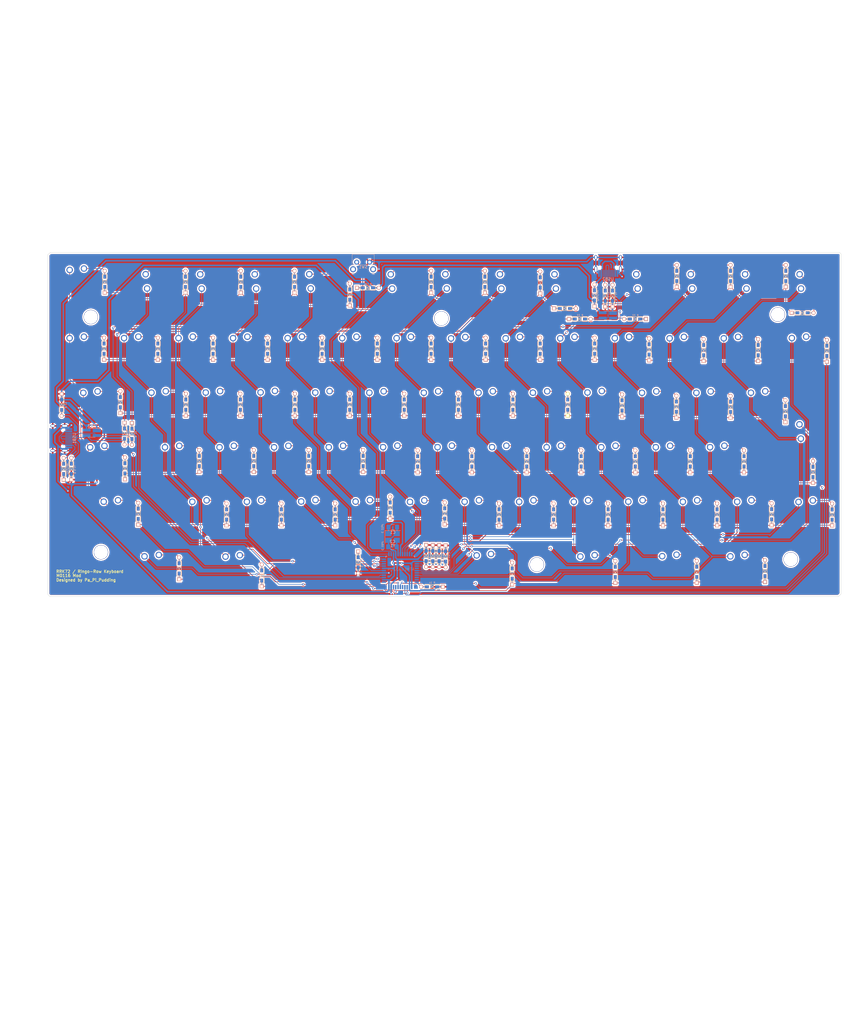
<source format=kicad_pcb>
(kicad_pcb (version 20171130) (host pcbnew "(5.1.6)-1")
  (layers (0 F.Cu signal) (31 B.Cu signal) (34 B.Paste user) (35 F.Paste user hide) (36 B.SilkS user) (37 F.SilkS user) (38 B.Mask user) (39 F.Mask user) (44 Edge.Cuts user))
  (net 0 "")
  (net 1 GND)
  (net 2 XTAL1)
  (net 3 XTAL2)
  (net 4 "Net-(C3-Pad1)")
  (net 5 VCC)
  (net 6 "Net-(D1-Pad2)")
  (net 7 ROW0)
  (net 8 "Net-(D2-Pad2)")
  (net 9 "Net-(D3-Pad2)")
  (net 10 "Net-(D4-Pad2)")
  (net 11 "Net-(D5-Pad2)")
  (net 12 "Net-(D6-Pad2)")
  (net 13 "Net-(D7-Pad2)")
  (net 14 "Net-(D8-Pad2)")
  (net 15 "Net-(D9-Pad2)")
  (net 16 "Net-(D10-Pad2)")
  (net 17 "Net-(D11-Pad2)")
  (net 18 "Net-(D12-Pad2)")
  (net 19 "Net-(D13-Pad2)")
  (net 20 ROW1)
  (net 21 "Net-(D14-Pad2)")
  (net 22 "Net-(D15-Pad2)")
  (net 23 "Net-(D16-Pad2)")
  (net 24 "Net-(D18-Pad2)")
  (net 25 "Net-(D19-Pad2)")
  (net 26 "Net-(D20-Pad2)")
  (net 27 "Net-(D21-Pad2)")
  (net 28 "Net-(D22-Pad2)")
  (net 29 "Net-(D23-Pad2)")
  (net 30 "Net-(D24-Pad2)")
  (net 31 "Net-(D25-Pad2)")
  (net 32 "Net-(D26-Pad2)")
  (net 33 "Net-(D27-Pad2)")
  (net 34 "Net-(D28-Pad2)")
  (net 35 "Net-(D29-Pad2)")
  (net 36 ROW2)
  (net 37 "Net-(D30-Pad2)")
  (net 38 "Net-(D31-Pad2)")
  (net 39 "Net-(D32-Pad2)")
  (net 40 "Net-(D33-Pad2)")
  (net 41 "Net-(D34-Pad2)")
  (net 42 "Net-(D35-Pad2)")
  (net 43 "Net-(D36-Pad2)")
  (net 44 "Net-(D37-Pad2)")
  (net 45 "Net-(D38-Pad2)")
  (net 46 "Net-(D39-Pad2)")
  (net 47 "Net-(D40-Pad2)")
  (net 48 "Net-(D41-Pad2)")
  (net 49 "Net-(D42-Pad2)")
  (net 50 "Net-(D43-Pad2)")
  (net 51 ROW3)
  (net 52 "Net-(D44-Pad2)")
  (net 53 "Net-(D45-Pad2)")
  (net 54 "Net-(D46-Pad2)")
  (net 55 "Net-(D47-Pad2)")
  (net 56 "Net-(D48-Pad2)")
  (net 57 "Net-(D49-Pad2)")
  (net 58 "Net-(D50-Pad2)")
  (net 59 "Net-(D51-Pad2)")
  (net 60 "Net-(D52-Pad2)")
  (net 61 "Net-(D53-Pad2)")
  (net 62 "Net-(D54-Pad2)")
  (net 63 "Net-(D55-Pad2)")
  (net 64 "Net-(D56-Pad2)")
  (net 65 "Net-(D57-Pad2)")
  (net 66 "Net-(D58-Pad2)")
  (net 67 "Net-(D59-Pad2)")
  (net 68 "Net-(D60-Pad2)")
  (net 69 "Net-(D61-Pad2)")
  (net 70 "Net-(D62-Pad2)")
  (net 71 "Net-(D63-Pad2)")
  (net 72 "Net-(D64-Pad2)")
  (net 73 "Net-(D65-Pad2)")
  (net 74 "Net-(D66-Pad2)")
  (net 75 "Net-(D67-Pad2)")
  (net 76 "Net-(D68-Pad2)")
  (net 77 "Net-(D69-Pad2)")
  (net 78 "Net-(D70-Pad2)")
  (net 79 "Net-(D71-Pad2)")
  (net 80 ROW5)
  (net 81 "Net-(D72-Pad2)")
  (net 82 COL9)
  (net 83 COL10)
  (net 84 COL0)
  (net 85 COL1)
  (net 86 COL2)
  (net 87 COL3)
  (net 88 COL4)
  (net 89 COL5)
  (net 90 COL6)
  (net 91 COL7)
  (net 92 COL8)
  (net 93 COL11)
  (net 94 COL12)
  (net 95 COL13)
  (net 96 RESET)
  (net 97 D-)
  (net 98 D+)
  (net 99 "Net-(D17-Pad2)")
  (net 100 ROW4)
  (net 101 "Net-(D73-Pad3)")
  (net 102 "Net-(D73-Pad2)")
  (net 103 "Net-(D74-Pad2)")
  (net 104 "Net-(D74-Pad3)")
  (net 105 "Net-(F3-Pad2)")
  (net 106 "Net-(F4-Pad2)")
  (net 107 "Net-(R4-Pad2)")
  (net 108 "Net-(R5-Pad2)")
  (net 109 "Net-(R8-Pad2)")
  (net 110 "Net-(R9-Pad2)")
  (net 111 "Net-(R10-Pad2)")
  (net 112 "Net-(U1-Pad42)")
  (net 113 "Net-(U1-Pad32)")
  (net 114 "Net-(U1-Pad31)")
  (net 115 "Net-(U1-Pad27)")
  (net 116 "Net-(U1-Pad1)")
  (net 117 "Net-(USB1-Pad9)")
  (net 118 "Net-(USB1-Pad3)")
  (net 119 "Net-(USB2-Pad3)")
  (net 120 "Net-(USB2-Pad9)")
  (net 121 "Net-(U1-Pad38)")
  (module Type-C:HRO-TYPE-C-31-M-12-HandSoldering (layer B.Cu) (at 502.8792 -91.8914)
    (fp_text reference USB2 (at 0 10.2) (layer B.SilkS) (effects (justify mirror)))
    (fp_text value HRO-TYPE-C-31-M-12)
    (pad 12 smd rect (at 3.225 8.195) (size 0.6 2.45) (layers B.Cu B.Paste B.Mask) (net 1 GND))
    (pad 1 smd rect (at -3.225 8.195) (size 0.6 2.45) (layers B.Cu B.Paste B.Mask) (net 1 GND))
    (pad 11 smd rect (at 2.45 8.195) (size 0.6 2.45) (layers B.Cu B.Paste B.Mask) (net 106 "Net-(F4-Pad2)"))
    (pad 2 smd rect (at -2.45 8.195) (size 0.6 2.45) (layers B.Cu B.Paste B.Mask) (net 106 "Net-(F4-Pad2)"))
    (pad 3 smd rect (at -1.75 8.195) (size 0.3 2.45) (layers B.Cu B.Paste B.Mask) (net 119 "Net-(USB2-Pad3)"))
    (pad 10 smd rect (at 1.75 8.195) (size 0.3 2.45) (layers B.Cu B.Paste B.Mask) (net 111 "Net-(R10-Pad2)"))
    (pad 4 smd rect (at -1.25 8.195) (size 0.3 2.45) (layers B.Cu B.Paste B.Mask) (net 110 "Net-(R9-Pad2)"))
    (pad 9 smd rect (at 1.25 8.195) (size 0.3 2.45) (layers B.Cu B.Paste B.Mask) (net 120 "Net-(USB2-Pad9)"))
    (pad 5 smd rect (at -0.75 8.195) (size 0.3 2.45) (layers B.Cu B.Paste B.Mask) (net 104 "Net-(D74-Pad3)"))
    (pad 8 smd rect (at 0.75 8.195) (size 0.3 2.45) (layers B.Cu B.Paste B.Mask) (net 103 "Net-(D74-Pad2)"))
    (pad 7 smd rect (at 0.25 8.195) (size 0.3 2.45) (layers B.Cu B.Paste B.Mask) (net 104 "Net-(D74-Pad3)"))
    (pad 6 smd rect (at -0.25 8.195) (size 0.3 2.45) (layers B.Cu B.Paste B.Mask) (net 103 "Net-(D74-Pad2)"))
    (pad "" np_thru_hole circle (at 2.89 6.25) (size 0.65 0.65) (drill 0.65) (layers *.Cu *.Mask))
    (pad "" np_thru_hole circle (at -2.89 6.25) (size 0.65 0.65) (drill 0.65) (layers *.Cu *.Mask))
    (pad 13 thru_hole oval (at -4.32 6.78) (size 1 2.1) (drill oval 0.6 1.7) (layers *.Cu F.Mask) (net 1 GND))
    (pad 13 thru_hole oval (at 4.32 6.78) (size 1 2.1) (drill oval 0.6 1.7) (layers *.Cu F.Mask) (net 1 GND))
    (pad 13 thru_hole oval (at -4.32 2.6) (size 1 1.6) (drill oval 0.6 1.2) (layers *.Cu F.Mask) (net 1 GND))
    (pad 13 thru_hole oval (at 4.32 2.6) (size 1 1.6) (drill oval 0.6 1.2) (layers *.Cu F.Mask) (net 1 GND))
  )
  (module Alps_Only:ALPS-1U (layer F.Cu) (at 417.11 0.01)
    (fp_text reference MX55)
    (fp_text value V)
    (pad 2 thru_hole circle (at 2.5 -4.5) (size 2.25 2.25) (drill 1.47) (layers *.Cu B.Mask) (net 65 "Net-(D57-Pad2)"))
    (pad 1 thru_hole circle (at -2.5 -4) (size 2.25 2.25) (drill 1.47) (layers *.Cu B.Mask) (net 88 COL4))
  )
  (module Capacitor_SMD:C_1206_3216Metric_Pad1.42x1.75mm_HandSolder (layer B.Cu) (at 427.5975 4.93)
    (fp_text reference C1 (at 0 1.82) (layer B.SilkS) (effects (justify mirror)))
    (fp_text value 22pF)
    (pad 1 smd roundrect (at -1.4875 0) (size 1.425 1.75) (layers B.Cu B.Paste B.Mask) (roundrect_rratio 0.175439) (net 2 XTAL1))
    (pad 2 smd roundrect (at 1.4875 0) (size 1.425 1.75) (layers B.Cu B.Paste B.Mask) (roundrect_rratio 0.175439) (net 1 GND))
  )
  (module kbd:D3_TH_SMD (layer B.Cu) (at 333.85 -27.73 270)
    (fp_text reference R1 hide)
    (fp_text value 22 hide)
    (pad 1 smd rect (at -1.775 0 270) (size 1.3 0.95) (layers B.Cu B.Paste B.Mask) (net 97 D-))
    (pad 2 smd rect (at 1.775 0 270) (size 1.3 0.95) (layers F.Cu F.Paste F.Mask) (net 101 "Net-(D73-Pad3)"))
    (pad 1 smd rect (at -1.775 0 270) (size 1.3 0.95) (layers F.Cu F.Paste F.Mask) (net 97 D-))
    (pad 1 thru_hole rect (at -3.81 0 270) (size 1.397 1.397) (drill 0.8128) (layers *.Cu *.Mask B.SilkS) (net 97 D-))
    (pad 2 thru_hole circle (at 3.81 0 270) (size 1.397 1.397) (drill 0.8128) (layers *.Cu *.Mask B.SilkS) (net 101 "Net-(D73-Pad3)"))
    (pad 2 smd rect (at 1.775 0 270) (size 1.3 0.95) (layers B.Cu B.Paste B.Mask) (net 101 "Net-(D73-Pad3)"))
  )
  (module Alps_Only:ALPS-1U (layer F.Cu) (at 431.3909 -80.8678 90)
    (fp_text reference MX6)
    (fp_text value F5)
    (pad 1 thru_hole circle (at -2.5 -4 90) (size 2.25 2.25) (drill 1.47) (layers *.Cu B.Mask) (net 89 COL5))
    (pad 2 thru_hole circle (at 2.5 -4.5 90) (size 2.25 2.25) (drill 1.47) (layers *.Cu B.Mask) (net 12 "Net-(D6-Pad2)"))
  )
  (module Alps_Only:ALPS-1U (layer F.Cu) (at 321.9423 -37.9799)
    (fp_text reference MX26)
    (fp_text value Tab)
    (pad 2 thru_hole circle (at 2.5 -4.5) (size 2.25 2.25) (drill 1.47) (layers *.Cu B.Mask) (net 34 "Net-(D28-Pad2)"))
    (pad 1 thru_hole circle (at -2.5 -4) (size 2.25 2.25) (drill 1.47) (layers *.Cu B.Mask) (net 84 COL0))
  )
  (module Alps_Only:ALPS-1U (layer F.Cu) (at 517.2048 -80.8805 90)
    (fp_text reference F1)
    (fp_text value F9)
    (pad 1 thru_hole circle (at -2.5 -4 90) (size 2.25 2.25) (drill 1.47) (layers *.Cu B.Mask) (net 82 COL9))
    (pad 2 thru_hole circle (at 2.5 -4.5 90) (size 2.25 2.25) (drill 1.47) (layers *.Cu B.Mask) (net 16 "Net-(D10-Pad2)"))
  )
  (module kbd:HOLE (layer F.Cu) (at 322.06692 -68.45554)
    (fp_text reference Ref**)
    (fp_text value Val**)
    (pad "" np_thru_hole circle (at 0 0) (size 5 5) (drill 4.8) (layers *.Cu *.Mask))
  )
  (module Alps_Only:ALPS-1U (layer F.Cu) (at 360.0423 0.0693)
    (fp_text reference MX52)
    (fp_text value Z)
    (pad 1 thru_hole circle (at -2.5 -4) (size 2.25 2.25) (drill 1.47) (layers *.Cu B.Mask) (net 85 COL1))
    (pad 2 thru_hole circle (at 2.5 -4.5) (size 2.25 2.25) (drill 1.47) (layers *.Cu B.Mask) (net 62 "Net-(D54-Pad2)"))
  )
  (module Alps_Only:ALPS-1U (layer F.Cu) (at 402.9175 -80.9313 90)
    (fp_text reference MX5)
    (fp_text value F4)
    (pad 2 thru_hole circle (at 2.5 -4.5 90) (size 2.25 2.25) (drill 1.47) (layers *.Cu B.Mask) (net 11 "Net-(D5-Pad2)"))
    (pad 1 thru_hole circle (at -2.5 -4 90) (size 2.25 2.25) (drill 1.47) (layers *.Cu B.Mask) (net 88 COL4))
  )
  (module ATmega32U4:ATmega32U4 (layer B.Cu) (at 430.2352 20.1226)
    (fp_text reference U1 (at -0.4252 -2.1326) (layer B.SilkS) (effects (font (size 1.6402 1.6402) (thickness 0.05)) (justify mirror)))
    (fp_text value ATMEGA32U4 (at 0.2048 -0.4826 unlocked) (layer B.SilkS) (effects (font (thickness 0.05)) (justify mirror)))
    (pad 44 smd rect (at -3.9878 5.7404 180) (size 0.508 1.4732) (layers B.Cu B.Paste B.Mask) (net 5 VCC))
    (pad 43 smd rect (at -3.2004 5.7404 180) (size 0.508 1.4732) (layers B.Cu B.Paste B.Mask) (net 1 GND))
    (pad 42 smd rect (at -2.3876 5.7404 180) (size 0.508 1.4732) (layers B.Cu B.Paste B.Mask) (net 112 "Net-(U1-Pad42)"))
    (pad 41 smd rect (at -1.6002 5.7404 180) (size 0.508 1.4732) (layers B.Cu B.Paste B.Mask) (net 80 ROW5))
    (pad 40 smd rect (at -0.7874 5.7404 180) (size 0.508 1.4732) (layers B.Cu B.Paste B.Mask) (net 100 ROW4))
    (pad 39 smd rect (at 0 5.7404 180) (size 0.508 1.4732) (layers B.Cu B.Paste B.Mask) (net 51 ROW3))
    (pad 38 smd rect (at 0.7874 5.7404 180) (size 0.508 1.4732) (layers B.Cu B.Paste B.Mask) (net 121 "Net-(U1-Pad38)"))
    (pad 37 smd rect (at 1.6002 5.7404 180) (size 0.508 1.4732) (layers B.Cu B.Paste B.Mask) (net 20 ROW1))
    (pad 36 smd rect (at 2.3876 5.7404 180) (size 0.508 1.4732) (layers B.Cu B.Paste B.Mask) (net 7 ROW0))
    (pad 35 smd rect (at 3.2004 5.7404 180) (size 0.508 1.4732) (layers B.Cu B.Paste B.Mask) (net 1 GND))
    (pad 34 smd rect (at 3.9878 5.7404 180) (size 0.508 1.4732) (layers B.Cu B.Paste B.Mask) (net 5 VCC))
    (pad 33 smd rect (at 5.7404 3.9878 90) (size 0.508 1.4732) (layers B.Cu B.Paste B.Mask) (net 109 "Net-(R8-Pad2)"))
    (pad 32 smd rect (at 5.7404 3.2004 90) (size 0.508 1.4732) (layers B.Cu B.Paste B.Mask) (net 113 "Net-(U1-Pad32)"))
    (pad 31 smd rect (at 5.7404 2.3876 90) (size 0.508 1.4732) (layers B.Cu B.Paste B.Mask) (net 114 "Net-(U1-Pad31)"))
    (pad 30 smd rect (at 5.7404 1.6002 90) (size 0.508 1.4732) (layers B.Cu B.Paste B.Mask) (net 83 COL10))
    (pad 29 smd rect (at 5.7404 0.7874 90) (size 0.508 1.4732) (layers B.Cu B.Paste B.Mask) (net 90 COL6))
    (pad 28 smd rect (at 5.7404 0 90) (size 0.508 1.4732) (layers B.Cu B.Paste B.Mask) (net 95 COL13))
    (pad 27 smd rect (at 5.7404 -0.7874 90) (size 0.508 1.4732) (layers B.Cu B.Paste B.Mask) (net 115 "Net-(U1-Pad27)"))
    (pad 26 smd rect (at 5.7404 -1.6002 90) (size 0.508 1.4732) (layers B.Cu B.Paste B.Mask) (net 82 COL9))
    (pad 25 smd rect (at 5.7404 -2.3876 90) (size 0.508 1.4732) (layers B.Cu B.Paste B.Mask) (net 93 COL11))
    (pad 24 smd rect (at 5.7404 -3.2004 90) (size 0.508 1.4732) (layers B.Cu B.Paste B.Mask) (net 5 VCC))
    (pad 23 smd rect (at 5.7404 -3.9878 90) (size 0.508 1.4732) (layers B.Cu B.Paste B.Mask) (net 1 GND))
    (pad 22 smd rect (at 3.9878 -5.7404 180) (size 0.508 1.4732) (layers B.Cu B.Paste B.Mask) (net 94 COL12))
    (pad 21 smd rect (at 3.2004 -5.7404 180) (size 0.508 1.4732) (layers B.Cu B.Paste B.Mask) (net 92 COL8))
    (pad 20 smd rect (at 2.3876 -5.7404 180) (size 0.508 1.4732) (layers B.Cu B.Paste B.Mask) (net 91 COL7))
    (pad 19 smd rect (at 1.6002 -5.7404 180) (size 0.508 1.4732) (layers B.Cu B.Paste B.Mask) (net 89 COL5))
    (pad 18 smd rect (at 0.7874 -5.7404 180) (size 0.508 1.4732) (layers B.Cu B.Paste B.Mask) (net 88 COL4))
    (pad 17 smd rect (at 0 -5.7404 180) (size 0.508 1.4732) (layers B.Cu B.Paste B.Mask) (net 2 XTAL1))
    (pad 16 smd rect (at -0.7874 -5.7404 180) (size 0.508 1.4732) (layers B.Cu B.Paste B.Mask) (net 3 XTAL2))
    (pad 15 smd rect (at -1.6002 -5.7404 180) (size 0.508 1.4732) (layers B.Cu B.Paste B.Mask) (net 1 GND))
    (pad 14 smd rect (at -2.3876 -5.7404 180) (size 0.508 1.4732) (layers B.Cu B.Paste B.Mask) (net 5 VCC))
    (pad 13 smd rect (at -3.2004 -5.7404 180) (size 0.508 1.4732) (layers B.Cu B.Paste B.Mask) (net 96 RESET))
    (pad 12 smd rect (at -3.9878 -5.7404 180) (size 0.508 1.4732) (layers B.Cu B.Paste B.Mask) (net 36 ROW2))
    (pad 11 smd rect (at -5.7404 -3.9878 90) (size 0.508 1.4732) (layers B.Cu B.Paste B.Mask) (net 87 COL3))
    (pad 10 smd rect (at -5.7404 -3.2004 90) (size 0.508 1.4732) (layers B.Cu B.Paste B.Mask) (net 86 COL2))
    (pad 9 smd rect (at -5.7404 -2.3876 90) (size 0.508 1.4732) (layers B.Cu B.Paste B.Mask) (net 85 COL1))
    (pad 8 smd rect (at -5.7404 -1.6002 90) (size 0.508 1.4732) (layers B.Cu B.Paste B.Mask) (net 84 COL0))
    (pad 7 smd rect (at -5.7404 -0.7874 90) (size 0.508 1.4732) (layers B.Cu B.Paste B.Mask) (net 5 VCC))
    (pad 6 smd rect (at -5.7404 0 90) (size 0.508 1.4732) (layers B.Cu B.Paste B.Mask) (net 4 "Net-(C3-Pad1)"))
    (pad 5 smd rect (at -5.7404 0.7874 90) (size 0.508 1.4732) (layers B.Cu B.Paste B.Mask) (net 1 GND))
    (pad 4 smd rect (at -5.7404 1.6002 90) (size 0.508 1.4732) (layers B.Cu B.Paste B.Mask) (net 98 D+))
    (pad 3 smd rect (at -5.7404 2.3876 90) (size 0.508 1.4732) (layers B.Cu B.Paste B.Mask) (net 97 D-))
    (pad 2 smd rect (at -5.7404 3.2004 90) (size 0.508 1.4732) (layers B.Cu B.Paste B.Mask) (net 5 VCC))
    (pad 1 smd rect (at -5.7404 3.9878 90) (size 0.508 1.4732) (layers B.Cu B.Paste B.Mask) (net 116 "Net-(U1-Pad1)"))
  )
  (module Alps_Only:ALPS-1U (layer F.Cu) (at 495.658 19.207)
    (fp_text reference MX68)
    (fp_text value R_command)
    (pad 1 thru_hole circle (at -2.5 -4) (size 2.25 2.25) (drill 1.47) (layers *.Cu B.Mask) (net 92 COL8))
    (pad 2 thru_hole circle (at 2.5 -4.5) (size 2.25 2.25) (drill 1.47) (layers *.Cu B.Mask) (net 78 "Net-(D70-Pad2)"))
  )
  (module Package_TO_SOT_SMD:SOT-143_Handsoldering (layer B.Cu) (at 502.7722 -69.0244 180)
    (fp_text reference D74 (at -0.02 2.38) (layer B.SilkS) (effects (justify mirror)))
    (fp_text value PRTR5V0U2X)
    (pad 1 smd rect (at -1.8 0.77 270) (size 1.2 2.8) (layers B.Cu B.Paste B.Mask) (net 1 GND))
    (pad 2 smd rect (at -1.8 -0.95 270) (size 1 2.8) (layers B.Cu B.Paste B.Mask) (net 103 "Net-(D74-Pad2)"))
    (pad 3 smd rect (at 1.8 -0.95 270) (size 1 2.8) (layers B.Cu B.Paste B.Mask) (net 104 "Net-(D74-Pad3)"))
    (pad 4 smd trapezoid (at 1.8 0.95 270) (size 1 2.8) (layers B.Cu B.Paste B.Mask) (net 5 VCC))
  )
  (module Alps_Only:ALPS-1U (layer F.Cu) (at 436.12 0.11)
    (fp_text reference MX56)
    (fp_text value B)
    (pad 2 thru_hole circle (at 2.5 -4.5) (size 2.25 2.25) (drill 1.47) (layers *.Cu B.Mask) (net 66 "Net-(D58-Pad2)"))
    (pad 1 thru_hole circle (at -2.5 -4) (size 2.25 2.25) (drill 1.47) (layers *.Cu B.Mask) (net 89 COL5))
  )
  (module Alps_Only:ALPS-1U (layer F.Cu) (at 345.7548 -38.0434)
    (fp_text reference MX27)
    (fp_text value Q)
    (pad 1 thru_hole circle (at -2.5 -4) (size 2.25 2.25) (drill 1.47) (layers *.Cu B.Mask) (net 85 COL1))
    (pad 2 thru_hole circle (at 2.5 -4.5) (size 2.25 2.25) (drill 1.47) (layers *.Cu B.Mask) (net 35 "Net-(D29-Pad2)"))
  )
  (module Alps_Only:ALPS-1U (layer F.Cu) (at 459.4198 18.8018)
    (fp_text reference MX67)
    (fp_text value space)
    (pad 2 thru_hole circle (at 2.5 -4.5) (size 2.25 2.25) (drill 1.47) (layers *.Cu B.Mask) (net 77 "Net-(D69-Pad2)"))
    (pad 1 thru_hole circle (at -2.5 -4) (size 2.25 2.25) (drill 1.47) (layers *.Cu B.Mask) (net 90 COL6))
  )
  (module kbd:D3_TH_SMD (layer B.Cu) (at 441.3123 25.7683 180)
    (fp_text reference R8 hide)
    (fp_text value 1k hide)
    (pad 1 smd rect (at -1.775 0 180) (size 1.3 0.95) (layers B.Cu B.Paste B.Mask) (net 1 GND))
    (pad 2 smd rect (at 1.775 0 180) (size 1.3 0.95) (layers F.Cu F.Paste F.Mask) (net 109 "Net-(R8-Pad2)"))
    (pad 1 smd rect (at -1.775 0 180) (size 1.3 0.95) (layers F.Cu F.Paste F.Mask) (net 1 GND))
    (pad 1 thru_hole rect (at -3.81 0 180) (size 1.397 1.397) (drill 0.8128) (layers *.Cu *.Mask B.SilkS) (net 1 GND))
    (pad 2 thru_hole circle (at 3.81 0 180) (size 1.397 1.397) (drill 0.8128) (layers *.Cu *.Mask B.SilkS) (net 109 "Net-(R8-Pad2)"))
    (pad 2 smd rect (at 1.775 0 180) (size 1.3 0.95) (layers B.Cu B.Paste B.Mask) (net 109 "Net-(R8-Pad2)"))
  )
  (module kbd:D3_TH_SMD (layer B.Cu) (at 415.50844 17.2466 270)
    (fp_text reference C3 hide)
    (fp_text value 1uF hide)
    (pad 2 smd rect (at 1.775 0 270) (size 1.3 0.95) (layers B.Cu B.Paste B.Mask) (net 1 GND))
    (pad 2 thru_hole circle (at 3.81 0 270) (size 1.397 1.397) (drill 0.8128) (layers *.Cu *.Mask B.SilkS) (net 1 GND))
    (pad 1 thru_hole rect (at -3.81 0 270) (size 1.397 1.397) (drill 0.8128) (layers *.Cu *.Mask B.SilkS) (net 4 "Net-(C3-Pad1)"))
    (pad 1 smd rect (at -1.775 0 270) (size 1.3 0.95) (layers F.Cu F.Paste F.Mask) (net 4 "Net-(C3-Pad1)"))
    (pad 2 smd rect (at 1.775 0 270) (size 1.3 0.95) (layers F.Cu F.Paste F.Mask) (net 1 GND))
    (pad 1 smd rect (at -1.775 0 270) (size 1.3 0.95) (layers B.Cu B.Paste B.Mask) (net 4 "Net-(C3-Pad1)"))
  )
  (module Alps_Only:ALPS-1U (layer F.Cu) (at 398.0942 -0.0254)
    (fp_text reference MX54)
    (fp_text value C)
    (pad 2 thru_hole circle (at 2.5 -4.5) (size 2.25 2.25) (drill 1.47) (layers *.Cu B.Mask) (net 64 "Net-(D56-Pad2)"))
    (pad 1 thru_hole circle (at -2.5 -4) (size 2.25 2.25) (drill 1.47) (layers *.Cu B.Mask) (net 87 COL3))
  )
  (module Alps_Only:ALPS-1U (layer F.Cu) (at 574.238 -28.473 90)
    (fp_text reference MX50)
    (fp_text value enter)
    (pad 1 thru_hole circle (at -2.5 -4 90) (size 2.25 2.25) (drill 1.47) (layers *.Cu B.Mask) (net 94 COL12))
    (pad 2 thru_hole circle (at 2.5 -4.5 90) (size 2.25 2.25) (drill 1.47) (layers *.Cu B.Mask) (net 60 "Net-(D52-Pad2)"))
  )
  (module Alps_Only:ALPS-1U (layer F.Cu) (at 440.954 -38.0053)
    (fp_text reference MX32)
    (fp_text value Y)
    (pad 2 thru_hole circle (at 2.5 -4.5) (size 2.25 2.25) (drill 1.47) (layers *.Cu B.Mask) (net 41 "Net-(D34-Pad2)"))
    (pad 1 thru_hole circle (at -2.5 -4) (size 2.25 2.25) (drill 1.47) (layers *.Cu B.Mask) (net 90 COL6))
  )
  (module Alps_Only:ALPS-1U (layer F.Cu) (at 493.3669 0.082)
    (fp_text reference MX59)
    (fp_text value <,)
    (pad 2 thru_hole circle (at 2.5 -4.5) (size 2.25 2.25) (drill 1.47) (layers *.Cu B.Mask) (net 69 "Net-(D61-Pad2)"))
    (pad 1 thru_hole circle (at -2.5 -4) (size 2.25 2.25) (drill 1.47) (layers *.Cu B.Mask) (net 92 COL8))
  )
  (module Alps_Only:ALPS-1U (layer F.Cu) (at 388.6173 -18.968)
    (fp_text reference MX41)
    (fp_text value D)
    (pad 1 thru_hole circle (at -2.5 -4) (size 2.25 2.25) (drill 1.47) (layers *.Cu B.Mask) (net 87 COL3))
    (pad 2 thru_hole circle (at 2.5 -4.5) (size 2.25 2.25) (drill 1.47) (layers *.Cu B.Mask) (net 50 "Net-(D43-Pad2)"))
  )
  (module kbd:HOLE (layer F.Cu) (at 325.62038 13.69314)
    (fp_text reference Ref**)
    (fp_text value Val**)
    (pad "" np_thru_hole circle (at 0 0) (size 5 5) (drill 4.8) (layers *.Cu *.Mask))
  )
  (module kbd:HOLE (layer F.Cu) (at 477.94926 18.01368)
    (fp_text reference .)
    (fp_text value Val**)
    (pad "" np_thru_hole circle (at 0 0) (size 5 5) (drill 4.8) (layers *.Cu *.Mask))
  )
  (module kbd:HOLE (layer F.Cu) (at 566.6867 16.1925)
    (fp_text reference Ref**)
    (fp_text value Val**)
    (pad "" np_thru_hole circle (at 0 0) (size 5 5) (drill 4.8) (layers *.Cu *.Mask))
  )
  (module kbd:HOLE (layer F.Cu) (at 562.17566 -69.33184)
    (fp_text reference -)
    (fp_text value Val**)
    (pad "" np_thru_hole circle (at 0 0) (size 5 5) (drill 4.8) (layers *.Cu *.Mask))
  )
  (module kbd:HOLE (layer F.Cu) (at 444.59398 -67.9577)
    (fp_text reference Ref**)
    (fp_text value Val**)
    (pad "" np_thru_hole circle (at 0 0) (size 5 5) (drill 4.8) (layers *.Cu *.Mask))
  )
  (module Alps_Only:ALPS-1U (layer F.Cu) (at 383.8548 -80.8805 90)
    (fp_text reference MX4)
    (fp_text value F3)
    (pad 1 thru_hole circle (at -2.5 -4 90) (size 2.25 2.25) (drill 1.47) (layers *.Cu B.Mask) (net 87 COL3))
    (pad 2 thru_hole circle (at 2.5 -4.5 90) (size 2.25 2.25) (drill 1.47) (layers *.Cu B.Mask) (net 10 "Net-(D4-Pad2)"))
  )
  (module Alps_Only:ALPS-1U (layer F.Cu) (at 571.9164 0.1328)
    (fp_text reference MX63)
    (fp_text value R_SHIFT)
    (pad 2 thru_hole circle (at 2.5 -4.5) (size 2.25 2.25) (drill 1.47) (layers *.Cu B.Mask) (net 73 "Net-(D65-Pad2)"))
    (pad 1 thru_hole circle (at -2.5 -4) (size 2.25 2.25) (drill 1.47) (layers *.Cu B.Mask) (net 94 COL12))
  )
  (module Alps_Only:ALPS-1U (layer F.Cu) (at 524.2772 19.0685)
    (fp_text reference MX69)
    (fp_text value R_Opt)
    (pad 2 thru_hole circle (at 2.5 -4.5) (size 2.25 2.25) (drill 1.47) (layers *.Cu B.Mask) (net 79 "Net-(D71-Pad2)"))
    (pad 1 thru_hole circle (at -2.5 -4) (size 2.25 2.25) (drill 1.47) (layers *.Cu B.Mask) (net 82 COL9))
  )
  (module Alps_Only:ALPS-1U (layer F.Cu) (at 412.4298 -57.0807)
    (fp_text reference MX17)
    (fp_text value 5)
    (pad 2 thru_hole circle (at 2.5 -4.5) (size 2.25 2.25) (drill 1.47) (layers *.Cu B.Mask) (net 25 "Net-(D19-Pad2)"))
    (pad 1 thru_hole circle (at -2.5 -4) (size 2.25 2.25) (drill 1.47) (layers *.Cu B.Mask) (net 89 COL5))
  )
  (module Alps_Only:ALPS-1U (layer F.Cu) (at 371.638 19.227)
    (fp_text reference MX66)
    (fp_text value L_command)
    (pad 2 thru_hole circle (at 2.5 -4.5) (size 2.25 2.25) (drill 1.47) (layers *.Cu B.Mask) (net 76 "Net-(D68-Pad2)"))
    (pad 1 thru_hole circle (at -2.5 -4) (size 2.25 2.25) (drill 1.47) (layers *.Cu B.Mask) (net 85 COL1))
  )
  (module Alps_Only:ALPS-1U (layer F.Cu) (at 345.7294 -80.9059 90)
    (fp_text reference MX2)
    (fp_text value F1)
    (pad 1 thru_hole circle (at -2.5 -4 90) (size 2.25 2.25) (drill 1.47) (layers *.Cu B.Mask) (net 85 COL1))
    (pad 2 thru_hole circle (at 2.5 -4.5 90) (size 2.25 2.25) (drill 1.47) (layers *.Cu B.Mask) (net 8 "Net-(D2-Pad2)"))
  )
  (module kbd:D3_TH_SMD (layer B.Cu) (at 336.43 -27.63 270)
    (fp_text reference R2 hide)
    (fp_text value 22 hide)
    (pad 1 smd rect (at -1.775 0 270) (size 1.3 0.95) (layers B.Cu B.Paste B.Mask) (net 98 D+))
    (pad 2 smd rect (at 1.775 0 270) (size 1.3 0.95) (layers F.Cu F.Paste F.Mask) (net 102 "Net-(D73-Pad2)"))
    (pad 1 smd rect (at -1.775 0 270) (size 1.3 0.95) (layers F.Cu F.Paste F.Mask) (net 98 D+))
    (pad 1 thru_hole rect (at -3.81 0 270) (size 1.397 1.397) (drill 0.8128) (layers *.Cu *.Mask B.SilkS) (net 98 D+))
    (pad 2 thru_hole circle (at 3.81 0 270) (size 1.397 1.397) (drill 0.8128) (layers *.Cu *.Mask B.SilkS) (net 102 "Net-(D73-Pad2)"))
    (pad 2 smd rect (at 1.775 0 270) (size 1.3 0.95) (layers B.Cu B.Paste B.Mask) (net 102 "Net-(D73-Pad2)"))
  )
  (module kbd:D3_TH_SMD (layer B.Cu) (at 412.5822 -76.2958 90)
    (fp_text reference D5 hide)
    (fp_text value D hide)
    (pad 2 smd rect (at 1.775 0 90) (size 1.3 0.95) (layers B.Cu B.Paste B.Mask) (net 11 "Net-(D5-Pad2)"))
    (pad 2 thru_hole circle (at 3.81 0 90) (size 1.397 1.397) (drill 0.8128) (layers *.Cu *.Mask B.SilkS) (net 11 "Net-(D5-Pad2)"))
    (pad 1 thru_hole rect (at -3.81 0 90) (size 1.397 1.397) (drill 0.8128) (layers *.Cu *.Mask B.SilkS) (net 7 ROW0))
    (pad 1 smd rect (at -1.775 0 90) (size 1.3 0.95) (layers F.Cu F.Paste F.Mask) (net 7 ROW0))
    (pad 2 smd rect (at 1.775 0 90) (size 1.3 0.95) (layers F.Cu F.Paste F.Mask) (net 11 "Net-(D5-Pad2)"))
    (pad 1 smd rect (at -1.775 0 90) (size 1.3 0.95) (layers B.Cu B.Paste B.Mask) (net 7 ROW0))
  )
  (module kbd:D3_TH_SMD (layer B.Cu) (at 512.2772 -67.7614 180)
    (fp_text reference R7 hide)
    (fp_text value 22 hide)
    (pad 2 smd rect (at 1.775 0 180) (size 1.3 0.95) (layers B.Cu B.Paste B.Mask) (net 103 "Net-(D74-Pad2)"))
    (pad 2 thru_hole circle (at 3.81 0 180) (size 1.397 1.397) (drill 0.8128) (layers *.Cu *.Mask B.SilkS) (net 103 "Net-(D74-Pad2)"))
    (pad 1 thru_hole rect (at -3.81 0 180) (size 1.397 1.397) (drill 0.8128) (layers *.Cu *.Mask B.SilkS) (net 98 D+))
    (pad 1 smd rect (at -1.775 0 180) (size 1.3 0.95) (layers F.Cu F.Paste F.Mask) (net 98 D+))
    (pad 2 smd rect (at 1.775 0 180) (size 1.3 0.95) (layers F.Cu F.Paste F.Mask) (net 103 "Net-(D74-Pad2)"))
    (pad 1 smd rect (at -1.775 0 180) (size 1.3 0.95) (layers B.Cu B.Paste B.Mask) (net 98 D+))
  )
  (module kbd:D3_TH_SMD (layer B.Cu) (at 436.3058 -18.0312 90)
    (fp_text reference D45 hide)
    (fp_text value D hide)
    (pad 2 smd rect (at 1.775 0 90) (size 1.3 0.95) (layers B.Cu B.Paste B.Mask) (net 53 "Net-(D45-Pad2)"))
    (pad 2 thru_hole circle (at 3.81 0 90) (size 1.397 1.397) (drill 0.8128) (layers *.Cu *.Mask B.SilkS) (net 53 "Net-(D45-Pad2)"))
    (pad 1 thru_hole rect (at -3.81 0 90) (size 1.397 1.397) (drill 0.8128) (layers *.Cu *.Mask B.SilkS) (net 51 ROW3))
    (pad 1 smd rect (at -1.775 0 90) (size 1.3 0.95) (layers F.Cu F.Paste F.Mask) (net 51 ROW3))
    (pad 2 smd rect (at 1.775 0 90) (size 1.3 0.95) (layers F.Cu F.Paste F.Mask) (net 53 "Net-(D45-Pad2)"))
    (pad 1 smd rect (at -1.775 0 90) (size 1.3 0.95) (layers B.Cu B.Paste B.Mask) (net 51 ROW3))
  )
  (module kbd:D3_TH_SMD (layer B.Cu) (at 417.2558 -18.1522 90)
    (fp_text reference D44 hide)
    (fp_text value D hide)
    (pad 2 smd rect (at 1.775 0 90) (size 1.3 0.95) (layers B.Cu B.Paste B.Mask) (net 52 "Net-(D44-Pad2)"))
    (pad 2 thru_hole circle (at 3.81 0 90) (size 1.397 1.397) (drill 0.8128) (layers *.Cu *.Mask B.SilkS) (net 52 "Net-(D44-Pad2)"))
    (pad 1 thru_hole rect (at -3.81 0 90) (size 1.397 1.397) (drill 0.8128) (layers *.Cu *.Mask B.SilkS) (net 51 ROW3))
    (pad 1 smd rect (at -1.775 0 90) (size 1.3 0.95) (layers F.Cu F.Paste F.Mask) (net 51 ROW3))
    (pad 2 smd rect (at 1.775 0 90) (size 1.3 0.95) (layers F.Cu F.Paste F.Mask) (net 52 "Net-(D44-Pad2)"))
    (pad 1 smd rect (at -1.775 0 90) (size 1.3 0.95) (layers B.Cu B.Paste B.Mask) (net 51 ROW3))
  )
  (module kbd:D3_TH_SMD (layer B.Cu) (at 359.9788 -18.1552 90)
    (fp_text reference D41 hide)
    (fp_text value D hide)
    (pad 2 smd rect (at 1.775 0 90) (size 1.3 0.95) (layers B.Cu B.Paste B.Mask) (net 48 "Net-(D41-Pad2)"))
    (pad 2 thru_hole circle (at 3.81 0 90) (size 1.397 1.397) (drill 0.8128) (layers *.Cu *.Mask B.SilkS) (net 48 "Net-(D41-Pad2)"))
    (pad 1 thru_hole rect (at -3.81 0 90) (size 1.397 1.397) (drill 0.8128) (layers *.Cu *.Mask B.SilkS) (net 51 ROW3))
    (pad 1 smd rect (at -1.775 0 90) (size 1.3 0.95) (layers F.Cu F.Paste F.Mask) (net 51 ROW3))
    (pad 2 smd rect (at 1.775 0 90) (size 1.3 0.95) (layers F.Cu F.Paste F.Mask) (net 48 "Net-(D41-Pad2)"))
    (pad 1 smd rect (at -1.775 0 90) (size 1.3 0.95) (layers B.Cu B.Paste B.Mask) (net 51 ROW3))
  )
  (module kbd:D3_TH_SMD (layer B.Cu) (at 379.0288 -18.1552 90)
    (fp_text reference D42 hide)
    (fp_text value D hide)
    (pad 2 smd rect (at 1.775 0 90) (size 1.3 0.95) (layers B.Cu B.Paste B.Mask) (net 49 "Net-(D42-Pad2)"))
    (pad 2 thru_hole circle (at 3.81 0 90) (size 1.397 1.397) (drill 0.8128) (layers *.Cu *.Mask B.SilkS) (net 49 "Net-(D42-Pad2)"))
    (pad 1 thru_hole rect (at -3.81 0 90) (size 1.397 1.397) (drill 0.8128) (layers *.Cu *.Mask B.SilkS) (net 51 ROW3))
    (pad 1 smd rect (at -1.775 0 90) (size 1.3 0.95) (layers F.Cu F.Paste F.Mask) (net 51 ROW3))
    (pad 2 smd rect (at 1.775 0 90) (size 1.3 0.95) (layers F.Cu F.Paste F.Mask) (net 49 "Net-(D42-Pad2)"))
    (pad 1 smd rect (at -1.775 0 90) (size 1.3 0.95) (layers B.Cu B.Paste B.Mask) (net 51 ROW3))
  )
  (module kbd:D3_TH_SMD (layer B.Cu) (at 564.8298 -35.5542 90)
    (fp_text reference D40 hide)
    (fp_text value D hide)
    (pad 2 smd rect (at 1.775 0 90) (size 1.3 0.95) (layers B.Cu B.Paste B.Mask) (net 47 "Net-(D40-Pad2)"))
    (pad 2 thru_hole circle (at 3.81 0 90) (size 1.397 1.397) (drill 0.8128) (layers *.Cu *.Mask B.SilkS) (net 47 "Net-(D40-Pad2)"))
    (pad 1 thru_hole rect (at -3.81 0 90) (size 1.397 1.397) (drill 0.8128) (layers *.Cu *.Mask B.SilkS) (net 36 ROW2))
    (pad 1 smd rect (at -1.775 0 90) (size 1.3 0.95) (layers F.Cu F.Paste F.Mask) (net 36 ROW2))
    (pad 2 smd rect (at 1.775 0 90) (size 1.3 0.95) (layers F.Cu F.Paste F.Mask) (net 47 "Net-(D40-Pad2)"))
    (pad 1 smd rect (at -1.775 0 90) (size 1.3 0.95) (layers B.Cu B.Paste B.Mask) (net 36 ROW2))
  )
  (module kbd:D3_TH_SMD (layer B.Cu) (at 545.6528 -37.0782 90)
    (fp_text reference D39 hide)
    (fp_text value D hide)
    (pad 2 smd rect (at 1.775 0 90) (size 1.3 0.95) (layers B.Cu B.Paste B.Mask) (net 46 "Net-(D39-Pad2)"))
    (pad 2 thru_hole circle (at 3.81 0 90) (size 1.397 1.397) (drill 0.8128) (layers *.Cu *.Mask B.SilkS) (net 46 "Net-(D39-Pad2)"))
    (pad 1 thru_hole rect (at -3.81 0 90) (size 1.397 1.397) (drill 0.8128) (layers *.Cu *.Mask B.SilkS) (net 36 ROW2))
    (pad 1 smd rect (at -1.775 0 90) (size 1.3 0.95) (layers F.Cu F.Paste F.Mask) (net 36 ROW2))
    (pad 2 smd rect (at 1.775 0 90) (size 1.3 0.95) (layers F.Cu F.Paste F.Mask) (net 46 "Net-(D39-Pad2)"))
    (pad 1 smd rect (at -1.775 0 90) (size 1.3 0.95) (layers B.Cu B.Paste B.Mask) (net 36 ROW2))
  )
  (module kbd:D3_TH_SMD (layer B.Cu) (at 398.2058 -18.1552 90)
    (fp_text reference D43 hide)
    (fp_text value D hide)
    (pad 2 smd rect (at 1.775 0 90) (size 1.3 0.95) (layers B.Cu B.Paste B.Mask) (net 50 "Net-(D43-Pad2)"))
    (pad 2 thru_hole circle (at 3.81 0 90) (size 1.397 1.397) (drill 0.8128) (layers *.Cu *.Mask B.SilkS) (net 50 "Net-(D43-Pad2)"))
    (pad 1 thru_hole rect (at -3.81 0 90) (size 1.397 1.397) (drill 0.8128) (layers *.Cu *.Mask B.SilkS) (net 51 ROW3))
    (pad 1 smd rect (at -1.775 0 90) (size 1.3 0.95) (layers F.Cu F.Paste F.Mask) (net 51 ROW3))
    (pad 2 smd rect (at 1.775 0 90) (size 1.3 0.95) (layers F.Cu F.Paste F.Mask) (net 50 "Net-(D43-Pad2)"))
    (pad 1 smd rect (at -1.775 0 90) (size 1.3 0.95) (layers B.Cu B.Paste B.Mask) (net 51 ROW3))
  )
  (module kbd:D3_TH_SMD (layer B.Cu) (at 507.7433 -37.5832 90)
    (fp_text reference D37 hide)
    (fp_text value D hide)
    (pad 2 smd rect (at 1.775 0 90) (size 1.3 0.95) (layers B.Cu B.Paste B.Mask) (net 44 "Net-(D37-Pad2)"))
    (pad 2 thru_hole circle (at 3.81 0 90) (size 1.397 1.397) (drill 0.8128) (layers *.Cu *.Mask B.SilkS) (net 44 "Net-(D37-Pad2)"))
    (pad 1 thru_hole rect (at -3.81 0 90) (size 1.397 1.397) (drill 0.8128) (layers *.Cu *.Mask B.SilkS) (net 36 ROW2))
    (pad 1 smd rect (at -1.775 0 90) (size 1.3 0.95) (layers F.Cu F.Paste F.Mask) (net 36 ROW2))
    (pad 2 smd rect (at 1.775 0 90) (size 1.3 0.95) (layers F.Cu F.Paste F.Mask) (net 44 "Net-(D37-Pad2)"))
    (pad 1 smd rect (at -1.775 0 90) (size 1.3 0.95) (layers B.Cu B.Paste B.Mask) (net 36 ROW2))
  )
  (module kbd:D3_TH_SMD (layer B.Cu) (at 579.3078 -56.6362 90)
    (fp_text reference D27 hide)
    (fp_text value D hide)
    (pad 2 smd rect (at 1.775 0 90) (size 1.3 0.95) (layers B.Cu B.Paste B.Mask) (net 33 "Net-(D27-Pad2)"))
    (pad 2 thru_hole circle (at 3.81 0 90) (size 1.397 1.397) (drill 0.8128) (layers *.Cu *.Mask B.SilkS) (net 33 "Net-(D27-Pad2)"))
    (pad 1 thru_hole rect (at -3.81 0 90) (size 1.397 1.397) (drill 0.8128) (layers *.Cu *.Mask B.SilkS) (net 20 ROW1))
    (pad 1 smd rect (at -1.775 0 90) (size 1.3 0.95) (layers F.Cu F.Paste F.Mask) (net 20 ROW1))
    (pad 2 smd rect (at 1.775 0 90) (size 1.3 0.95) (layers F.Cu F.Paste F.Mask) (net 33 "Net-(D27-Pad2)"))
    (pad 1 smd rect (at -1.775 0 90) (size 1.3 0.95) (layers B.Cu B.Paste B.Mask) (net 20 ROW1))
  )
  (module kbd:D3_TH_SMD (layer B.Cu) (at 374.3298 -37.8402 90)
    (fp_text reference D30 hide)
    (fp_text value D hide)
    (pad 2 smd rect (at 1.775 0 90) (size 1.3 0.95) (layers B.Cu B.Paste B.Mask) (net 37 "Net-(D30-Pad2)"))
    (pad 2 thru_hole circle (at 3.81 0 90) (size 1.397 1.397) (drill 0.8128) (layers *.Cu *.Mask B.SilkS) (net 37 "Net-(D30-Pad2)"))
    (pad 1 thru_hole rect (at -3.81 0 90) (size 1.397 1.397) (drill 0.8128) (layers *.Cu *.Mask B.SilkS) (net 36 ROW2))
    (pad 1 smd rect (at -1.775 0 90) (size 1.3 0.95) (layers F.Cu F.Paste F.Mask) (net 36 ROW2))
    (pad 2 smd rect (at 1.775 0 90) (size 1.3 0.95) (layers F.Cu F.Paste F.Mask) (net 37 "Net-(D30-Pad2)"))
    (pad 1 smd rect (at -1.775 0 90) (size 1.3 0.95) (layers B.Cu B.Paste B.Mask) (net 36 ROW2))
  )
  (module kbd:D3_TH_SMD (layer B.Cu) (at 517.2048 -57.1442 90)
    (fp_text reference D24 hide)
    (fp_text value D hide)
    (pad 2 smd rect (at 1.775 0 90) (size 1.3 0.95) (layers B.Cu B.Paste B.Mask) (net 30 "Net-(D24-Pad2)"))
    (pad 2 thru_hole circle (at 3.81 0 90) (size 1.397 1.397) (drill 0.8128) (layers *.Cu *.Mask B.SilkS) (net 30 "Net-(D24-Pad2)"))
    (pad 1 thru_hole rect (at -3.81 0 90) (size 1.397 1.397) (drill 0.8128) (layers *.Cu *.Mask B.SilkS) (net 20 ROW1))
    (pad 1 smd rect (at -1.775 0 90) (size 1.3 0.95) (layers F.Cu F.Paste F.Mask) (net 20 ROW1))
    (pad 2 smd rect (at 1.775 0 90) (size 1.3 0.95) (layers F.Cu F.Paste F.Mask) (net 30 "Net-(D24-Pad2)"))
    (pad 1 smd rect (at -1.775 0 90) (size 1.3 0.95) (layers B.Cu B.Paste B.Mask) (net 20 ROW1))
  )
  (module kbd:D3_TH_SMD (layer B.Cu) (at 536.2548 -56.8902 90)
    (fp_text reference D25 hide)
    (fp_text value D hide)
    (pad 2 smd rect (at 1.775 0 90) (size 1.3 0.95) (layers B.Cu B.Paste B.Mask) (net 31 "Net-(D25-Pad2)"))
    (pad 2 thru_hole circle (at 3.81 0 90) (size 1.397 1.397) (drill 0.8128) (layers *.Cu *.Mask B.SilkS) (net 31 "Net-(D25-Pad2)"))
    (pad 1 thru_hole rect (at -3.81 0 90) (size 1.397 1.397) (drill 0.8128) (layers *.Cu *.Mask B.SilkS) (net 20 ROW1))
    (pad 1 smd rect (at -1.775 0 90) (size 1.3 0.95) (layers F.Cu F.Paste F.Mask) (net 20 ROW1))
    (pad 2 smd rect (at 1.775 0 90) (size 1.3 0.95) (layers F.Cu F.Paste F.Mask) (net 31 "Net-(D25-Pad2)"))
    (pad 1 smd rect (at -1.775 0 90) (size 1.3 0.95) (layers B.Cu B.Paste B.Mask) (net 20 ROW1))
  )
  (module kbd:D3_TH_SMD (layer B.Cu) (at 498.1548 -57.3982 90)
    (fp_text reference D23 hide)
    (fp_text value D hide)
    (pad 2 smd rect (at 1.775 0 90) (size 1.3 0.95) (layers B.Cu B.Paste B.Mask) (net 29 "Net-(D23-Pad2)"))
    (pad 2 thru_hole circle (at 3.81 0 90) (size 1.397 1.397) (drill 0.8128) (layers *.Cu *.Mask B.SilkS) (net 29 "Net-(D23-Pad2)"))
    (pad 1 thru_hole rect (at -3.81 0 90) (size 1.397 1.397) (drill 0.8128) (layers *.Cu *.Mask B.SilkS) (net 20 ROW1))
    (pad 1 smd rect (at -1.775 0 90) (size 1.3 0.95) (layers F.Cu F.Paste F.Mask) (net 20 ROW1))
    (pad 2 smd rect (at 1.775 0 90) (size 1.3 0.95) (layers F.Cu F.Paste F.Mask) (net 29 "Net-(D23-Pad2)"))
    (pad 1 smd rect (at -1.775 0 90) (size 1.3 0.95) (layers B.Cu B.Paste B.Mask) (net 20 ROW1))
  )
  (module kbd:D3_TH_SMD (layer B.Cu) (at 355.2798 -37.8402 90)
    (fp_text reference D29 hide)
    (fp_text value D hide)
    (pad 2 smd rect (at 1.775 0 90) (size 1.3 0.95) (layers B.Cu B.Paste B.Mask) (net 35 "Net-(D29-Pad2)"))
    (pad 2 thru_hole circle (at 3.81 0 90) (size 1.397 1.397) (drill 0.8128) (layers *.Cu *.Mask B.SilkS) (net 35 "Net-(D29-Pad2)"))
    (pad 1 thru_hole rect (at -3.81 0 90) (size 1.397 1.397) (drill 0.8128) (layers *.Cu *.Mask B.SilkS) (net 36 ROW2))
    (pad 1 smd rect (at -1.775 0 90) (size 1.3 0.95) (layers F.Cu F.Paste F.Mask) (net 36 ROW2))
    (pad 2 smd rect (at 1.775 0 90) (size 1.3 0.95) (layers F.Cu F.Paste F.Mask) (net 35 "Net-(D29-Pad2)"))
    (pad 1 smd rect (at -1.775 0 90) (size 1.3 0.95) (layers B.Cu B.Paste B.Mask) (net 36 ROW2))
  )
  (module kbd:D3_TH_SMD (layer B.Cu) (at 555.3048 -56.8902 90)
    (fp_text reference D26 hide)
    (fp_text value D hide)
    (pad 2 smd rect (at 1.775 0 90) (size 1.3 0.95) (layers B.Cu B.Paste B.Mask) (net 32 "Net-(D26-Pad2)"))
    (pad 2 thru_hole circle (at 3.81 0 90) (size 1.397 1.397) (drill 0.8128) (layers *.Cu *.Mask B.SilkS) (net 32 "Net-(D26-Pad2)"))
    (pad 1 thru_hole rect (at -3.81 0 90) (size 1.397 1.397) (drill 0.8128) (layers *.Cu *.Mask B.SilkS) (net 20 ROW1))
    (pad 1 smd rect (at -1.775 0 90) (size 1.3 0.95) (layers F.Cu F.Paste F.Mask) (net 20 ROW1))
    (pad 2 smd rect (at 1.775 0 90) (size 1.3 0.95) (layers F.Cu F.Paste F.Mask) (net 32 "Net-(D26-Pad2)"))
    (pad 1 smd rect (at -1.775 0 90) (size 1.3 0.95) (layers B.Cu B.Paste B.Mask) (net 20 ROW1))
  )
  (module kbd:D3_TH_SMD (layer B.Cu) (at 479.1048 -57.3982 90)
    (fp_text reference D22 hide)
    (fp_text value D hide)
    (pad 2 smd rect (at 1.775 0 90) (size 1.3 0.95) (layers B.Cu B.Paste B.Mask) (net 28 "Net-(D22-Pad2)"))
    (pad 2 thru_hole circle (at 3.81 0 90) (size 1.397 1.397) (drill 0.8128) (layers *.Cu *.Mask B.SilkS) (net 28 "Net-(D22-Pad2)"))
    (pad 1 thru_hole rect (at -3.81 0 90) (size 1.397 1.397) (drill 0.8128) (layers *.Cu *.Mask B.SilkS) (net 20 ROW1))
    (pad 1 smd rect (at -1.775 0 90) (size 1.3 0.95) (layers F.Cu F.Paste F.Mask) (net 20 ROW1))
    (pad 2 smd rect (at 1.775 0 90) (size 1.3 0.95) (layers F.Cu F.Paste F.Mask) (net 28 "Net-(D22-Pad2)"))
    (pad 1 smd rect (at -1.775 0 90) (size 1.3 0.95) (layers B.Cu B.Paste B.Mask) (net 20 ROW1))
  )
  (module kbd:D3_TH_SMD (layer B.Cu) (at 460.0548 -57.3982 90)
    (fp_text reference D21 hide)
    (fp_text value D hide)
    (pad 2 smd rect (at 1.775 0 90) (size 1.3 0.95) (layers B.Cu B.Paste B.Mask) (net 27 "Net-(D21-Pad2)"))
    (pad 2 thru_hole circle (at 3.81 0 90) (size 1.397 1.397) (drill 0.8128) (layers *.Cu *.Mask B.SilkS) (net 27 "Net-(D21-Pad2)"))
    (pad 1 thru_hole rect (at -3.81 0 90) (size 1.397 1.397) (drill 0.8128) (layers *.Cu *.Mask B.SilkS) (net 20 ROW1))
    (pad 1 smd rect (at -1.775 0 90) (size 1.3 0.95) (layers F.Cu F.Paste F.Mask) (net 20 ROW1))
    (pad 2 smd rect (at 1.775 0 90) (size 1.3 0.95) (layers F.Cu F.Paste F.Mask) (net 27 "Net-(D21-Pad2)"))
    (pad 1 smd rect (at -1.775 0 90) (size 1.3 0.95) (layers B.Cu B.Paste B.Mask) (net 20 ROW1))
  )
  (module kbd:D3_TH_SMD (layer B.Cu) (at 441.0048 -57.3982 90)
    (fp_text reference D20 hide)
    (fp_text value D hide)
    (pad 2 smd rect (at 1.775 0 90) (size 1.3 0.95) (layers B.Cu B.Paste B.Mask) (net 26 "Net-(D20-Pad2)"))
    (pad 2 thru_hole circle (at 3.81 0 90) (size 1.397 1.397) (drill 0.8128) (layers *.Cu *.Mask B.SilkS) (net 26 "Net-(D20-Pad2)"))
    (pad 1 thru_hole rect (at -3.81 0 90) (size 1.397 1.397) (drill 0.8128) (layers *.Cu *.Mask B.SilkS) (net 20 ROW1))
    (pad 1 smd rect (at -1.775 0 90) (size 1.3 0.95) (layers F.Cu F.Paste F.Mask) (net 20 ROW1))
    (pad 2 smd rect (at 1.775 0 90) (size 1.3 0.95) (layers F.Cu F.Paste F.Mask) (net 26 "Net-(D20-Pad2)"))
    (pad 1 smd rect (at -1.775 0 90) (size 1.3 0.95) (layers B.Cu B.Paste B.Mask) (net 20 ROW1))
  )
  (module kbd:D3_TH_SMD (layer B.Cu) (at 422.2088 -57.3982 90)
    (fp_text reference D19 hide)
    (fp_text value D hide)
    (pad 2 smd rect (at 1.775 0 90) (size 1.3 0.95) (layers B.Cu B.Paste B.Mask) (net 25 "Net-(D19-Pad2)"))
    (pad 2 thru_hole circle (at 3.81 0 90) (size 1.397 1.397) (drill 0.8128) (layers *.Cu *.Mask B.SilkS) (net 25 "Net-(D19-Pad2)"))
    (pad 1 thru_hole rect (at -3.81 0 90) (size 1.397 1.397) (drill 0.8128) (layers *.Cu *.Mask B.SilkS) (net 20 ROW1))
    (pad 1 smd rect (at -1.775 0 90) (size 1.3 0.95) (layers F.Cu F.Paste F.Mask) (net 20 ROW1))
    (pad 2 smd rect (at 1.775 0 90) (size 1.3 0.95) (layers F.Cu F.Paste F.Mask) (net 25 "Net-(D19-Pad2)"))
    (pad 1 smd rect (at -1.775 0 90) (size 1.3 0.95) (layers B.Cu B.Paste B.Mask) (net 20 ROW1))
  )
  (module kbd:D3_TH_SMD (layer B.Cu) (at 332.4 -38.7 90)
    (fp_text reference D28 hide)
    (fp_text value D hide)
    (pad 2 smd rect (at 1.775 0 90) (size 1.3 0.95) (layers B.Cu B.Paste B.Mask) (net 34 "Net-(D28-Pad2)"))
    (pad 2 thru_hole circle (at 3.81 0 90) (size 1.397 1.397) (drill 0.8128) (layers *.Cu *.Mask B.SilkS) (net 34 "Net-(D28-Pad2)"))
    (pad 1 thru_hole rect (at -3.81 0 90) (size 1.397 1.397) (drill 0.8128) (layers *.Cu *.Mask B.SilkS) (net 36 ROW2))
    (pad 1 smd rect (at -1.775 0 90) (size 1.3 0.95) (layers F.Cu F.Paste F.Mask) (net 36 ROW2))
    (pad 2 smd rect (at 1.775 0 90) (size 1.3 0.95) (layers F.Cu F.Paste F.Mask) (net 34 "Net-(D28-Pad2)"))
    (pad 1 smd rect (at -1.775 0 90) (size 1.3 0.95) (layers B.Cu B.Paste B.Mask) (net 36 ROW2))
  )
  (module kbd:D3_TH_SMD (layer B.Cu) (at 402.9048 -57.3982 90)
    (fp_text reference D18 hide)
    (fp_text value D hide)
    (pad 2 smd rect (at 1.775 0 90) (size 1.3 0.95) (layers B.Cu B.Paste B.Mask) (net 24 "Net-(D18-Pad2)"))
    (pad 2 thru_hole circle (at 3.81 0 90) (size 1.397 1.397) (drill 0.8128) (layers *.Cu *.Mask B.SilkS) (net 24 "Net-(D18-Pad2)"))
    (pad 1 thru_hole rect (at -3.81 0 90) (size 1.397 1.397) (drill 0.8128) (layers *.Cu *.Mask B.SilkS) (net 20 ROW1))
    (pad 1 smd rect (at -1.775 0 90) (size 1.3 0.95) (layers F.Cu F.Paste F.Mask) (net 20 ROW1))
    (pad 2 smd rect (at 1.775 0 90) (size 1.3 0.95) (layers F.Cu F.Paste F.Mask) (net 24 "Net-(D18-Pad2)"))
    (pad 1 smd rect (at -1.775 0 90) (size 1.3 0.95) (layers B.Cu B.Paste B.Mask) (net 20 ROW1))
  )
  (module kbd:D3_TH_SMD (layer B.Cu) (at 412.5568 -37.8402 90)
    (fp_text reference D32 hide)
    (fp_text value D hide)
    (pad 2 smd rect (at 1.775 0 90) (size 1.3 0.95) (layers B.Cu B.Paste B.Mask) (net 39 "Net-(D32-Pad2)"))
    (pad 2 thru_hole circle (at 3.81 0 90) (size 1.397 1.397) (drill 0.8128) (layers *.Cu *.Mask B.SilkS) (net 39 "Net-(D32-Pad2)"))
    (pad 1 thru_hole rect (at -3.81 0 90) (size 1.397 1.397) (drill 0.8128) (layers *.Cu *.Mask B.SilkS) (net 36 ROW2))
    (pad 1 smd rect (at -1.775 0 90) (size 1.3 0.95) (layers F.Cu F.Paste F.Mask) (net 36 ROW2))
    (pad 2 smd rect (at 1.775 0 90) (size 1.3 0.95) (layers F.Cu F.Paste F.Mask) (net 39 "Net-(D32-Pad2)"))
    (pad 1 smd rect (at -1.775 0 90) (size 1.3 0.95) (layers B.Cu B.Paste B.Mask) (net 36 ROW2))
  )
  (module kbd:D3_TH_SMD (layer B.Cu) (at 526.7298 -37.1417 90)
    (fp_text reference D38 hide)
    (fp_text value D hide)
    (pad 2 smd rect (at 1.775 0 90) (size 1.3 0.95) (layers B.Cu B.Paste B.Mask) (net 45 "Net-(D38-Pad2)"))
    (pad 2 thru_hole circle (at 3.81 0 90) (size 1.397 1.397) (drill 0.8128) (layers *.Cu *.Mask B.SilkS) (net 45 "Net-(D38-Pad2)"))
    (pad 1 thru_hole rect (at -3.81 0 90) (size 1.397 1.397) (drill 0.8128) (layers *.Cu *.Mask B.SilkS) (net 36 ROW2))
    (pad 1 smd rect (at -1.775 0 90) (size 1.3 0.95) (layers F.Cu F.Paste F.Mask) (net 36 ROW2))
    (pad 2 smd rect (at 1.775 0 90) (size 1.3 0.95) (layers F.Cu F.Paste F.Mask) (net 45 "Net-(D38-Pad2)"))
    (pad 1 smd rect (at -1.775 0 90) (size 1.3 0.95) (layers B.Cu B.Paste B.Mask) (net 36 ROW2))
  )
  (module kbd:D3_TH_SMD (layer B.Cu) (at 393.3798 -37.8402 90)
    (fp_text reference D31 hide)
    (fp_text value D hide)
    (pad 2 smd rect (at 1.775 0 90) (size 1.3 0.95) (layers B.Cu B.Paste B.Mask) (net 38 "Net-(D31-Pad2)"))
    (pad 2 thru_hole circle (at 3.81 0 90) (size 1.397 1.397) (drill 0.8128) (layers *.Cu *.Mask B.SilkS) (net 38 "Net-(D31-Pad2)"))
    (pad 1 thru_hole rect (at -3.81 0 90) (size 1.397 1.397) (drill 0.8128) (layers *.Cu *.Mask B.SilkS) (net 36 ROW2))
    (pad 1 smd rect (at -1.775 0 90) (size 1.3 0.95) (layers F.Cu F.Paste F.Mask) (net 36 ROW2))
    (pad 2 smd rect (at 1.775 0 90) (size 1.3 0.95) (layers F.Cu F.Paste F.Mask) (net 38 "Net-(D31-Pad2)"))
    (pad 1 smd rect (at -1.775 0 90) (size 1.3 0.95) (layers B.Cu B.Paste B.Mask) (net 36 ROW2))
  )
  (module kbd:D3_TH_SMD (layer B.Cu) (at 431.6068 -37.8402 90)
    (fp_text reference D33 hide)
    (fp_text value D hide)
    (pad 2 smd rect (at 1.775 0 90) (size 1.3 0.95) (layers B.Cu B.Paste B.Mask) (net 40 "Net-(D33-Pad2)"))
    (pad 2 thru_hole circle (at 3.81 0 90) (size 1.397 1.397) (drill 0.8128) (layers *.Cu *.Mask B.SilkS) (net 40 "Net-(D33-Pad2)"))
    (pad 1 thru_hole rect (at -3.81 0 90) (size 1.397 1.397) (drill 0.8128) (layers *.Cu *.Mask B.SilkS) (net 36 ROW2))
    (pad 1 smd rect (at -1.775 0 90) (size 1.3 0.95) (layers F.Cu F.Paste F.Mask) (net 36 ROW2))
    (pad 2 smd rect (at 1.775 0 90) (size 1.3 0.95) (layers F.Cu F.Paste F.Mask) (net 40 "Net-(D33-Pad2)"))
    (pad 1 smd rect (at -1.775 0 90) (size 1.3 0.95) (layers B.Cu B.Paste B.Mask) (net 36 ROW2))
  )
  (module kbd:D3_TH_SMD (layer B.Cu) (at 355.1528 -80.7662 90)
    (fp_text reference D2 hide)
    (fp_text value D hide)
    (pad 2 smd rect (at 1.775 0 90) (size 1.3 0.95) (layers B.Cu B.Paste B.Mask) (net 8 "Net-(D2-Pad2)"))
    (pad 2 thru_hole circle (at 3.81 0 90) (size 1.397 1.397) (drill 0.8128) (layers *.Cu *.Mask B.SilkS) (net 8 "Net-(D2-Pad2)"))
    (pad 1 thru_hole rect (at -3.81 0 90) (size 1.397 1.397) (drill 0.8128) (layers *.Cu *.Mask B.SilkS) (net 7 ROW0))
    (pad 1 smd rect (at -1.775 0 90) (size 1.3 0.95) (layers F.Cu F.Paste F.Mask) (net 7 ROW0))
    (pad 2 smd rect (at 1.775 0 90) (size 1.3 0.95) (layers F.Cu F.Paste F.Mask) (net 8 "Net-(D2-Pad2)"))
    (pad 1 smd rect (at -1.775 0 90) (size 1.3 0.95) (layers B.Cu B.Paste B.Mask) (net 7 ROW0))
  )
  (module kbd:D3_TH_SMD (layer B.Cu) (at 570.8242 -69.9204)
    (fp_text reference D13 hide)
    (fp_text value D hide)
    (pad 2 smd rect (at 1.775 0) (size 1.3 0.95) (layers B.Cu B.Paste B.Mask) (net 19 "Net-(D13-Pad2)"))
    (pad 2 thru_hole circle (at 3.81 0) (size 1.397 1.397) (drill 0.8128) (layers *.Cu *.Mask B.SilkS) (net 19 "Net-(D13-Pad2)"))
    (pad 1 thru_hole rect (at -3.81 0) (size 1.397 1.397) (drill 0.8128) (layers *.Cu *.Mask B.SilkS) (net 7 ROW0))
    (pad 1 smd rect (at -1.775 0) (size 1.3 0.95) (layers F.Cu F.Paste F.Mask) (net 7 ROW0))
    (pad 2 smd rect (at 1.775 0) (size 1.3 0.95) (layers F.Cu F.Paste F.Mask) (net 19 "Net-(D13-Pad2)"))
    (pad 1 smd rect (at -1.775 0) (size 1.3 0.95) (layers B.Cu B.Paste B.Mask) (net 7 ROW0))
  )
  (module kbd:D3_TH_SMD (layer B.Cu) (at 383.8548 -57.3982 90)
    (fp_text reference D17 hide)
    (fp_text value D hide)
    (pad 2 smd rect (at 1.775 0 90) (size 1.3 0.95) (layers B.Cu B.Paste B.Mask) (net 99 "Net-(D17-Pad2)"))
    (pad 2 thru_hole circle (at 3.81 0 90) (size 1.397 1.397) (drill 0.8128) (layers *.Cu *.Mask B.SilkS) (net 99 "Net-(D17-Pad2)"))
    (pad 1 thru_hole rect (at -3.81 0 90) (size 1.397 1.397) (drill 0.8128) (layers *.Cu *.Mask B.SilkS) (net 20 ROW1))
    (pad 1 smd rect (at -1.775 0 90) (size 1.3 0.95) (layers F.Cu F.Paste F.Mask) (net 20 ROW1))
    (pad 2 smd rect (at 1.775 0 90) (size 1.3 0.95) (layers F.Cu F.Paste F.Mask) (net 99 "Net-(D17-Pad2)"))
    (pad 1 smd rect (at -1.775 0 90) (size 1.3 0.95) (layers B.Cu B.Paste B.Mask) (net 20 ROW1))
  )
  (module kbd:D3_TH_SMD (layer B.Cu) (at 479.14306 -80.51292 90)
    (fp_text reference D8 hide)
    (fp_text value D hide)
    (pad 2 smd rect (at 1.775 0 90) (size 1.3 0.95) (layers B.Cu B.Paste B.Mask) (net 14 "Net-(D8-Pad2)"))
    (pad 2 thru_hole circle (at 3.81 0 90) (size 1.397 1.397) (drill 0.8128) (layers *.Cu *.Mask B.SilkS) (net 14 "Net-(D8-Pad2)"))
    (pad 1 thru_hole rect (at -3.81 0 90) (size 1.397 1.397) (drill 0.8128) (layers *.Cu *.Mask B.SilkS) (net 7 ROW0))
    (pad 1 smd rect (at -1.775 0 90) (size 1.3 0.95) (layers F.Cu F.Paste F.Mask) (net 7 ROW0))
    (pad 2 smd rect (at 1.775 0 90) (size 1.3 0.95) (layers F.Cu F.Paste F.Mask) (net 14 "Net-(D8-Pad2)"))
    (pad 1 smd rect (at -1.775 0 90) (size 1.3 0.95) (layers B.Cu B.Paste B.Mask) (net 7 ROW0))
  )
  (module kbd:D3_TH_SMD (layer B.Cu) (at 374.4822 -80.7662 90)
    (fp_text reference D3 hide)
    (fp_text value D hide)
    (pad 2 smd rect (at 1.775 0 90) (size 1.3 0.95) (layers B.Cu B.Paste B.Mask) (net 9 "Net-(D3-Pad2)"))
    (pad 2 thru_hole circle (at 3.81 0 90) (size 1.397 1.397) (drill 0.8128) (layers *.Cu *.Mask B.SilkS) (net 9 "Net-(D3-Pad2)"))
    (pad 1 thru_hole rect (at -3.81 0 90) (size 1.397 1.397) (drill 0.8128) (layers *.Cu *.Mask B.SilkS) (net 7 ROW0))
    (pad 1 smd rect (at -1.775 0 90) (size 1.3 0.95) (layers F.Cu F.Paste F.Mask) (net 7 ROW0))
    (pad 2 smd rect (at 1.775 0 90) (size 1.3 0.95) (layers F.Cu F.Paste F.Mask) (net 9 "Net-(D3-Pad2)"))
    (pad 1 smd rect (at -1.775 0 90) (size 1.3 0.95) (layers B.Cu B.Paste B.Mask) (net 7 ROW0))
  )
  (module kbd:D3_TH_SMD (layer B.Cu) (at 441.0048 -80.7662 90)
    (fp_text reference D6 hide)
    (fp_text value D hide)
    (pad 2 smd rect (at 1.775 0 90) (size 1.3 0.95) (layers B.Cu B.Paste B.Mask) (net 12 "Net-(D6-Pad2)"))
    (pad 2 thru_hole circle (at 3.81 0 90) (size 1.397 1.397) (drill 0.8128) (layers *.Cu *.Mask B.SilkS) (net 12 "Net-(D6-Pad2)"))
    (pad 1 thru_hole rect (at -3.81 0 90) (size 1.397 1.397) (drill 0.8128) (layers *.Cu *.Mask B.SilkS) (net 7 ROW0))
    (pad 1 smd rect (at -1.775 0 90) (size 1.3 0.95) (layers F.Cu F.Paste F.Mask) (net 7 ROW0))
    (pad 2 smd rect (at 1.775 0 90) (size 1.3 0.95) (layers F.Cu F.Paste F.Mask) (net 12 "Net-(D6-Pad2)"))
    (pad 1 smd rect (at -1.775 0 90) (size 1.3 0.95) (layers B.Cu B.Paste B.Mask) (net 7 ROW0))
  )
  (module kbd:D3_TH_SMD (layer B.Cu) (at 345.5008 -57.3982 90)
    (fp_text reference D15 hide)
    (fp_text value D hide)
    (pad 2 smd rect (at 1.775 0 90) (size 1.3 0.95) (layers B.Cu B.Paste B.Mask) (net 22 "Net-(D15-Pad2)"))
    (pad 2 thru_hole circle (at 3.81 0 90) (size 1.397 1.397) (drill 0.8128) (layers *.Cu *.Mask B.SilkS) (net 22 "Net-(D15-Pad2)"))
    (pad 1 thru_hole rect (at -3.81 0 90) (size 1.397 1.397) (drill 0.8128) (layers *.Cu *.Mask B.SilkS) (net 20 ROW1))
    (pad 1 smd rect (at -1.775 0 90) (size 1.3 0.95) (layers F.Cu F.Paste F.Mask) (net 20 ROW1))
    (pad 2 smd rect (at 1.775 0 90) (size 1.3 0.95) (layers F.Cu F.Paste F.Mask) (net 22 "Net-(D15-Pad2)"))
    (pad 1 smd rect (at -1.775 0 90) (size 1.3 0.95) (layers B.Cu B.Paste B.Mask) (net 20 ROW1))
  )
  (module kbd:D3_TH_SMD (layer B.Cu) (at 441.59246 15.03776 270)
    (fp_text reference C7 hide)
    (fp_text value 0.1uF hide)
    (pad 1 smd rect (at -1.775 0 270) (size 1.3 0.95) (layers B.Cu B.Paste B.Mask) (net 1 GND))
    (pad 2 smd rect (at 1.775 0 270) (size 1.3 0.95) (layers F.Cu F.Paste F.Mask) (net 5 VCC))
    (pad 1 smd rect (at -1.775 0 270) (size 1.3 0.95) (layers F.Cu F.Paste F.Mask) (net 1 GND))
    (pad 1 thru_hole rect (at -3.81 0 270) (size 1.397 1.397) (drill 0.8128) (layers *.Cu *.Mask B.SilkS) (net 1 GND))
    (pad 2 thru_hole circle (at 3.81 0 270) (size 1.397 1.397) (drill 0.8128) (layers *.Cu *.Mask B.SilkS) (net 5 VCC))
    (pad 2 smd rect (at 1.775 0 270) (size 1.3 0.95) (layers B.Cu B.Paste B.Mask) (net 5 VCC))
  )
  (module kbd:D3_TH_SMD (layer B.Cu) (at 443.79464 15.03776 270)
    (fp_text reference C6 hide)
    (fp_text value 0.1uF hide)
    (pad 1 smd rect (at -1.775 0 270) (size 1.3 0.95) (layers B.Cu B.Paste B.Mask) (net 1 GND))
    (pad 2 smd rect (at 1.775 0 270) (size 1.3 0.95) (layers F.Cu F.Paste F.Mask) (net 5 VCC))
    (pad 1 smd rect (at -1.775 0 270) (size 1.3 0.95) (layers F.Cu F.Paste F.Mask) (net 1 GND))
    (pad 1 thru_hole rect (at -3.81 0 270) (size 1.397 1.397) (drill 0.8128) (layers *.Cu *.Mask B.SilkS) (net 1 GND))
    (pad 2 thru_hole circle (at 3.81 0 270) (size 1.397 1.397) (drill 0.8128) (layers *.Cu *.Mask B.SilkS) (net 5 VCC))
    (pad 2 smd rect (at 1.775 0 270) (size 1.3 0.95) (layers B.Cu B.Paste B.Mask) (net 5 VCC))
  )
  (module kbd:D3_TH_SMD (layer B.Cu) (at 459.8008 -80.7662 90)
    (fp_text reference D7 hide)
    (fp_text value D hide)
    (pad 2 smd rect (at 1.775 0 90) (size 1.3 0.95) (layers B.Cu B.Paste B.Mask) (net 13 "Net-(D7-Pad2)"))
    (pad 2 thru_hole circle (at 3.81 0 90) (size 1.397 1.397) (drill 0.8128) (layers *.Cu *.Mask B.SilkS) (net 13 "Net-(D7-Pad2)"))
    (pad 1 thru_hole rect (at -3.81 0 90) (size 1.397 1.397) (drill 0.8128) (layers *.Cu *.Mask B.SilkS) (net 7 ROW0))
    (pad 1 smd rect (at -1.775 0 90) (size 1.3 0.95) (layers F.Cu F.Paste F.Mask) (net 7 ROW0))
    (pad 2 smd rect (at 1.775 0 90) (size 1.3 0.95) (layers F.Cu F.Paste F.Mask) (net 13 "Net-(D7-Pad2)"))
    (pad 1 smd rect (at -1.775 0 90) (size 1.3 0.95) (layers B.Cu B.Paste B.Mask) (net 7 ROW0))
  )
  (module kbd:D3_TH_SMD (layer B.Cu) (at 393.2528 -80.7662 90)
    (fp_text reference D4 hide)
    (fp_text value D hide)
    (pad 2 smd rect (at 1.775 0 90) (size 1.3 0.95) (layers B.Cu B.Paste B.Mask) (net 10 "Net-(D4-Pad2)"))
    (pad 2 thru_hole circle (at 3.81 0 90) (size 1.397 1.397) (drill 0.8128) (layers *.Cu *.Mask B.SilkS) (net 10 "Net-(D4-Pad2)"))
    (pad 1 thru_hole rect (at -3.81 0 90) (size 1.397 1.397) (drill 0.8128) (layers *.Cu *.Mask B.SilkS) (net 7 ROW0))
    (pad 1 smd rect (at -1.775 0 90) (size 1.3 0.95) (layers F.Cu F.Paste F.Mask) (net 7 ROW0))
    (pad 2 smd rect (at 1.775 0 90) (size 1.3 0.95) (layers F.Cu F.Paste F.Mask) (net 10 "Net-(D4-Pad2)"))
    (pad 1 smd rect (at -1.775 0 90) (size 1.3 0.95) (layers B.Cu B.Paste B.Mask) (net 7 ROW0))
  )
  (module kbd:D3_TH_SMD (layer B.Cu) (at 326.9334 -80.7662 90)
    (fp_text reference D1 hide)
    (fp_text value D hide)
    (pad 2 smd rect (at 1.775 0 90) (size 1.3 0.95) (layers B.Cu B.Paste B.Mask) (net 6 "Net-(D1-Pad2)"))
    (pad 2 thru_hole circle (at 3.81 0 90) (size 1.397 1.397) (drill 0.8128) (layers *.Cu *.Mask B.SilkS) (net 6 "Net-(D1-Pad2)"))
    (pad 1 thru_hole rect (at -3.81 0 90) (size 1.397 1.397) (drill 0.8128) (layers *.Cu *.Mask B.SilkS) (net 7 ROW0))
    (pad 1 smd rect (at -1.775 0 90) (size 1.3 0.95) (layers F.Cu F.Paste F.Mask) (net 7 ROW0))
    (pad 2 smd rect (at 1.775 0 90) (size 1.3 0.95) (layers F.Cu F.Paste F.Mask) (net 6 "Net-(D1-Pad2)"))
    (pad 1 smd rect (at -1.775 0 90) (size 1.3 0.95) (layers B.Cu B.Paste B.Mask) (net 7 ROW0))
  )
  (module kbd:D3_TH_SMD (layer B.Cu) (at 326.7048 -57.3982 90)
    (fp_text reference D14 hide)
    (fp_text value D hide)
    (pad 2 smd rect (at 1.775 0 90) (size 1.3 0.95) (layers B.Cu B.Paste B.Mask) (net 21 "Net-(D14-Pad2)"))
    (pad 2 thru_hole circle (at 3.81 0 90) (size 1.397 1.397) (drill 0.8128) (layers *.Cu *.Mask B.SilkS) (net 21 "Net-(D14-Pad2)"))
    (pad 1 thru_hole rect (at -3.81 0 90) (size 1.397 1.397) (drill 0.8128) (layers *.Cu *.Mask B.SilkS) (net 20 ROW1))
    (pad 1 smd rect (at -1.775 0 90) (size 1.3 0.95) (layers F.Cu F.Paste F.Mask) (net 20 ROW1))
    (pad 2 smd rect (at 1.775 0 90) (size 1.3 0.95) (layers F.Cu F.Paste F.Mask) (net 21 "Net-(D14-Pad2)"))
    (pad 1 smd rect (at -1.775 0 90) (size 1.3 0.95) (layers B.Cu B.Paste B.Mask) (net 20 ROW1))
  )
  (module kbd:D3_TH_SMD (layer B.Cu) (at 526.8568 -82.7982 90)
    (fp_text reference D10 hide)
    (fp_text value D hide)
    (pad 2 smd rect (at 1.775 0 90) (size 1.3 0.95) (layers B.Cu B.Paste B.Mask) (net 16 "Net-(D10-Pad2)"))
    (pad 2 thru_hole circle (at 3.81 0 90) (size 1.397 1.397) (drill 0.8128) (layers *.Cu *.Mask B.SilkS) (net 16 "Net-(D10-Pad2)"))
    (pad 1 thru_hole rect (at -3.81 0 90) (size 1.397 1.397) (drill 0.8128) (layers *.Cu *.Mask B.SilkS) (net 7 ROW0))
    (pad 1 smd rect (at -1.775 0 90) (size 1.3 0.95) (layers F.Cu F.Paste F.Mask) (net 7 ROW0))
    (pad 2 smd rect (at 1.775 0 90) (size 1.3 0.95) (layers F.Cu F.Paste F.Mask) (net 16 "Net-(D10-Pad2)"))
    (pad 1 smd rect (at -1.775 0 90) (size 1.3 0.95) (layers B.Cu B.Paste B.Mask) (net 7 ROW0))
  )
  (module kbd:D3_TH_SMD (layer B.Cu) (at 364.8048 -57.3982 90)
    (fp_text reference D16 hide)
    (fp_text value D hide)
    (pad 2 smd rect (at 1.775 0 90) (size 1.3 0.95) (layers B.Cu B.Paste B.Mask) (net 23 "Net-(D16-Pad2)"))
    (pad 2 thru_hole circle (at 3.81 0 90) (size 1.397 1.397) (drill 0.8128) (layers *.Cu *.Mask B.SilkS) (net 23 "Net-(D16-Pad2)"))
    (pad 1 thru_hole rect (at -3.81 0 90) (size 1.397 1.397) (drill 0.8128) (layers *.Cu *.Mask B.SilkS) (net 20 ROW1))
    (pad 1 smd rect (at -1.775 0 90) (size 1.3 0.95) (layers F.Cu F.Paste F.Mask) (net 20 ROW1))
    (pad 2 smd rect (at 1.775 0 90) (size 1.3 0.95) (layers F.Cu F.Paste F.Mask) (net 23 "Net-(D16-Pad2)"))
    (pad 1 smd rect (at -1.775 0 90) (size 1.3 0.95) (layers B.Cu B.Paste B.Mask) (net 20 ROW1))
  )
  (module kbd:D3_TH_SMD (layer B.Cu) (at 564.9568 -82.7982 90)
    (fp_text reference D12 hide)
    (fp_text value D hide)
    (pad 2 smd rect (at 1.775 0 90) (size 1.3 0.95) (layers B.Cu B.Paste B.Mask) (net 18 "Net-(D12-Pad2)"))
    (pad 2 thru_hole circle (at 3.81 0 90) (size 1.397 1.397) (drill 0.8128) (layers *.Cu *.Mask B.SilkS) (net 18 "Net-(D12-Pad2)"))
    (pad 1 thru_hole rect (at -3.81 0 90) (size 1.397 1.397) (drill 0.8128) (layers *.Cu *.Mask B.SilkS) (net 7 ROW0))
    (pad 1 smd rect (at -1.775 0 90) (size 1.3 0.95) (layers F.Cu F.Paste F.Mask) (net 7 ROW0))
    (pad 2 smd rect (at 1.775 0 90) (size 1.3 0.95) (layers F.Cu F.Paste F.Mask) (net 18 "Net-(D12-Pad2)"))
    (pad 1 smd rect (at -1.775 0 90) (size 1.3 0.95) (layers B.Cu B.Paste B.Mask) (net 7 ROW0))
  )
  (module kbd:D3_TH_SMD (layer B.Cu) (at 487.7662 -71.4444)
    (fp_text reference D9 hide)
    (fp_text value D hide)
    (pad 2 smd rect (at 1.775 0) (size 1.3 0.95) (layers B.Cu B.Paste B.Mask) (net 15 "Net-(D9-Pad2)"))
    (pad 2 thru_hole circle (at 3.81 0) (size 1.397 1.397) (drill 0.8128) (layers *.Cu *.Mask B.SilkS) (net 15 "Net-(D9-Pad2)"))
    (pad 1 thru_hole rect (at -3.81 0) (size 1.397 1.397) (drill 0.8128) (layers *.Cu *.Mask B.SilkS) (net 7 ROW0))
    (pad 1 smd rect (at -1.775 0) (size 1.3 0.95) (layers F.Cu F.Paste F.Mask) (net 7 ROW0))
    (pad 2 smd rect (at 1.775 0) (size 1.3 0.95) (layers F.Cu F.Paste F.Mask) (net 15 "Net-(D9-Pad2)"))
    (pad 1 smd rect (at -1.775 0) (size 1.3 0.95) (layers B.Cu B.Paste B.Mask) (net 7 ROW0))
  )
  (module kbd:D3_TH_SMD (layer B.Cu) (at 545.6528 -82.7982 90)
    (fp_text reference D11 hide)
    (fp_text value D hide)
    (pad 2 smd rect (at 1.775 0 90) (size 1.3 0.95) (layers B.Cu B.Paste B.Mask) (net 17 "Net-(D11-Pad2)"))
    (pad 2 thru_hole circle (at 3.81 0 90) (size 1.397 1.397) (drill 0.8128) (layers *.Cu *.Mask B.SilkS) (net 17 "Net-(D11-Pad2)"))
    (pad 1 thru_hole rect (at -3.81 0 90) (size 1.397 1.397) (drill 0.8128) (layers *.Cu *.Mask B.SilkS) (net 7 ROW0))
    (pad 1 smd rect (at -1.775 0 90) (size 1.3 0.95) (layers F.Cu F.Paste F.Mask) (net 7 ROW0))
    (pad 2 smd rect (at 1.775 0 90) (size 1.3 0.95) (layers F.Cu F.Paste F.Mask) (net 17 "Net-(D11-Pad2)"))
    (pad 1 smd rect (at -1.775 0 90) (size 1.3 0.95) (layers B.Cu B.Paste B.Mask) (net 7 ROW0))
  )
  (module kbd:D3_TH_SMD (layer B.Cu) (at 493.4558 -18.0282 90)
    (fp_text reference D48 hide)
    (fp_text value D hide)
    (pad 1 smd rect (at -1.775 0 90) (size 1.3 0.95) (layers B.Cu B.Paste B.Mask) (net 51 ROW3))
    (pad 2 smd rect (at 1.775 0 90) (size 1.3 0.95) (layers F.Cu F.Paste F.Mask) (net 56 "Net-(D48-Pad2)"))
    (pad 1 smd rect (at -1.775 0 90) (size 1.3 0.95) (layers F.Cu F.Paste F.Mask) (net 51 ROW3))
    (pad 1 thru_hole rect (at -3.81 0 90) (size 1.397 1.397) (drill 0.8128) (layers *.Cu *.Mask B.SilkS) (net 51 ROW3))
    (pad 2 thru_hole circle (at 3.81 0 90) (size 1.397 1.397) (drill 0.8128) (layers *.Cu *.Mask B.SilkS) (net 56 "Net-(D48-Pad2)"))
    (pad 2 smd rect (at 1.775 0 90) (size 1.3 0.95) (layers B.Cu B.Paste B.Mask) (net 56 "Net-(D48-Pad2)"))
  )
  (module kbd:D3_TH_SMD (layer B.Cu) (at 334 -15.6 90)
    (fp_text reference D53 hide)
    (fp_text value D hide)
    (pad 2 smd rect (at 1.775 0 90) (size 1.3 0.95) (layers B.Cu B.Paste B.Mask) (net 61 "Net-(D53-Pad2)"))
    (pad 2 thru_hole circle (at 3.81 0 90) (size 1.397 1.397) (drill 0.8128) (layers *.Cu *.Mask B.SilkS) (net 61 "Net-(D53-Pad2)"))
    (pad 1 thru_hole rect (at -3.81 0 90) (size 1.397 1.397) (drill 0.8128) (layers *.Cu *.Mask B.SilkS) (net 51 ROW3))
    (pad 1 smd rect (at -1.775 0 90) (size 1.3 0.95) (layers F.Cu F.Paste F.Mask) (net 51 ROW3))
    (pad 2 smd rect (at 1.775 0 90) (size 1.3 0.95) (layers F.Cu F.Paste F.Mask) (net 61 "Net-(D53-Pad2)"))
    (pad 1 smd rect (at -1.775 0 90) (size 1.3 0.95) (layers B.Cu B.Paste B.Mask) (net 51 ROW3))
  )
  (module kbd:D3_TH_SMD (layer B.Cu) (at 388.6808 0.5168 90)
    (fp_text reference D55 hide)
    (fp_text value D hide)
    (pad 2 smd rect (at 1.775 0 90) (size 1.3 0.95) (layers B.Cu B.Paste B.Mask) (net 63 "Net-(D55-Pad2)"))
    (pad 2 thru_hole circle (at 3.81 0 90) (size 1.397 1.397) (drill 0.8128) (layers *.Cu *.Mask B.SilkS) (net 63 "Net-(D55-Pad2)"))
    (pad 1 thru_hole rect (at -3.81 0 90) (size 1.397 1.397) (drill 0.8128) (layers *.Cu *.Mask B.SilkS) (net 100 ROW4))
    (pad 1 smd rect (at -1.775 0 90) (size 1.3 0.95) (layers F.Cu F.Paste F.Mask) (net 100 ROW4))
    (pad 2 smd rect (at 1.775 0 90) (size 1.3 0.95) (layers F.Cu F.Paste F.Mask) (net 63 "Net-(D55-Pad2)"))
    (pad 1 smd rect (at -1.775 0 90) (size 1.3 0.95) (layers B.Cu B.Paste B.Mask) (net 100 ROW4))
  )
  (module kbd:D3_TH_SMD (layer B.Cu) (at 407.4768 0.5138 90)
    (fp_text reference D56 hide)
    (fp_text value D hide)
    (pad 2 smd rect (at 1.775 0 90) (size 1.3 0.95) (layers B.Cu B.Paste B.Mask) (net 64 "Net-(D56-Pad2)"))
    (pad 2 thru_hole circle (at 3.81 0 90) (size 1.397 1.397) (drill 0.8128) (layers *.Cu *.Mask B.SilkS) (net 64 "Net-(D56-Pad2)"))
    (pad 1 thru_hole rect (at -3.81 0 90) (size 1.397 1.397) (drill 0.8128) (layers *.Cu *.Mask B.SilkS) (net 100 ROW4))
    (pad 1 smd rect (at -1.775 0 90) (size 1.3 0.95) (layers F.Cu F.Paste F.Mask) (net 100 ROW4))
    (pad 2 smd rect (at 1.775 0 90) (size 1.3 0.95) (layers F.Cu F.Paste F.Mask) (net 64 "Net-(D56-Pad2)"))
    (pad 1 smd rect (at -1.775 0 90) (size 1.3 0.95) (layers B.Cu B.Paste B.Mask) (net 100 ROW4))
  )
  (module kbd:D3_TH_SMD (layer B.Cu) (at 426.7 -1.9 90)
    (fp_text reference D57 hide)
    (fp_text value D hide)
    (pad 1 smd rect (at -1.775 0 90) (size 1.3 0.95) (layers B.Cu B.Paste B.Mask) (net 100 ROW4))
    (pad 2 smd rect (at 1.775 0 90) (size 1.3 0.95) (layers F.Cu F.Paste F.Mask) (net 65 "Net-(D57-Pad2)"))
    (pad 1 smd rect (at -1.775 0 90) (size 1.3 0.95) (layers F.Cu F.Paste F.Mask) (net 100 ROW4))
    (pad 1 thru_hole rect (at -3.81 0 90) (size 1.397 1.397) (drill 0.8128) (layers *.Cu *.Mask B.SilkS) (net 100 ROW4))
    (pad 2 thru_hole circle (at 3.81 0 90) (size 1.397 1.397) (drill 0.8128) (layers *.Cu *.Mask B.SilkS) (net 65 "Net-(D57-Pad2)"))
    (pad 2 smd rect (at 1.775 0 90) (size 1.3 0.95) (layers B.Cu B.Paste B.Mask) (net 65 "Net-(D57-Pad2)"))
  )
  (module kbd:D3_TH_SMD (layer B.Cu) (at 512.3788 -18.0282 90)
    (fp_text reference D49 hide)
    (fp_text value D hide)
    (pad 2 smd rect (at 1.775 0 90) (size 1.3 0.95) (layers B.Cu B.Paste B.Mask) (net 57 "Net-(D49-Pad2)"))
    (pad 2 thru_hole circle (at 3.81 0 90) (size 1.397 1.397) (drill 0.8128) (layers *.Cu *.Mask B.SilkS) (net 57 "Net-(D49-Pad2)"))
    (pad 1 thru_hole rect (at -3.81 0 90) (size 1.397 1.397) (drill 0.8128) (layers *.Cu *.Mask B.SilkS) (net 51 ROW3))
    (pad 1 smd rect (at -1.775 0 90) (size 1.3 0.95) (layers F.Cu F.Paste F.Mask) (net 51 ROW3))
    (pad 2 smd rect (at 1.775 0 90) (size 1.3 0.95) (layers F.Cu F.Paste F.Mask) (net 57 "Net-(D49-Pad2)"))
    (pad 1 smd rect (at -1.775 0 90) (size 1.3 0.95) (layers B.Cu B.Paste B.Mask) (net 51 ROW3))
  )
  (module kbd:D3_TH_SMD (layer B.Cu) (at 445.7546 0.1582 90)
    (fp_text reference D58 hide)
    (fp_text value D hide)
    (pad 1 smd rect (at -1.775 0 90) (size 1.3 0.95) (layers B.Cu B.Paste B.Mask) (net 100 ROW4))
    (pad 2 smd rect (at 1.775 0 90) (size 1.3 0.95) (layers F.Cu F.Paste F.Mask) (net 66 "Net-(D58-Pad2)"))
    (pad 1 smd rect (at -1.775 0 90) (size 1.3 0.95) (layers F.Cu F.Paste F.Mask) (net 100 ROW4))
    (pad 1 thru_hole rect (at -3.81 0 90) (size 1.397 1.397) (drill 0.8128) (layers *.Cu *.Mask B.SilkS) (net 100 ROW4))
    (pad 2 thru_hole circle (at 3.81 0 90) (size 1.397 1.397) (drill 0.8128) (layers *.Cu *.Mask B.SilkS) (net 66 "Net-(D58-Pad2)"))
    (pad 2 smd rect (at 1.775 0 90) (size 1.3 0.95) (layers B.Cu B.Paste B.Mask) (net 66 "Net-(D58-Pad2)"))
  )
  (module kbd:D3_TH_SMD (layer B.Cu) (at 455.2288 -18.0252 90)
    (fp_text reference D46 hide)
    (fp_text value D hide)
    (pad 2 smd rect (at 1.775 0 90) (size 1.3 0.95) (layers B.Cu B.Paste B.Mask) (net 54 "Net-(D46-Pad2)"))
    (pad 2 thru_hole circle (at 3.81 0 90) (size 1.397 1.397) (drill 0.8128) (layers *.Cu *.Mask B.SilkS) (net 54 "Net-(D46-Pad2)"))
    (pad 1 thru_hole rect (at -3.81 0 90) (size 1.397 1.397) (drill 0.8128) (layers *.Cu *.Mask B.SilkS) (net 51 ROW3))
    (pad 1 smd rect (at -1.775 0 90) (size 1.3 0.95) (layers F.Cu F.Paste F.Mask) (net 51 ROW3))
    (pad 2 smd rect (at 1.775 0 90) (size 1.3 0.95) (layers F.Cu F.Paste F.Mask) (net 54 "Net-(D46-Pad2)"))
    (pad 1 smd rect (at -1.775 0 90) (size 1.3 0.95) (layers B.Cu B.Paste B.Mask) (net 51 ROW3))
  )
  (module kbd:D3_TH_SMD (layer B.Cu) (at 474.4058 -18.0252 90)
    (fp_text reference D47 hide)
    (fp_text value D hide)
    (pad 1 smd rect (at -1.775 0 90) (size 1.3 0.95) (layers B.Cu B.Paste B.Mask) (net 51 ROW3))
    (pad 2 smd rect (at 1.775 0 90) (size 1.3 0.95) (layers F.Cu F.Paste F.Mask) (net 55 "Net-(D47-Pad2)"))
    (pad 1 smd rect (at -1.775 0 90) (size 1.3 0.95) (layers F.Cu F.Paste F.Mask) (net 51 ROW3))
    (pad 1 thru_hole rect (at -3.81 0 90) (size 1.397 1.397) (drill 0.8128) (layers *.Cu *.Mask B.SilkS) (net 51 ROW3))
    (pad 2 thru_hole circle (at 3.81 0 90) (size 1.397 1.397) (drill 0.8128) (layers *.Cu *.Mask B.SilkS) (net 55 "Net-(D47-Pad2)"))
    (pad 2 smd rect (at 1.775 0 90) (size 1.3 0.95) (layers B.Cu B.Paste B.Mask) (net 55 "Net-(D47-Pad2)"))
  )
  (module kbd:D3_TH_SMD (layer B.Cu) (at 446.06 15.16 270)
    (fp_text reference C4 hide)
    (fp_text value 10uF hide)
    (pad 1 smd rect (at -1.775 0 270) (size 1.3 0.95) (layers B.Cu B.Paste B.Mask) (net 1 GND))
    (pad 2 smd rect (at 1.775 0 270) (size 1.3 0.95) (layers F.Cu F.Paste F.Mask) (net 5 VCC))
    (pad 1 smd rect (at -1.775 0 270) (size 1.3 0.95) (layers F.Cu F.Paste F.Mask) (net 1 GND))
    (pad 1 thru_hole rect (at -3.81 0 270) (size 1.397 1.397) (drill 0.8128) (layers *.Cu *.Mask B.SilkS) (net 1 GND))
    (pad 2 thru_hole circle (at 3.81 0 270) (size 1.397 1.397) (drill 0.8128) (layers *.Cu *.Mask B.SilkS) (net 5 VCC))
    (pad 2 smd rect (at 1.775 0 270) (size 1.3 0.95) (layers B.Cu B.Paste B.Mask) (net 5 VCC))
  )
  (module kbd:D3_TH_SMD (layer B.Cu) (at 550.3518 -18.0282 90)
    (fp_text reference D51 hide)
    (fp_text value D hide)
    (pad 1 smd rect (at -1.775 0 90) (size 1.3 0.95) (layers B.Cu B.Paste B.Mask) (net 51 ROW3))
    (pad 2 smd rect (at 1.775 0 90) (size 1.3 0.95) (layers F.Cu F.Paste F.Mask) (net 59 "Net-(D51-Pad2)"))
    (pad 1 smd rect (at -1.775 0 90) (size 1.3 0.95) (layers F.Cu F.Paste F.Mask) (net 51 ROW3))
    (pad 1 thru_hole rect (at -3.81 0 90) (size 1.397 1.397) (drill 0.8128) (layers *.Cu *.Mask B.SilkS) (net 51 ROW3))
    (pad 2 thru_hole circle (at 3.81 0 90) (size 1.397 1.397) (drill 0.8128) (layers *.Cu *.Mask B.SilkS) (net 59 "Net-(D51-Pad2)"))
    (pad 2 smd rect (at 1.775 0 90) (size 1.3 0.95) (layers B.Cu B.Paste B.Mask) (net 59 "Net-(D51-Pad2)"))
  )
  (module kbd:D3_TH_SMD (layer B.Cu) (at 439.24474 14.98346 270)
    (fp_text reference C5 hide)
    (fp_text value 0.1uF hide)
    (pad 1 smd rect (at -1.775 0 270) (size 1.3 0.95) (layers B.Cu B.Paste B.Mask) (net 1 GND))
    (pad 2 smd rect (at 1.775 0 270) (size 1.3 0.95) (layers F.Cu F.Paste F.Mask) (net 5 VCC))
    (pad 1 smd rect (at -1.775 0 270) (size 1.3 0.95) (layers F.Cu F.Paste F.Mask) (net 1 GND))
    (pad 1 thru_hole rect (at -3.81 0 270) (size 1.397 1.397) (drill 0.8128) (layers *.Cu *.Mask B.SilkS) (net 1 GND))
    (pad 2 thru_hole circle (at 3.81 0 270) (size 1.397 1.397) (drill 0.8128) (layers *.Cu *.Mask B.SilkS) (net 5 VCC))
    (pad 2 smd rect (at 1.775 0 270) (size 1.3 0.95) (layers B.Cu B.Paste B.Mask) (net 5 VCC))
  )
  (module kbd:D3_TH_SMD (layer B.Cu) (at 531.5558 -18.0252 90)
    (fp_text reference D50 hide)
    (fp_text value D hide)
    (pad 1 smd rect (at -1.775 0 90) (size 1.3 0.95) (layers B.Cu B.Paste B.Mask) (net 51 ROW3))
    (pad 2 smd rect (at 1.775 0 90) (size 1.3 0.95) (layers F.Cu F.Paste F.Mask) (net 58 "Net-(D50-Pad2)"))
    (pad 1 smd rect (at -1.775 0 90) (size 1.3 0.95) (layers F.Cu F.Paste F.Mask) (net 51 ROW3))
    (pad 1 thru_hole rect (at -3.81 0 90) (size 1.397 1.397) (drill 0.8128) (layers *.Cu *.Mask B.SilkS) (net 51 ROW3))
    (pad 2 thru_hole circle (at 3.81 0 90) (size 1.397 1.397) (drill 0.8128) (layers *.Cu *.Mask B.SilkS) (net 58 "Net-(D50-Pad2)"))
    (pad 2 smd rect (at 1.775 0 90) (size 1.3 0.95) (layers B.Cu B.Paste B.Mask) (net 58 "Net-(D50-Pad2)"))
  )
  (module kbd:D3_TH_SMD (layer B.Cu) (at 369.5038 0.5138 90)
    (fp_text reference D54 hide)
    (fp_text value D hide)
    (pad 2 smd rect (at 1.775 0 90) (size 1.3 0.95) (layers B.Cu B.Paste B.Mask) (net 62 "Net-(D54-Pad2)"))
    (pad 2 thru_hole circle (at 3.81 0 90) (size 1.397 1.397) (drill 0.8128) (layers *.Cu *.Mask B.SilkS) (net 62 "Net-(D54-Pad2)"))
    (pad 1 thru_hole rect (at -3.81 0 90) (size 1.397 1.397) (drill 0.8128) (layers *.Cu *.Mask B.SilkS) (net 100 ROW4))
    (pad 1 smd rect (at -1.775 0 90) (size 1.3 0.95) (layers F.Cu F.Paste F.Mask) (net 100 ROW4))
    (pad 2 smd rect (at 1.775 0 90) (size 1.3 0.95) (layers F.Cu F.Paste F.Mask) (net 62 "Net-(D54-Pad2)"))
    (pad 1 smd rect (at -1.775 0 90) (size 1.3 0.95) (layers B.Cu B.Paste B.Mask) (net 100 ROW4))
  )
  (module kbd:D3_TH_SMD (layer B.Cu) (at 574.4818 -14.3452 90)
    (fp_text reference D52 hide)
    (fp_text value D hide)
    (pad 2 smd rect (at 1.775 0 90) (size 1.3 0.95) (layers B.Cu B.Paste B.Mask) (net 60 "Net-(D52-Pad2)"))
    (pad 2 thru_hole circle (at 3.81 0 90) (size 1.397 1.397) (drill 0.8128) (layers *.Cu *.Mask B.SilkS) (net 60 "Net-(D52-Pad2)"))
    (pad 1 thru_hole rect (at -3.81 0 90) (size 1.397 1.397) (drill 0.8128) (layers *.Cu *.Mask B.SilkS) (net 51 ROW3))
    (pad 1 smd rect (at -1.775 0 90) (size 1.3 0.95) (layers F.Cu F.Paste F.Mask) (net 51 ROW3))
    (pad 2 smd rect (at 1.775 0 90) (size 1.3 0.95) (layers F.Cu F.Paste F.Mask) (net 60 "Net-(D52-Pad2)"))
    (pad 1 smd rect (at -1.775 0 90) (size 1.3 0.95) (layers B.Cu B.Paste B.Mask) (net 51 ROW3))
  )
  (module kbd:D3_TH_SMD (layer B.Cu) (at 315.25 -15.45 90)
    (fp_text reference R4 hide)
    (fp_text value 5.1k hide)
    (pad 2 smd rect (at 1.775 0 90) (size 1.3 0.95) (layers B.Cu B.Paste B.Mask) (net 107 "Net-(R4-Pad2)"))
    (pad 2 thru_hole circle (at 3.81 0 90) (size 1.397 1.397) (drill 0.8128) (layers *.Cu *.Mask B.SilkS) (net 107 "Net-(R4-Pad2)"))
    (pad 1 thru_hole rect (at -3.81 0 90) (size 1.397 1.397) (drill 0.8128) (layers *.Cu *.Mask B.SilkS) (net 1 GND))
    (pad 1 smd rect (at -1.775 0 90) (size 1.3 0.95) (layers F.Cu F.Paste F.Mask) (net 1 GND))
    (pad 2 smd rect (at 1.775 0 90) (size 1.3 0.95) (layers F.Cu F.Paste F.Mask) (net 107 "Net-(R4-Pad2)"))
    (pad 1 smd rect (at -1.775 0 90) (size 1.3 0.95) (layers B.Cu B.Paste B.Mask) (net 1 GND))
  )
  (module Type-C:HRO-TYPE-C-31-M-12-HandSoldering (layer B.Cu) (at 306.1562 -26.1054 90)
    (fp_text reference USB1 (at 0 10.2 90) (layer B.SilkS) (effects (justify mirror)))
    (fp_text value HRO-TYPE-C-31-M-12)
    (pad 13 thru_hole oval (at 4.32 2.6 90) (size 1 1.6) (drill oval 0.6 1.2) (layers *.Cu F.Mask) (net 1 GND))
    (pad 13 thru_hole oval (at -4.32 2.6 90) (size 1 1.6) (drill oval 0.6 1.2) (layers *.Cu F.Mask) (net 1 GND))
    (pad 13 thru_hole oval (at 4.32 6.78 90) (size 1 2.1) (drill oval 0.6 1.7) (layers *.Cu F.Mask) (net 1 GND))
    (pad 13 thru_hole oval (at -4.32 6.78 90) (size 1 2.1) (drill oval 0.6 1.7) (layers *.Cu F.Mask) (net 1 GND))
    (pad "" np_thru_hole circle (at -2.89 6.25 90) (size 0.65 0.65) (drill 0.65) (layers *.Cu *.Mask))
    (pad "" np_thru_hole circle (at 2.89 6.25 90) (size 0.65 0.65) (drill 0.65) (layers *.Cu *.Mask))
    (pad 6 smd rect (at -0.25 8.195 90) (size 0.3 2.45) (layers B.Cu B.Paste B.Mask) (net 102 "Net-(D73-Pad2)"))
    (pad 7 smd rect (at 0.25 8.195 90) (size 0.3 2.45) (layers B.Cu B.Paste B.Mask) (net 101 "Net-(D73-Pad3)"))
    (pad 8 smd rect (at 0.75 8.195 90) (size 0.3 2.45) (layers B.Cu B.Paste B.Mask) (net 102 "Net-(D73-Pad2)"))
    (pad 5 smd rect (at -0.75 8.195 90) (size 0.3 2.45) (layers B.Cu B.Paste B.Mask) (net 101 "Net-(D73-Pad3)"))
    (pad 9 smd rect (at 1.25 8.195 90) (size 0.3 2.45) (layers B.Cu B.Paste B.Mask) (net 117 "Net-(USB1-Pad9)"))
    (pad 4 smd rect (at -1.25 8.195 90) (size 0.3 2.45) (layers B.Cu B.Paste B.Mask) (net 107 "Net-(R4-Pad2)"))
    (pad 10 smd rect (at 1.75 8.195 90) (size 0.3 2.45) (layers B.Cu B.Paste B.Mask) (net 108 "Net-(R5-Pad2)"))
    (pad 3 smd rect (at -1.75 8.195 90) (size 0.3 2.45) (layers B.Cu B.Paste B.Mask) (net 118 "Net-(USB1-Pad3)"))
    (pad 2 smd rect (at -2.45 8.195 90) (size 0.6 2.45) (layers B.Cu B.Paste B.Mask) (net 105 "Net-(F3-Pad2)"))
    (pad 11 smd rect (at 2.45 8.195 90) (size 0.6 2.45) (layers B.Cu B.Paste B.Mask) (net 105 "Net-(F3-Pad2)"))
    (pad 1 smd rect (at -3.225 8.195 90) (size 0.6 2.45) (layers B.Cu B.Paste B.Mask) (net 1 GND))
    (pad 12 smd rect (at 3.225 8.195 90) (size 0.6 2.45) (layers B.Cu B.Paste B.Mask) (net 1 GND))
  )
  (module Package_TO_SOT_SMD:SOT-143_Handsoldering (layer B.Cu) (at 322.358 -28.013 180)
    (fp_text reference D73 (at -0.02 2.38) (layer B.SilkS) (effects (justify mirror)))
    (fp_text value PRTR5V0U2X)
    (pad 4 smd trapezoid (at 1.8 0.95 270) (size 1 2.8) (layers B.Cu B.Paste B.Mask) (net 5 VCC))
    (pad 3 smd rect (at 1.8 -0.95 270) (size 1 2.8) (layers B.Cu B.Paste B.Mask) (net 101 "Net-(D73-Pad3)"))
    (pad 2 smd rect (at -1.8 -0.95 270) (size 1 2.8) (layers B.Cu B.Paste B.Mask) (net 102 "Net-(D73-Pad2)"))
    (pad 1 smd rect (at -1.8 0.77 270) (size 1.2 2.8) (layers B.Cu B.Paste B.Mask) (net 1 GND))
  )
  (module kbd:D3_TH_SMD (layer B.Cu) (at 338.6428 0.2598 90)
    (fp_text reference D66 hide)
    (fp_text value D hide)
    (pad 1 smd rect (at -1.775 0 90) (size 1.3 0.95) (layers B.Cu B.Paste B.Mask) (net 100 ROW4))
    (pad 2 smd rect (at 1.775 0 90) (size 1.3 0.95) (layers F.Cu F.Paste F.Mask) (net 74 "Net-(D66-Pad2)"))
    (pad 1 smd rect (at -1.775 0 90) (size 1.3 0.95) (layers F.Cu F.Paste F.Mask) (net 100 ROW4))
    (pad 1 thru_hole rect (at -3.81 0 90) (size 1.397 1.397) (drill 0.8128) (layers *.Cu *.Mask B.SilkS) (net 100 ROW4))
    (pad 2 thru_hole circle (at 3.81 0 90) (size 1.397 1.397) (drill 0.8128) (layers *.Cu *.Mask B.SilkS) (net 74 "Net-(D66-Pad2)"))
    (pad 2 smd rect (at 1.775 0 90) (size 1.3 0.95) (layers B.Cu B.Paste B.Mask) (net 74 "Net-(D66-Pad2)"))
  )
  (module kbd:D3_TH_SMD (layer B.Cu) (at 352.943 19.3352 90)
    (fp_text reference D67 hide)
    (fp_text value D hide)
    (pad 1 smd rect (at -1.775 0 90) (size 1.3 0.95) (layers B.Cu B.Paste B.Mask) (net 80 ROW5))
    (pad 2 smd rect (at 1.775 0 90) (size 1.3 0.95) (layers F.Cu F.Paste F.Mask) (net 75 "Net-(D67-Pad2)"))
    (pad 1 smd rect (at -1.775 0 90) (size 1.3 0.95) (layers F.Cu F.Paste F.Mask) (net 80 ROW5))
    (pad 1 thru_hole rect (at -3.81 0 90) (size 1.397 1.397) (drill 0.8128) (layers *.Cu *.Mask B.SilkS) (net 80 ROW5))
    (pad 2 thru_hole circle (at 3.81 0 90) (size 1.397 1.397) (drill 0.8128) (layers *.Cu *.Mask B.SilkS) (net 75 "Net-(D67-Pad2)"))
    (pad 2 smd rect (at 1.775 0 90) (size 1.3 0.95) (layers B.Cu B.Paste B.Mask) (net 75 "Net-(D67-Pad2)"))
  )
  (module kbd:D3_TH_SMD (layer B.Cu) (at 469.5798 -37.8402 90)
    (fp_text reference D35 hide)
    (fp_text value D hide)
    (pad 2 smd rect (at 1.775 0 90) (size 1.3 0.95) (layers B.Cu B.Paste B.Mask) (net 42 "Net-(D35-Pad2)"))
    (pad 2 thru_hole circle (at 3.81 0 90) (size 1.397 1.397) (drill 0.8128) (layers *.Cu *.Mask B.SilkS) (net 42 "Net-(D35-Pad2)"))
    (pad 1 thru_hole rect (at -3.81 0 90) (size 1.397 1.397) (drill 0.8128) (layers *.Cu *.Mask B.SilkS) (net 36 ROW2))
    (pad 1 smd rect (at -1.775 0 90) (size 1.3 0.95) (layers F.Cu F.Paste F.Mask) (net 36 ROW2))
    (pad 2 smd rect (at 1.775 0 90) (size 1.3 0.95) (layers F.Cu F.Paste F.Mask) (net 42 "Net-(D35-Pad2)"))
    (pad 1 smd rect (at -1.775 0 90) (size 1.3 0.95) (layers B.Cu B.Paste B.Mask) (net 36 ROW2))
  )
  (module kbd:D3_TH_SMD (layer B.Cu) (at 498.1 -76 90)
    (fp_text reference F4 hide)
    (fp_text value Polyfuse_Small hide)
    (pad 1 smd rect (at -1.775 0 90) (size 1.3 0.95) (layers B.Cu B.Paste B.Mask) (net 5 VCC))
    (pad 2 smd rect (at 1.775 0 90) (size 1.3 0.95) (layers F.Cu F.Paste F.Mask) (net 106 "Net-(F4-Pad2)"))
    (pad 1 smd rect (at -1.775 0 90) (size 1.3 0.95) (layers F.Cu F.Paste F.Mask) (net 5 VCC))
    (pad 1 thru_hole rect (at -3.81 0 90) (size 1.397 1.397) (drill 0.8128) (layers *.Cu *.Mask B.SilkS) (net 5 VCC))
    (pad 2 thru_hole circle (at 3.81 0 90) (size 1.397 1.397) (drill 0.8128) (layers *.Cu *.Mask B.SilkS) (net 106 "Net-(F4-Pad2)"))
    (pad 2 smd rect (at 1.775 0 90) (size 1.3 0.95) (layers B.Cu B.Paste B.Mask) (net 106 "Net-(F4-Pad2)"))
  )
  (module kbd:D3_TH_SMD (layer B.Cu) (at 540.9538 0.5138 90)
    (fp_text reference D63 hide)
    (fp_text value D hide)
    (pad 2 smd rect (at 1.775 0 90) (size 1.3 0.95) (layers B.Cu B.Paste B.Mask) (net 71 "Net-(D63-Pad2)"))
    (pad 2 thru_hole circle (at 3.81 0 90) (size 1.397 1.397) (drill 0.8128) (layers *.Cu *.Mask B.SilkS) (net 71 "Net-(D63-Pad2)"))
    (pad 1 thru_hole rect (at -3.81 0 90) (size 1.397 1.397) (drill 0.8128) (layers *.Cu *.Mask B.SilkS) (net 100 ROW4))
    (pad 1 smd rect (at -1.775 0 90) (size 1.3 0.95) (layers F.Cu F.Paste F.Mask) (net 100 ROW4))
    (pad 2 smd rect (at 1.775 0 90) (size 1.3 0.95) (layers F.Cu F.Paste F.Mask) (net 71 "Net-(D63-Pad2)"))
    (pad 1 smd rect (at -1.775 0 90) (size 1.3 0.95) (layers B.Cu B.Paste B.Mask) (net 100 ROW4))
  )
  (module kbd:D3_TH_SMD (layer B.Cu) (at 418.8892 -78.6674)
    (fp_text reference R3 hide)
    (fp_text value 10k hide)
    (pad 1 smd rect (at -1.775 0) (size 1.3 0.95) (layers B.Cu B.Paste B.Mask) (net 96 RESET))
    (pad 2 smd rect (at 1.775 0) (size 1.3 0.95) (layers F.Cu F.Paste F.Mask) (net 5 VCC))
    (pad 1 smd rect (at -1.775 0) (size 1.3 0.95) (layers F.Cu F.Paste F.Mask) (net 96 RESET))
    (pad 1 thru_hole rect (at -3.81 0) (size 1.397 1.397) (drill 0.8128) (layers *.Cu *.Mask B.SilkS) (net 96 RESET))
    (pad 2 thru_hole circle (at 3.81 0) (size 1.397 1.397) (drill 0.8128) (layers *.Cu *.Mask B.SilkS) (net 5 VCC))
    (pad 2 smd rect (at 1.775 0) (size 1.3 0.95) (layers B.Cu B.Paste B.Mask) (net 5 VCC))
  )
  (module kbd:D3_TH_SMD (layer F.Cu) (at 488.7568 -37.8402 90)
    (fp_text reference D36 hide)
    (fp_text value D hide)
    (pad 1 smd rect (at -1.775 0 90) (size 1.3 0.95) (layers F.Cu F.Paste F.Mask) (net 36 ROW2))
    (pad 2 smd rect (at 1.775 0 90) (size 1.3 0.95) (layers B.Cu B.Paste B.Mask) (net 43 "Net-(D36-Pad2)"))
    (pad 1 smd rect (at -1.775 0 90) (size 1.3 0.95) (layers B.Cu B.Paste B.Mask) (net 36 ROW2))
    (pad 1 thru_hole rect (at -3.81 0 90) (size 1.397 1.397) (drill 0.8128) (layers *.Cu *.Mask F.SilkS) (net 36 ROW2))
    (pad 2 thru_hole circle (at 3.81 0 90) (size 1.397 1.397) (drill 0.8128) (layers *.Cu *.Mask F.SilkS) (net 43 "Net-(D36-Pad2)"))
    (pad 2 smd rect (at 1.775 0 90) (size 1.3 0.95) (layers F.Cu F.Paste F.Mask) (net 43 "Net-(D36-Pad2)"))
  )
  (module kbd:D3_TH_SMD (layer B.Cu) (at 450.5298 -37.8402 90)
    (fp_text reference D34 hide)
    (fp_text value D hide)
    (pad 1 smd rect (at -1.775 0 90) (size 1.3 0.95) (layers B.Cu B.Paste B.Mask) (net 36 ROW2))
    (pad 2 smd rect (at 1.775 0 90) (size 1.3 0.95) (layers F.Cu F.Paste F.Mask) (net 41 "Net-(D34-Pad2)"))
    (pad 1 smd rect (at -1.775 0 90) (size 1.3 0.95) (layers F.Cu F.Paste F.Mask) (net 36 ROW2))
    (pad 1 thru_hole rect (at -3.81 0 90) (size 1.397 1.397) (drill 0.8128) (layers *.Cu *.Mask B.SilkS) (net 36 ROW2))
    (pad 2 thru_hole circle (at 3.81 0 90) (size 1.397 1.397) (drill 0.8128) (layers *.Cu *.Mask B.SilkS) (net 41 "Net-(D34-Pad2)"))
    (pad 2 smd rect (at 1.775 0 90) (size 1.3 0.95) (layers B.Cu B.Paste B.Mask) (net 41 "Net-(D34-Pad2)"))
  )
  (module kbd:D3_TH_SMD (layer B.Cu) (at 381.798 21.812 90)
    (fp_text reference D68 hide)
    (fp_text value D hide)
    (pad 1 smd rect (at -1.775 0 90) (size 1.3 0.95) (layers B.Cu B.Paste B.Mask) (net 80 ROW5))
    (pad 2 smd rect (at 1.775 0 90) (size 1.3 0.95) (layers F.Cu F.Paste F.Mask) (net 76 "Net-(D68-Pad2)"))
    (pad 1 smd rect (at -1.775 0 90) (size 1.3 0.95) (layers F.Cu F.Paste F.Mask) (net 80 ROW5))
    (pad 1 thru_hole rect (at -3.81 0 90) (size 1.397 1.397) (drill 0.8128) (layers *.Cu *.Mask B.SilkS) (net 80 ROW5))
    (pad 2 thru_hole circle (at 3.81 0 90) (size 1.397 1.397) (drill 0.8128) (layers *.Cu *.Mask B.SilkS) (net 76 "Net-(D68-Pad2)"))
    (pad 2 smd rect (at 1.775 0 90) (size 1.3 0.95) (layers B.Cu B.Paste B.Mask) (net 76 "Net-(D68-Pad2)"))
  )
  (module kbd:D3_TH_SMD (layer B.Cu) (at 311.8712 -37.7894 270)
    (fp_text reference R5 hide)
    (fp_text value 5.1k hide)
    (pad 1 smd rect (at -1.775 0 270) (size 1.3 0.95) (layers B.Cu B.Paste B.Mask) (net 1 GND))
    (pad 2 smd rect (at 1.775 0 270) (size 1.3 0.95) (layers F.Cu F.Paste F.Mask) (net 108 "Net-(R5-Pad2)"))
    (pad 1 smd rect (at -1.775 0 270) (size 1.3 0.95) (layers F.Cu F.Paste F.Mask) (net 1 GND))
    (pad 1 thru_hole rect (at -3.81 0 270) (size 1.397 1.397) (drill 0.8128) (layers *.Cu *.Mask B.SilkS) (net 1 GND))
    (pad 2 thru_hole circle (at 3.81 0 270) (size 1.397 1.397) (drill 0.8128) (layers *.Cu *.Mask B.SilkS) (net 108 "Net-(R5-Pad2)"))
    (pad 2 smd rect (at 1.775 0 270) (size 1.3 0.95) (layers B.Cu B.Paste B.Mask) (net 108 "Net-(R5-Pad2)"))
  )
  (module kbd:D3_TH_SMD (layer B.Cu) (at 501.8632 -75.8924 90)
    (fp_text reference R9 hide)
    (fp_text value 5.1k hide)
    (pad 2 smd rect (at 1.775 0 90) (size 1.3 0.95) (layers B.Cu B.Paste B.Mask) (net 110 "Net-(R9-Pad2)"))
    (pad 2 thru_hole circle (at 3.81 0 90) (size 1.397 1.397) (drill 0.8128) (layers *.Cu *.Mask B.SilkS) (net 110 "Net-(R9-Pad2)"))
    (pad 1 thru_hole rect (at -3.81 0 90) (size 1.397 1.397) (drill 0.8128) (layers *.Cu *.Mask B.SilkS) (net 1 GND))
    (pad 1 smd rect (at -1.775 0 90) (size 1.3 0.95) (layers F.Cu F.Paste F.Mask) (net 1 GND))
    (pad 2 smd rect (at 1.775 0 90) (size 1.3 0.95) (layers F.Cu F.Paste F.Mask) (net 110 "Net-(R9-Pad2)"))
    (pad 1 smd rect (at -1.775 0 90) (size 1.3 0.95) (layers B.Cu B.Paste B.Mask) (net 1 GND))
  )
  (module kbd:D3_TH_SMD (layer B.Cu) (at 504.4032 -75.8894 90)
    (fp_text reference R10 hide)
    (fp_text value 5.1k hide)
    (pad 1 smd rect (at -1.775 0 90) (size 1.3 0.95) (layers B.Cu B.Paste B.Mask) (net 1 GND))
    (pad 2 smd rect (at 1.775 0 90) (size 1.3 0.95) (layers F.Cu F.Paste F.Mask) (net 111 "Net-(R10-Pad2)"))
    (pad 1 smd rect (at -1.775 0 90) (size 1.3 0.95) (layers F.Cu F.Paste F.Mask) (net 1 GND))
    (pad 1 thru_hole rect (at -3.81 0 90) (size 1.397 1.397) (drill 0.8128) (layers *.Cu *.Mask B.SilkS) (net 1 GND))
    (pad 2 thru_hole circle (at 3.81 0 90) (size 1.397 1.397) (drill 0.8128) (layers *.Cu *.Mask B.SilkS) (net 111 "Net-(R10-Pad2)"))
    (pad 2 smd rect (at 1.775 0 90) (size 1.3 0.95) (layers B.Cu B.Paste B.Mask) (net 111 "Net-(R10-Pad2)"))
  )
  (module kbd:D3_TH_SMD (layer B.Cu) (at 522.0308 0.5138 90)
    (fp_text reference D62 hide)
    (fp_text value D hide)
    (pad 1 smd rect (at -1.775 0 90) (size 1.3 0.95) (layers B.Cu B.Paste B.Mask) (net 100 ROW4))
    (pad 2 smd rect (at 1.775 0 90) (size 1.3 0.95) (layers F.Cu F.Paste F.Mask) (net 70 "Net-(D62-Pad2)"))
    (pad 1 smd rect (at -1.775 0 90) (size 1.3 0.95) (layers F.Cu F.Paste F.Mask) (net 100 ROW4))
    (pad 1 thru_hole rect (at -3.81 0 90) (size 1.397 1.397) (drill 0.8128) (layers *.Cu *.Mask B.SilkS) (net 100 ROW4))
    (pad 2 thru_hole circle (at 3.81 0 90) (size 1.397 1.397) (drill 0.8128) (layers *.Cu *.Mask B.SilkS) (net 70 "Net-(D62-Pad2)"))
    (pad 2 smd rect (at 1.775 0 90) (size 1.3 0.95) (layers B.Cu B.Paste B.Mask) (net 70 "Net-(D62-Pad2)"))
  )
  (module kbd:D3_TH_SMD (layer B.Cu) (at 557.6924 20.275 90)
    (fp_text reference D72 hide)
    (fp_text value D hide)
    (pad 2 smd rect (at 1.775 0 90) (size 1.3 0.95) (layers B.Cu B.Paste B.Mask) (net 81 "Net-(D72-Pad2)"))
    (pad 2 thru_hole circle (at 3.81 0 90) (size 1.397 1.397) (drill 0.8128) (layers *.Cu *.Mask B.SilkS) (net 81 "Net-(D72-Pad2)"))
    (pad 1 thru_hole rect (at -3.81 0 90) (size 1.397 1.397) (drill 0.8128) (layers *.Cu *.Mask B.SilkS) (net 80 ROW5))
    (pad 1 smd rect (at -1.775 0 90) (size 1.3 0.95) (layers F.Cu F.Paste F.Mask) (net 80 ROW5))
    (pad 2 smd rect (at 1.775 0 90) (size 1.3 0.95) (layers F.Cu F.Paste F.Mask) (net 81 "Net-(D72-Pad2)"))
    (pad 1 smd rect (at -1.775 0 90) (size 1.3 0.95) (layers B.Cu B.Paste B.Mask) (net 80 ROW5))
  )
  (module kbd:D3_TH_SMD (layer B.Cu) (at 502.8538 0.5138 90)
    (fp_text reference D61 hide)
    (fp_text value D hide)
    (pad 2 smd rect (at 1.775 0 90) (size 1.3 0.95) (layers B.Cu B.Paste B.Mask) (net 69 "Net-(D61-Pad2)"))
    (pad 2 thru_hole circle (at 3.81 0 90) (size 1.397 1.397) (drill 0.8128) (layers *.Cu *.Mask B.SilkS) (net 69 "Net-(D61-Pad2)"))
    (pad 1 thru_hole rect (at -3.81 0 90) (size 1.397 1.397) (drill 0.8128) (layers *.Cu *.Mask B.SilkS) (net 100 ROW4))
    (pad 1 smd rect (at -1.775 0 90) (size 1.3 0.95) (layers F.Cu F.Paste F.Mask) (net 100 ROW4))
    (pad 2 smd rect (at 1.775 0 90) (size 1.3 0.95) (layers F.Cu F.Paste F.Mask) (net 69 "Net-(D61-Pad2)"))
    (pad 1 smd rect (at -1.775 0 90) (size 1.3 0.95) (layers B.Cu B.Paste B.Mask) (net 100 ROW4))
  )
  (module kbd:D3_TH_SMD (layer B.Cu) (at 464.7538 0.5138 90)
    (fp_text reference D59 hide)
    (fp_text value D hide)
    (pad 1 smd rect (at -1.775 0 90) (size 1.3 0.95) (layers B.Cu B.Paste B.Mask) (net 100 ROW4))
    (pad 2 smd rect (at 1.775 0 90) (size 1.3 0.95) (layers F.Cu F.Paste F.Mask) (net 67 "Net-(D59-Pad2)"))
    (pad 1 smd rect (at -1.775 0 90) (size 1.3 0.95) (layers F.Cu F.Paste F.Mask) (net 100 ROW4))
    (pad 1 thru_hole rect (at -3.81 0 90) (size 1.397 1.397) (drill 0.8128) (layers *.Cu *.Mask B.SilkS) (net 100 ROW4))
    (pad 2 thru_hole circle (at 3.81 0 90) (size 1.397 1.397) (drill 0.8128) (layers *.Cu *.Mask B.SilkS) (net 67 "Net-(D59-Pad2)"))
    (pad 2 smd rect (at 1.775 0 90) (size 1.3 0.95) (layers B.Cu B.Paste B.Mask) (net 67 "Net-(D59-Pad2)"))
  )
  (module kbd:D3_TH_SMD (layer B.Cu) (at 312.58 -15.4 90)
    (fp_text reference F3 hide)
    (fp_text value Polyfuse_Small hide)
    (pad 2 smd rect (at 1.775 0 90) (size 1.3 0.95) (layers B.Cu B.Paste B.Mask) (net 105 "Net-(F3-Pad2)"))
    (pad 2 thru_hole circle (at 3.81 0 90) (size 1.397 1.397) (drill 0.8128) (layers *.Cu *.Mask B.SilkS) (net 105 "Net-(F3-Pad2)"))
    (pad 1 thru_hole rect (at -3.81 0 90) (size 1.397 1.397) (drill 0.8128) (layers *.Cu *.Mask B.SilkS) (net 5 VCC))
    (pad 1 smd rect (at -1.775 0 90) (size 1.3 0.95) (layers F.Cu F.Paste F.Mask) (net 5 VCC))
    (pad 2 smd rect (at 1.775 0 90) (size 1.3 0.95) (layers F.Cu F.Paste F.Mask) (net 105 "Net-(F3-Pad2)"))
    (pad 1 smd rect (at -1.775 0 90) (size 1.3 0.95) (layers B.Cu B.Paste B.Mask) (net 5 VCC))
  )
  (module kbd:D3_TH_SMD (layer B.Cu) (at 483.8038 0.5138 90)
    (fp_text reference D60 hide)
    (fp_text value D hide)
    (pad 2 smd rect (at 1.775 0 90) (size 1.3 0.95) (layers B.Cu B.Paste B.Mask) (net 68 "Net-(D60-Pad2)"))
    (pad 2 thru_hole circle (at 3.81 0 90) (size 1.397 1.397) (drill 0.8128) (layers *.Cu *.Mask B.SilkS) (net 68 "Net-(D60-Pad2)"))
    (pad 1 thru_hole rect (at -3.81 0 90) (size 1.397 1.397) (drill 0.8128) (layers *.Cu *.Mask B.SilkS) (net 100 ROW4))
    (pad 1 smd rect (at -1.775 0 90) (size 1.3 0.95) (layers F.Cu F.Paste F.Mask) (net 100 ROW4))
    (pad 2 smd rect (at 1.775 0 90) (size 1.3 0.95) (layers F.Cu F.Paste F.Mask) (net 68 "Net-(D60-Pad2)"))
    (pad 1 smd rect (at -1.775 0 90) (size 1.3 0.95) (layers B.Cu B.Paste B.Mask) (net 100 ROW4))
  )
  (module kbd:D3_TH_SMD (layer B.Cu) (at 560.0038 0.4406 90)
    (fp_text reference D64 hide)
    (fp_text value D hide)
    (pad 2 smd rect (at 1.775 0 90) (size 1.3 0.95) (layers B.Cu B.Paste B.Mask) (net 72 "Net-(D64-Pad2)"))
    (pad 2 thru_hole circle (at 3.81 0 90) (size 1.397 1.397) (drill 0.8128) (layers *.Cu *.Mask B.SilkS) (net 72 "Net-(D64-Pad2)"))
    (pad 1 thru_hole rect (at -3.81 0 90) (size 1.397 1.397) (drill 0.8128) (layers *.Cu *.Mask B.SilkS) (net 100 ROW4))
    (pad 1 smd rect (at -1.775 0 90) (size 1.3 0.95) (layers F.Cu F.Paste F.Mask) (net 100 ROW4))
    (pad 2 smd rect (at 1.775 0 90) (size 1.3 0.95) (layers F.Cu F.Paste F.Mask) (net 72 "Net-(D64-Pad2)"))
    (pad 1 smd rect (at -1.775 0 90) (size 1.3 0.95) (layers B.Cu B.Paste B.Mask) (net 100 ROW4))
  )
  (module kbd:D3_TH_SMD (layer B.Cu) (at 581.146 0.5446 90)
    (fp_text reference D65 hide)
    (fp_text value D hide)
    (pad 1 smd rect (at -1.775 0 90) (size 1.3 0.95) (layers B.Cu B.Paste B.Mask) (net 100 ROW4))
    (pad 2 smd rect (at 1.775 0 90) (size 1.3 0.95) (layers F.Cu F.Paste F.Mask) (net 73 "Net-(D65-Pad2)"))
    (pad 1 smd rect (at -1.775 0 90) (size 1.3 0.95) (layers F.Cu F.Paste F.Mask) (net 100 ROW4))
    (pad 1 thru_hole rect (at -3.81 0 90) (size 1.397 1.397) (drill 0.8128) (layers *.Cu *.Mask B.SilkS) (net 100 ROW4))
    (pad 2 thru_hole circle (at 3.81 0 90) (size 1.397 1.397) (drill 0.8128) (layers *.Cu *.Mask B.SilkS) (net 73 "Net-(D65-Pad2)"))
    (pad 2 smd rect (at 1.775 0 90) (size 1.3 0.95) (layers B.Cu B.Paste B.Mask) (net 73 "Net-(D65-Pad2)"))
  )
  (module kbd:D3_TH_SMD (layer B.Cu) (at 492.9732 -67.7614)
    (fp_text reference R6 hide)
    (fp_text value 22 hide)
    (pad 1 smd rect (at -1.775 0) (size 1.3 0.95) (layers B.Cu B.Paste B.Mask) (net 97 D-))
    (pad 2 smd rect (at 1.775 0) (size 1.3 0.95) (layers F.Cu F.Paste F.Mask) (net 104 "Net-(D74-Pad3)"))
    (pad 1 smd rect (at -1.775 0) (size 1.3 0.95) (layers F.Cu F.Paste F.Mask) (net 97 D-))
    (pad 1 thru_hole rect (at -3.81 0) (size 1.397 1.397) (drill 0.8128) (layers *.Cu *.Mask B.SilkS) (net 97 D-))
    (pad 2 thru_hole circle (at 3.81 0) (size 1.397 1.397) (drill 0.8128) (layers *.Cu *.Mask B.SilkS) (net 104 "Net-(D74-Pad3)"))
    (pad 2 smd rect (at 1.775 0) (size 1.3 0.95) (layers B.Cu B.Paste B.Mask) (net 104 "Net-(D74-Pad3)"))
  )
  (module kbd:D3_TH_SMD (layer B.Cu) (at 469.32342 21.15566 90)
    (fp_text reference D69 hide)
    (fp_text value D hide)
    (pad 1 smd rect (at -1.775 0 90) (size 1.3 0.95) (layers B.Cu B.Paste B.Mask) (net 80 ROW5))
    (pad 2 smd rect (at 1.775 0 90) (size 1.3 0.95) (layers F.Cu F.Paste F.Mask) (net 77 "Net-(D69-Pad2)"))
    (pad 1 smd rect (at -1.775 0 90) (size 1.3 0.95) (layers F.Cu F.Paste F.Mask) (net 80 ROW5))
    (pad 1 thru_hole rect (at -3.81 0 90) (size 1.397 1.397) (drill 0.8128) (layers *.Cu *.Mask B.SilkS) (net 80 ROW5))
    (pad 2 thru_hole circle (at 3.81 0 90) (size 1.397 1.397) (drill 0.8128) (layers *.Cu *.Mask B.SilkS) (net 77 "Net-(D69-Pad2)"))
    (pad 2 smd rect (at 1.775 0 90) (size 1.3 0.95) (layers B.Cu B.Paste B.Mask) (net 77 "Net-(D69-Pad2)"))
  )
  (module kbd:D3_TH_SMD (layer B.Cu) (at 505.378 20.587 90)
    (fp_text reference D70 hide)
    (fp_text value D hide)
    (pad 1 smd rect (at -1.775 0 90) (size 1.3 0.95) (layers B.Cu B.Paste B.Mask) (net 80 ROW5))
    (pad 2 smd rect (at 1.775 0 90) (size 1.3 0.95) (layers F.Cu F.Paste F.Mask) (net 78 "Net-(D70-Pad2)"))
    (pad 1 smd rect (at -1.775 0 90) (size 1.3 0.95) (layers F.Cu F.Paste F.Mask) (net 80 ROW5))
    (pad 1 thru_hole rect (at -3.81 0 90) (size 1.397 1.397) (drill 0.8128) (layers *.Cu *.Mask B.SilkS) (net 80 ROW5))
    (pad 2 thru_hole circle (at 3.81 0 90) (size 1.397 1.397) (drill 0.8128) (layers *.Cu *.Mask B.SilkS) (net 78 "Net-(D70-Pad2)"))
    (pad 2 smd rect (at 1.775 0 90) (size 1.3 0.95) (layers B.Cu B.Paste B.Mask) (net 78 "Net-(D70-Pad2)"))
  )
  (module kbd:D3_TH_SMD (layer B.Cu) (at 533.838 20.537 90)
    (fp_text reference D71 hide)
    (fp_text value D hide)
    (pad 2 smd rect (at 1.775 0 90) (size 1.3 0.95) (layers B.Cu B.Paste B.Mask) (net 79 "Net-(D71-Pad2)"))
    (pad 2 thru_hole circle (at 3.81 0 90) (size 1.397 1.397) (drill 0.8128) (layers *.Cu *.Mask B.SilkS) (net 79 "Net-(D71-Pad2)"))
    (pad 1 thru_hole rect (at -3.81 0 90) (size 1.397 1.397) (drill 0.8128) (layers *.Cu *.Mask B.SilkS) (net 80 ROW5))
    (pad 1 smd rect (at -1.775 0 90) (size 1.3 0.95) (layers F.Cu F.Paste F.Mask) (net 80 ROW5))
    (pad 2 smd rect (at 1.775 0 90) (size 1.3 0.95) (layers F.Cu F.Paste F.Mask) (net 79 "Net-(D71-Pad2)"))
    (pad 1 smd rect (at -1.775 0 90) (size 1.3 0.95) (layers B.Cu B.Paste B.Mask) (net 80 ROW5))
  )
  (module Button_Switch_THT:SW_Tactile_SPST_Angled_PTS645Vx39-2LFS (layer B.Cu) (at 419.491 -87.6242 180)
    (fp_text reference SW1 (at 2.25 -1.68) (layer B.SilkS) (effects (justify mirror)))
    (fp_text value SW_Push)
    (pad "" thru_hole circle (at 5.76 -2.49 180) (size 2.1 2.1) (drill 1.3) (layers *.Cu *.Mask))
    (pad 2 thru_hole circle (at 4.5 0 180) (size 1.75 1.75) (drill 0.99) (layers *.Cu *.Mask) (net 96 RESET))
    (pad 1 thru_hole circle (at 0 0 180) (size 1.75 1.75) (drill 0.99) (layers *.Cu *.Mask) (net 1 GND))
    (pad "" thru_hole circle (at -1.25 -2.49 180) (size 2.1 2.1) (drill 1.3) (layers *.Cu *.Mask))
  )
  (module Alps_Only:ALPS-1U (layer F.Cu) (at 317.1671 -80.8932)
    (fp_text reference MX1)
    (fp_text value esc)
    (pad 1 thru_hole circle (at -2.5 -4) (size 2.25 2.25) (drill 1.47) (layers *.Cu B.Mask) (net 84 COL0))
    (pad 2 thru_hole circle (at 2.5 -4.5) (size 2.25 2.25) (drill 1.47) (layers *.Cu B.Mask) (net 6 "Net-(D1-Pad2)"))
  )
  (module Alps_Only:ALPS-1U (layer F.Cu) (at 364.8048 -80.8678 90)
    (fp_text reference MX3)
    (fp_text value F2)
    (pad 2 thru_hole circle (at 2.5 -4.5 90) (size 2.25 2.25) (drill 1.47) (layers *.Cu B.Mask) (net 9 "Net-(D3-Pad2)"))
    (pad 1 thru_hole circle (at -2.5 -4 90) (size 2.25 2.25) (drill 1.47) (layers *.Cu B.Mask) (net 86 COL2))
  )
  (module Alps_Only:ALPS-1U (layer F.Cu) (at 450.47916 -80.90154 90)
    (fp_text reference MX7)
    (fp_text value F6)
    (pad 2 thru_hole circle (at 2.5 -4.5 90) (size 2.25 2.25) (drill 1.47) (layers *.Cu B.Mask) (net 13 "Net-(D7-Pad2)"))
    (pad 1 thru_hole circle (at -2.5 -4 90) (size 2.25 2.25) (drill 1.47) (layers *.Cu B.Mask) (net 90 COL6))
  )
  (module Alps_Only:ALPS-1U (layer F.Cu) (at 469.5544 -80.8805 90)
    (fp_text reference MX8)
    (fp_text value F7)
    (pad 1 thru_hole circle (at -2.5 -4 90) (size 2.25 2.25) (drill 1.47) (layers *.Cu B.Mask) (net 91 COL7))
    (pad 2 thru_hole circle (at 2.5 -4.5 90) (size 2.25 2.25) (drill 1.47) (layers *.Cu B.Mask) (net 14 "Net-(D8-Pad2)"))
  )
  (module Alps_Only:ALPS-1U (layer F.Cu) (at 488.6171 -80.8805 90)
    (fp_text reference MX9)
    (fp_text value F8)
    (pad 1 thru_hole circle (at -2.5 -4 90) (size 2.25 2.25) (drill 1.47) (layers *.Cu B.Mask) (net 92 COL8))
    (pad 2 thru_hole circle (at 2.5 -4.5 90) (size 2.25 2.25) (drill 1.47) (layers *.Cu B.Mask) (net 15 "Net-(D9-Pad2)"))
  )
  (module Alps_Only:ALPS-1U (layer F.Cu) (at 555.2286 -80.8805 90)
    (fp_text reference MX10)
    (fp_text value F11)
    (pad 2 thru_hole circle (at 2.5 -4.5 90) (size 2.25 2.25) (drill 1.47) (layers *.Cu B.Mask) (net 18 "Net-(D12-Pad2)"))
    (pad 1 thru_hole circle (at -2.5 -4 90) (size 2.25 2.25) (drill 1.47) (layers *.Cu B.Mask) (net 93 COL11))
  )
  (module Alps_Only:ALPS-1U (layer F.Cu) (at 574.2913 -80.8932 90)
    (fp_text reference MX11)
    (fp_text value F12)
    (pad 2 thru_hole circle (at 2.5 -4.5 90) (size 2.25 2.25) (drill 1.47) (layers *.Cu B.Mask) (net 19 "Net-(D13-Pad2)"))
    (pad 1 thru_hole circle (at -2.5 -4 90) (size 2.25 2.25) (drill 1.47) (layers *.Cu B.Mask) (net 94 COL12))
  )
  (module Alps_Only:ALPS-1U (layer F.Cu) (at 317.1544 -57.0807)
    (fp_text reference MX12)
    (fp_text value ~^)
    (pad 1 thru_hole circle (at -2.5 -4) (size 2.25 2.25) (drill 1.47) (layers *.Cu B.Mask) (net 84 COL0))
    (pad 2 thru_hole circle (at 2.5 -4.5) (size 2.25 2.25) (drill 1.47) (layers *.Cu B.Mask) (net 21 "Net-(D14-Pad2)"))
  )
  (module Alps_Only:ALPS-1U (layer F.Cu) (at 336.179 -57.0934)
    (fp_text reference MX13)
    (fp_text value 1)
    (pad 2 thru_hole circle (at 2.5 -4.5) (size 2.25 2.25) (drill 1.47) (layers *.Cu B.Mask) (net 22 "Net-(D15-Pad2)"))
    (pad 1 thru_hole circle (at -2.5 -4) (size 2.25 2.25) (drill 1.47) (layers *.Cu B.Mask) (net 85 COL1))
  )
  (module Alps_Only:ALPS-1U (layer F.Cu) (at 355.2163 -57.0934)
    (fp_text reference MX14)
    (fp_text value 2)
    (pad 1 thru_hole circle (at -2.5 -4) (size 2.25 2.25) (drill 1.47) (layers *.Cu B.Mask) (net 86 COL2))
    (pad 2 thru_hole circle (at 2.5 -4.5) (size 2.25 2.25) (drill 1.47) (layers *.Cu B.Mask) (net 23 "Net-(D16-Pad2)"))
  )
  (module Alps_Only:ALPS-1U (layer F.Cu) (at 374.279 -57.0807)
    (fp_text reference MX15)
    (fp_text value 3)
    (pad 2 thru_hole circle (at 2.5 -4.5) (size 2.25 2.25) (drill 1.47) (layers *.Cu B.Mask) (net 99 "Net-(D17-Pad2)"))
    (pad 1 thru_hole circle (at -2.5 -4) (size 2.25 2.25) (drill 1.47) (layers *.Cu B.Mask) (net 87 COL3))
  )
  (module Alps_Only:ALPS-1U (layer F.Cu) (at 393.3544 -57.0934)
    (fp_text reference MX16)
    (fp_text value 4)
    (pad 1 thru_hole circle (at -2.5 -4) (size 2.25 2.25) (drill 1.47) (layers *.Cu B.Mask) (net 88 COL4))
    (pad 2 thru_hole circle (at 2.5 -4.5) (size 2.25 2.25) (drill 1.47) (layers *.Cu B.Mask) (net 24 "Net-(D18-Pad2)"))
  )
  (module Alps_Only:ALPS-1U (layer F.Cu) (at 431.4417 -57.068)
    (fp_text reference MX18)
    (fp_text value 6)
    (pad 1 thru_hole circle (at -2.5 -4) (size 2.25 2.25) (drill 1.47) (layers *.Cu B.Mask) (net 90 COL6))
    (pad 2 thru_hole circle (at 2.5 -4.5) (size 2.25 2.25) (drill 1.47) (layers *.Cu B.Mask) (net 26 "Net-(D20-Pad2)"))
  )
  (module Alps_Only:ALPS-1U (layer F.Cu) (at 450.4663 -56.9791)
    (fp_text reference MX19)
    (fp_text value 7)
    (pad 2 thru_hole circle (at 2.5 -4.5) (size 2.25 2.25) (drill 1.47) (layers *.Cu B.Mask) (net 27 "Net-(D21-Pad2)"))
    (pad 1 thru_hole circle (at -2.5 -4) (size 2.25 2.25) (drill 1.47) (layers *.Cu B.Mask) (net 91 COL7))
  )
  (module Alps_Only:ALPS-1U (layer F.Cu) (at 469.5544 -57.0172)
    (fp_text reference MX20)
    (fp_text value 8)
    (pad 1 thru_hole circle (at -2.5 -4) (size 2.25 2.25) (drill 1.47) (layers *.Cu B.Mask) (net 92 COL8))
    (pad 2 thru_hole circle (at 2.5 -4.5) (size 2.25 2.25) (drill 1.47) (layers *.Cu B.Mask) (net 28 "Net-(D22-Pad2)"))
  )
  (module Alps_Only:ALPS-1U (layer F.Cu) (at 488.6298 -57.0172)
    (fp_text reference MX21)
    (fp_text value 9)
    (pad 1 thru_hole circle (at -2.5 -4) (size 2.25 2.25) (drill 1.47) (layers *.Cu B.Mask) (net 82 COL9))
    (pad 2 thru_hole circle (at 2.5 -4.5) (size 2.25 2.25) (drill 1.47) (layers *.Cu B.Mask) (net 29 "Net-(D23-Pad2)"))
  )
  (module Alps_Only:ALPS-1U (layer F.Cu) (at 507.6925 -57.0553)
    (fp_text reference MX22)
    (fp_text value 0)
    (pad 1 thru_hole circle (at -2.5 -4) (size 2.25 2.25) (drill 1.47) (layers *.Cu B.Mask) (net 83 COL10))
    (pad 2 thru_hole circle (at 2.5 -4.5) (size 2.25 2.25) (drill 1.47) (layers *.Cu B.Mask) (net 30 "Net-(D24-Pad2)"))
  )
  (module Alps_Only:ALPS-1U (layer F.Cu) (at 526.8568 -57.0172)
    (fp_text reference MX23)
    (fp_text value -)
    (pad 2 thru_hole circle (at 2.5 -4.5) (size 2.25 2.25) (drill 1.47) (layers *.Cu B.Mask) (net 31 "Net-(D25-Pad2)"))
    (pad 1 thru_hole circle (at -2.5 -4) (size 2.25 2.25) (drill 1.47) (layers *.Cu B.Mask) (net 93 COL11))
  )
  (module Alps_Only:ALPS-1U (layer F.Cu) (at 545.7798 -57.0172)
    (fp_text reference MX24)
    (fp_text value +=)
    (pad 2 thru_hole circle (at 2.5 -4.5) (size 2.25 2.25) (drill 1.47) (layers *.Cu B.Mask) (net 32 "Net-(D26-Pad2)"))
    (pad 1 thru_hole circle (at -2.5 -4) (size 2.25 2.25) (drill 1.47) (layers *.Cu B.Mask) (net 94 COL12))
  )
  (module Alps_Only:ALPS-1U (layer F.Cu) (at 569.5796 -57.1061)
    (fp_text reference MX25)
    (fp_text value backspace[)
    (pad 1 thru_hole circle (at -2.5 -4) (size 2.25 2.25) (drill 1.47) (layers *.Cu B.Mask) (net 95 COL13))
    (pad 2 thru_hole circle (at 2.5 -4.5) (size 2.25 2.25) (drill 1.47) (layers *.Cu B.Mask) (net 33 "Net-(D27-Pad2)"))
  )
  (module Alps_Only:ALPS-1U (layer F.Cu) (at 364.7413 -38.0815)
    (fp_text reference MX28)
    (fp_text value W)
    (pad 2 thru_hole circle (at 2.5 -4.5) (size 2.25 2.25) (drill 1.47) (layers *.Cu B.Mask) (net 37 "Net-(D30-Pad2)"))
    (pad 1 thru_hole circle (at -2.5 -4) (size 2.25 2.25) (drill 1.47) (layers *.Cu B.Mask) (net 86 COL2))
  )
  (module Alps_Only:ALPS-1U (layer F.Cu) (at 421.9167 -38.018)
    (fp_text reference MX31)
    (fp_text value T)
    (pad 1 thru_hole circle (at -2.5 -4) (size 2.25 2.25) (drill 1.47) (layers *.Cu B.Mask) (net 89 COL5))
    (pad 2 thru_hole circle (at 2.5 -4.5) (size 2.25 2.25) (drill 1.47) (layers *.Cu B.Mask) (net 40 "Net-(D33-Pad2)"))
  )
  (module Alps_Only:ALPS-1U (layer F.Cu) (at 498.1548 -38.0942)
    (fp_text reference MX35)
    (fp_text value O)
    (pad 1 thru_hole circle (at -2.5 -4) (size 2.25 2.25) (drill 1.47) (layers *.Cu B.Mask) (net 82 COL9))
    (pad 2 thru_hole circle (at 2.5 -4.5) (size 2.25 2.25) (drill 1.47) (layers *.Cu B.Mask) (net 44 "Net-(D37-Pad2)"))
  )
  (module Alps_Only:ALPS-1U (layer F.Cu) (at 517.2048 -37.9926)
    (fp_text reference MX36)
    (fp_text value P)
    (pad 2 thru_hole circle (at 2.5 -4.5) (size 2.25 2.25) (drill 1.47) (layers *.Cu B.Mask) (net 45 "Net-(D38-Pad2)"))
    (pad 1 thru_hole circle (at -2.5 -4) (size 2.25 2.25) (drill 1.47) (layers *.Cu B.Mask) (net 83 COL10))
  )
  (module Alps_Only:ALPS-1U (layer F.Cu) (at 536.2167 -37.9799)
    (fp_text reference MX37)
    (fp_text value [)
    (pad 1 thru_hole circle (at -2.5 -4) (size 2.25 2.25) (drill 1.47) (layers *.Cu B.Mask) (net 93 COL11))
    (pad 2 thru_hole circle (at 2.5 -4.5) (size 2.25 2.25) (drill 1.47) (layers *.Cu B.Mask) (net 46 "Net-(D39-Pad2)"))
  )
  (module Alps_Only:ALPS-1U (layer F.Cu) (at 555.2794 -38.018)
    (fp_text reference MX38)
    (fp_text value ])
    (pad 2 thru_hole circle (at 2.5 -4.5) (size 2.25 2.25) (drill 1.47) (layers *.Cu B.Mask) (net 47 "Net-(D40-Pad2)"))
    (pad 1 thru_hole circle (at -2.5 -4) (size 2.25 2.25) (drill 1.47) (layers *.Cu B.Mask) (net 94 COL12))
  )
  (module Alps_Only:ALPS-1U (layer F.Cu) (at 350.4792 -18.968)
    (fp_text reference MX39)
    (fp_text value A)
    (pad 1 thru_hole circle (at -2.5 -4) (size 2.25 2.25) (drill 1.47) (layers *.Cu B.Mask) (net 85 COL1))
    (pad 2 thru_hole circle (at 2.5 -4.5) (size 2.25 2.25) (drill 1.47) (layers *.Cu B.Mask) (net 48 "Net-(D41-Pad2)"))
  )
  (module Alps_Only:ALPS-1U (layer F.Cu) (at 369.5546 -18.968)
    (fp_text reference MX40)
    (fp_text value S)
    (pad 2 thru_hole circle (at 2.5 -4.5) (size 2.25 2.25) (drill 1.47) (layers *.Cu B.Mask) (net 49 "Net-(D42-Pad2)"))
    (pad 1 thru_hole circle (at -2.5 -4) (size 2.25 2.25) (drill 1.47) (layers *.Cu B.Mask) (net 86 COL2))
  )
  (module Alps_Only:ALPS-1U (layer F.Cu) (at 407.7308 -18.9807)
    (fp_text reference MX42)
    (fp_text value F)
    (pad 2 thru_hole circle (at 2.5 -4.5) (size 2.25 2.25) (drill 1.47) (layers *.Cu B.Mask) (net 52 "Net-(D44-Pad2)"))
    (pad 1 thru_hole circle (at -2.5 -4) (size 2.25 2.25) (drill 1.47) (layers *.Cu B.Mask) (net 88 COL4))
  )
  (module Alps_Only:ALPS-1U (layer F.Cu) (at 426.7173 -19.0061)
    (fp_text reference MX43)
    (fp_text value G)
    (pad 1 thru_hole circle (at -2.5 -4) (size 2.25 2.25) (drill 1.47) (layers *.Cu B.Mask) (net 89 COL5))
    (pad 2 thru_hole circle (at 2.5 -4.5) (size 2.25 2.25) (drill 1.47) (layers *.Cu B.Mask) (net 53 "Net-(D45-Pad2)"))
  )
  (module Alps_Only:ALPS-1U (layer F.Cu) (at 445.7546 -19.0061)
    (fp_text reference MX44)
    (fp_text value H)
    (pad 1 thru_hole circle (at -2.5 -4) (size 2.25 2.25) (drill 1.47) (layers *.Cu B.Mask) (net 90 COL6))
    (pad 2 thru_hole circle (at 2.5 -4.5) (size 2.25 2.25) (drill 1.47) (layers *.Cu B.Mask) (net 54 "Net-(D46-Pad2)"))
  )
  (module Alps_Only:ALPS-1U (layer F.Cu) (at 464.8046 -18.9934)
    (fp_text reference MX45)
    (fp_text value J)
    (pad 2 thru_hole circle (at 2.5 -4.5) (size 2.25 2.25) (drill 1.47) (layers *.Cu B.Mask) (net 55 "Net-(D47-Pad2)"))
    (pad 1 thru_hole circle (at -2.5 -4) (size 2.25 2.25) (drill 1.47) (layers *.Cu B.Mask) (net 91 COL7))
  )
  (module Alps_Only:ALPS-1U (layer F.Cu) (at 483.88 -18.9934)
    (fp_text reference MX46)
    (fp_text value K)
    (pad 1 thru_hole circle (at -2.5 -4) (size 2.25 2.25) (drill 1.47) (layers *.Cu B.Mask) (net 92 COL8))
    (pad 2 thru_hole circle (at 2.5 -4.5) (size 2.25 2.25) (drill 1.47) (layers *.Cu B.Mask) (net 56 "Net-(D48-Pad2)"))
  )
  (module Alps_Only:ALPS-1U (layer F.Cu) (at 502.9554 -18.9807)
    (fp_text reference MX47)
    (fp_text value L)
    (pad 2 thru_hole circle (at 2.5 -4.5) (size 2.25 2.25) (drill 1.47) (layers *.Cu B.Mask) (net 57 "Net-(D49-Pad2)"))
    (pad 1 thru_hole circle (at -2.5 -4) (size 2.25 2.25) (drill 1.47) (layers *.Cu B.Mask) (net 82 COL9))
  )
  (module Alps_Only:ALPS-1U (layer F.Cu) (at 522.0308 -18.9807)
    (fp_text reference MX48)
    (fp_text value :;)
    (pad 1 thru_hole circle (at -2.5 -4) (size 2.25 2.25) (drill 1.47) (layers *.Cu B.Mask) (net 83 COL10))
    (pad 2 thru_hole circle (at 2.5 -4.5) (size 2.25 2.25) (drill 1.47) (layers *.Cu B.Mask) (net 58 "Net-(D50-Pad2)"))
  )
  (module Alps_Only:ALPS-1U (layer F.Cu) (at 540.9919 -18.9934)
    (fp_text reference MX49)
    (fp_text value "\"'")
    (pad 2 thru_hole circle (at 2.5 -4.5) (size 2.25 2.25) (drill 1.47) (layers *.Cu B.Mask) (net 59 "Net-(D51-Pad2)"))
    (pad 1 thru_hole circle (at -2.5 -4) (size 2.25 2.25) (drill 1.47) (layers *.Cu B.Mask) (net 93 COL11))
  )
  (module Alps_Only:ALPS-1U (layer F.Cu) (at 324.3299 -18.9553)
    (fp_text reference MX51)
    (fp_text value Ctrl)
    (pad 2 thru_hole circle (at 2.5 -4.5) (size 2.25 2.25) (drill 1.47) (layers *.Cu B.Mask) (net 61 "Net-(D53-Pad2)"))
    (pad 1 thru_hole circle (at -2.5 -4) (size 2.25 2.25) (drill 1.47) (layers *.Cu B.Mask) (net 84 COL0))
  )
  (module Alps_Only:ALPS-1U (layer F.Cu) (at 379.1172 0.0606)
    (fp_text reference MX53)
    (fp_text value X)
    (pad 2 thru_hole circle (at 2.5 -4.5) (size 2.25 2.25) (drill 1.47) (layers *.Cu B.Mask) (net 63 "Net-(D55-Pad2)"))
    (pad 1 thru_hole circle (at -2.5 -4) (size 2.25 2.25) (drill 1.47) (layers *.Cu B.Mask) (net 86 COL2))
  )
  (module Alps_Only:ALPS-1U (layer F.Cu) (at 455.2072 0.0606)
    (fp_text reference MX57)
    (fp_text value N)
    (pad 2 thru_hole circle (at 2.5 -4.5) (size 2.25 2.25) (drill 1.47) (layers *.Cu B.Mask) (net 67 "Net-(D59-Pad2)"))
    (pad 1 thru_hole circle (at -2.5 -4) (size 2.25 2.25) (drill 1.47) (layers *.Cu B.Mask) (net 90 COL6))
  )
  (module Alps_Only:ALPS-1U (layer F.Cu) (at 474.2788 0.0693)
    (fp_text reference MX58)
    (fp_text value M)
    (pad 1 thru_hole circle (at -2.5 -4) (size 2.25 2.25) (drill 1.47) (layers *.Cu B.Mask) (net 91 COL7))
    (pad 2 thru_hole circle (at 2.5 -4.5) (size 2.25 2.25) (drill 1.47) (layers *.Cu B.Mask) (net 68 "Net-(D60-Pad2)"))
  )
  (module Alps_Only:ALPS-1U (layer F.Cu) (at 512.4169 0.0312)
    (fp_text reference MX60)
    (fp_text value .>)
    (pad 1 thru_hole circle (at -2.5 -4) (size 2.25 2.25) (drill 1.47) (layers *.Cu B.Mask) (net 82 COL9))
    (pad 2 thru_hole circle (at 2.5 -4.5) (size 2.25 2.25) (drill 1.47) (layers *.Cu B.Mask) (net 70 "Net-(D62-Pad2)"))
  )
  (module Alps_Only:ALPS-1U (layer F.Cu) (at 531.4923 0.0693)
    (fp_text reference MX61)
    (fp_text value ?)
    (pad 2 thru_hole circle (at 2.5 -4.5) (size 2.25 2.25) (drill 1.47) (layers *.Cu B.Mask) (net 71 "Net-(D63-Pad2)"))
    (pad 1 thru_hole circle (at -2.5 -4) (size 2.25 2.25) (drill 1.47) (layers *.Cu B.Mask) (net 83 COL10))
  )
  (module Alps_Only:ALPS-1U (layer F.Cu) (at 550.4661 0.0566)
    (fp_text reference MX62)
    (fp_text value \)
    (pad 1 thru_hole circle (at -2.5 -4) (size 2.25 2.25) (drill 1.47) (layers *.Cu B.Mask) (net 93 COL11))
    (pad 2 thru_hole circle (at 2.5 -4.5) (size 2.25 2.25) (drill 1.47) (layers *.Cu B.Mask) (net 72 "Net-(D64-Pad2)"))
  )
  (module Alps_Only:ALPS-1U (layer F.Cu) (at 329.067 0.0439)
    (fp_text reference MX64)
    (fp_text value L_SHIFT)
    (pad 2 thru_hole circle (at 2.5 -4.5) (size 2.25 2.25) (drill 1.47) (layers *.Cu B.Mask) (net 74 "Net-(D66-Pad2)"))
    (pad 1 thru_hole circle (at -2.5 -4) (size 2.25 2.25) (drill 1.47) (layers *.Cu B.Mask) (net 84 COL0))
  )
  (module Alps_Only:ALPS-1U (layer F.Cu) (at 343.3291 19.132)
    (fp_text reference MX65)
    (fp_text value L_Opt)
    (pad 2 thru_hole circle (at 2.5 -4.5) (size 2.25 2.25) (drill 1.47) (layers *.Cu B.Mask) (net 75 "Net-(D67-Pad2)"))
    (pad 1 thru_hole circle (at -2.5 -4) (size 2.25 2.25) (drill 1.47) (layers *.Cu B.Mask) (net 84 COL0))
  )
  (module Alps_Only:ALPS-1U (layer F.Cu) (at 548.0912 19.132)
    (fp_text reference MX70)
    (fp_text value Fn)
    (pad 1 thru_hole circle (at -2.5 -4) (size 2.25 2.25) (drill 1.47) (layers *.Cu B.Mask) (net 83 COL10))
    (pad 2 thru_hole circle (at 2.5 -4.5) (size 2.25 2.25) (drill 1.47) (layers *.Cu B.Mask) (net 81 "Net-(D72-Pad2)"))
  )
  (module Alps_Only:ALPS-1U (layer F.Cu) (at 383.90322 -38.13556)
    (fp_text reference MX29)
    (fp_text value E)
    (pad 1 thru_hole circle (at -2.5 -4) (size 2.25 2.25) (drill 1.47) (layers *.Cu B.Mask) (net 87 COL3))
    (pad 2 thru_hole circle (at 2.5 -4.5) (size 2.25 2.25) (drill 1.47) (layers *.Cu B.Mask) (net 38 "Net-(D31-Pad2)"))
  )
  (module Alps_Only:ALPS-1U (layer F.Cu) (at 403.01926 -38.06444)
    (fp_text reference MX30)
    (fp_text value R)
    (pad 2 thru_hole circle (at 2.5 -4.5) (size 2.25 2.25) (drill 1.47) (layers *.Cu B.Mask) (net 39 "Net-(D32-Pad2)"))
    (pad 1 thru_hole circle (at -2.5 -4) (size 2.25 2.25) (drill 1.47) (layers *.Cu B.Mask) (net 88 COL4))
  )
  (module Alps_Only:ALPS-1U (layer F.Cu) (at 460.06766 -38.01364)
    (fp_text reference MX33)
    (fp_text value U)
    (pad 1 thru_hole circle (at -2.5 -4) (size 2.25 2.25) (drill 1.47) (layers *.Cu B.Mask) (net 91 COL7))
    (pad 2 thru_hole circle (at 2.5 -4.5) (size 2.25 2.25) (drill 1.47) (layers *.Cu B.Mask) (net 42 "Net-(D35-Pad2)"))
  )
  (module Alps_Only:ALPS-1U (layer F.Cu) (at 479.07194 -38.02126)
    (fp_text reference MX34)
    (fp_text value I)
    (pad 2 thru_hole circle (at 2.5 -4.5) (size 2.25 2.25) (drill 1.47) (layers *.Cu B.Mask) (net 43 "Net-(D36-Pad2)"))
    (pad 1 thru_hole circle (at -2.5 -4) (size 2.25 2.25) (drill 1.47) (layers *.Cu B.Mask) (net 92 COL8))
  )
  (module Crystal:Crystal_SMD_3225-4Pin_3.2x2.5mm_HandSoldering (layer B.Cu) (at 427.55 8.36)
    (fp_text reference Y1 (at 0 3.05) (layer B.SilkS) (effects (justify mirror)))
    (fp_text value 16MHz)
    (pad 1 smd rect (at -1.45 -1.15) (size 2.1 1.8) (layers B.Cu B.Paste B.Mask) (net 2 XTAL1))
    (pad 2 smd rect (at 1.45 -1.15) (size 2.1 1.8) (layers B.Cu B.Paste B.Mask) (net 1 GND))
    (pad 3 smd rect (at 1.45 1.15) (size 2.1 1.8) (layers B.Cu B.Paste B.Mask) (net 3 XTAL2))
    (pad 4 smd rect (at -1.45 1.15) (size 2.1 1.8) (layers B.Cu B.Paste B.Mask) (net 1 GND))
  )
  (module Alps_Only:ALPS-1U (layer F.Cu) (at 536.25 -80.89 90)
    (fp_text reference F2)
    (fp_text value F10)
    (pad 2 thru_hole circle (at 2.5 -4.5 90) (size 2.25 2.25) (drill 1.47) (layers *.Cu B.Mask) (net 17 "Net-(D11-Pad2)"))
    (pad 1 thru_hole circle (at -2.5 -4 90) (size 2.25 2.25) (drill 1.47) (layers *.Cu B.Mask) (net 83 COL10))
  )
  (module Capacitor_SMD:C_1206_3216Metric_Pad1.42x1.75mm_HandSolder (layer B.Cu) (at 427.49 11.81 180)
    (fp_text reference C2 (at 0 1.82) (layer B.SilkS) (effects (justify mirror)))
    (fp_text value 22pF)
    (pad 1 smd roundrect (at -1.4875 0 180) (size 1.425 1.75) (layers B.Cu B.Paste B.Mask) (roundrect_rratio 0.175439) (net 3 XTAL2))
    (pad 2 smd roundrect (at 1.4875 0 180) (size 1.425 1.75) (layers B.Cu B.Paste B.Mask) (roundrect_rratio 0.175439) (net 1 GND))
  )
  (gr_text "R 1k" (at 441.39 24.33) (layer B.SilkS) (effects (font (size 0.6 0.6) (thickness 0.1)) (justify mirror)))
  (gr_text "C 0.1uF\n" (at 444.92 15.23 -90) (layer B.SilkS) (effects (font (size 0.6 0.6) (thickness 0.1)) (justify mirror)))
  (gr_text "C 0.1uF" (at 442.68 15.2 -90) (layer B.SilkS) (effects (font (size 0.6 0.6) (thickness 0.1)) (justify mirror)))
  (gr_text "C 0.1uF" (at 440.41 15.04 -90) (layer B.SilkS) (effects (font (size 0.6 0.6) (thickness 0.1)) (justify mirror)))
  (gr_text "C 10uF" (at 447.15 15.18 -90) (layer B.SilkS) (effects (font (size 0.6 0.6) (thickness 0.1)) (justify mirror)))
  (gr_text "C 10uF" (at 423.99 11.41 -90) (layer B.SilkS) (effects (font (size 0.6 0.6) (thickness 0.1)) (justify mirror)))
  (gr_text "C 22pF" (at 423.95 5.38 -90) (layer B.SilkS) (effects (font (size 0.6 0.6) (thickness 0.1)) (justify mirror)))
  (gr_text "C 10uF" (at 416.84 17.26 -90) (layer B.SilkS) (effects (font (size 0.6 0.6) (thickness 0.1)) (justify mirror)))
  (gr_text "R 10k\n\n" (at 418.9 -79.44) (layer B.SilkS) (effects (font (size 0.6 0.6) (thickness 0.1)) (justify mirror)))
  (gr_text "Polyfuse\n" (at 313.95 -15.45 -90) (layer B.SilkS) (effects (font (size 0.6 0.6) (thickness 0.1)) (justify mirror)))
  (gr_text "R 22\n" (at 313.22 -37.71 -90) (layer B.SilkS) (effects (font (size 0.6 0.6) (thickness 0.1)) (justify mirror)))
  (gr_text "R 5.1k\n" (at 316.45 -15.16 -90) (layer B.SilkS) (effects (font (size 0.6 0.6) (thickness 0.1)) (justify mirror)))
  (gr_text "R 22\n" (at 335.08 -27.68 -90) (layer B.SilkS) (effects (font (size 0.6 0.6) (thickness 0.1)) (justify mirror)))
  (gr_text "R 22\n" (at 337.68 -27.53 -90) (layer B.SilkS) (effects (font (size 0.6 0.6) (thickness 0.1)) (justify mirror)))
  (gr_text "R 22\n" (at 493.07 -69.08) (layer B.SilkS) (effects (font (size 0.6 0.6) (thickness 0.1)) (justify mirror)))
  (gr_text "R 22\n" (at 512.43 -69.06) (layer B.SilkS) (effects (font (size 0.6 0.6) (thickness 0.1)) (justify mirror)))
  (gr_text "Polyfuse\n" (at 499.3 -75.96 -90) (layer B.SilkS) (effects (font (size 0.6 0.6) (thickness 0.1)) (justify mirror)))
  (gr_text "R 5.1k\n" (at 503 -75.74 -90) (layer B.SilkS) (effects (font (size 0.6 0.6) (thickness 0.1)) (justify mirror)))
  (gr_text "R 5.1k\n" (at 505.61 -75.65 -90) (layer B.SilkS) (effects (font (size 0.6 0.6) (thickness 0.1)) (justify mirror)))
  (gr_line (start 307.0532 -90.2335) (end 307.92928 -90.98026) (layer Edge.Cuts) (width 0.1))
  (gr_line (start 307.93436 -90.9828) (end 307.92928 -90.9828) (layer Edge.Cuts) (width 0.1))
  (gr_line (start 583.78344 -90.9828) (end 307.93436 -90.9828) (layer Edge.Cuts) (width 0.1))
  (gr_line (start 307.053185 28.4331) (end 307.69306 29.1338) (layer Edge.Cuts) (width 0.1))
  (gr_line (start 583.41006 29.1338) (end 584.2782 28.2553) (layer Edge.Cuts) (width 0.1))
  (gr_line (start 307.0532 -90.2335) (end 307.05298 28.43276) (layer Edge.Cuts) (width 0.1))
  (gr_line (start 584.2782 28.2553) (end 584.2782 -90.48496) (layer Edge.Cuts) (width 0.1))
  (gr_line (start 307.69306 29.1338) (end 583.41006 29.1338) (layer Edge.Cuts) (width 0.1))
  (gr_line (start 584.2782 -90.48496) (end 583.78344 -90.9828) (layer Edge.Cuts) (width 0.1))
  (gr_text "RRK72 / Ringo-Row Keyboard \n" (at 322.1002 20.4176) (layer F.SilkS) (effects (font (size 1 1) (thickness 0.2))))
  (gr_text "\nM0116 Mod\n" (at 314.3532 21.0526) (layer F.SilkS) (effects (font (size 1 1) (thickness 0.2))))
  (gr_text "Designed by Pa_Pi_Pudding" (at 320.3857 23.4021) (layer F.SilkS) (effects (font (size 1 1) (thickness 0.2))))
  (via (at 422.7812 -85.1994) (size 0.762) (drill 0.4) (layers F.Cu B.Cu) (net 1))
  (via (at 415.5672 -71.9494) (size 0.762) (drill 0.4) (layers F.Cu B.Cu) (net 1))
  (segment (start 422.7812 -85.1994) (end 424.5472 -83.4334) (width 0.5) (layer F.Cu) (net 1))
  (segment (start 424.5472 -83.4334) (end 424.5472 -74.119518) (width 0.5) (layer F.Cu) (net 1))
  (segment (start 424.5472 -74.119518) (end 422.236081 -71.808399) (width 0.5) (layer F.Cu) (net 1))
  (segment (start 415.708201 -71.808399) (end 415.5672 -71.9494) (width 0.5) (layer F.Cu) (net 1))
  (segment (start 422.236081 -71.808399) (end 415.708201 -71.808399) (width 0.5) (layer F.Cu) (net 1))
  (segment (start 504.4032 -72.0794) (end 504.4032 -69.9634) (width 0.5) (layer B.Cu) (net 1))
  (segment (start 501.8632 -74.1174) (end 501.8632 -72.0824) (width 0.5) (layer B.Cu) (net 1))
  (segment (start 501.8632 -72.0824) (end 504.4002 -72.0824) (width 0.5) (layer F.Cu) (net 1))
  (segment (start 504.4032 -69.9634) (end 504.5722 -69.7944) (width 0.5) (layer B.Cu) (net 1))
  (segment (start 504.4002 -72.0824) (end 504.4032 -72.0794) (width 0.5) (layer F.Cu) (net 1))
  (segment (start 504.4032 -74.1144) (end 504.4032 -72.0794) (width 0.5) (layer B.Cu) (net 1))
  (segment (start 311.8712 -41.5994) (end 311.6672 -41.5994) (width 0.5) (layer B.Cu) (net 1))
  (segment (start 312.034199 -29.770401) (end 309.4872 -27.223402) (width 0.5) (layer B.Cu) (net 1))
  (segment (start 313.7382 -29.3304) (end 313.298199 -29.770401) (width 0.5) (layer B.Cu) (net 1))
  (segment (start 506.1042 -83.6964) (end 506.1042 -84.0164) (width 0.5) (layer B.Cu) (net 1))
  (segment (start 313.911199 -22.440399) (end 314.3512 -22.8804) (width 0.5) (layer B.Cu) (net 1))
  (segment (start 314.3512 -29.3304) (end 313.7382 -29.3304) (width 0.5) (layer B.Cu) (net 1))
  (segment (start 313.298199 -29.770401) (end 312.034199 -29.770401) (width 0.5) (layer B.Cu) (net 1))
  (segment (start 498.5592 -84.7914) (end 499.6542 -83.6964) (width 0.5) (layer B.Cu) (net 1))
  (segment (start 309.4872 -27.223402) (end 309.4872 -24.6994) (width 0.5) (layer B.Cu) (net 1))
  (segment (start 311.746201 -22.440399) (end 313.911199 -22.440399) (width 0.5) (layer B.Cu) (net 1))
  (segment (start 498.5592 -85.1114) (end 498.5592 -84.7914) (width 0.5) (layer B.Cu) (net 1))
  (segment (start 419.491 -87.6242) (end 419.491 -87.1956) (width 0.5) (layer B.Cu) (net 1))
  (segment (start 314.3512 -29.3304) (end 314.0312 -29.3304) (width 0.5) (layer B.Cu) (net 1))
  (segment (start 314.3512 -22.8804) (end 314.0312 -22.8804) (width 0.5) (layer B.Cu) (net 1))
  (segment (start 314.0312 -22.8804) (end 312.9362 -21.7854) (width 0.5) (layer B.Cu) (net 1))
  (segment (start 313.2562 -30.4254) (end 314.3512 -29.3304) (width 0.5) (layer B.Cu) (net 1))
  (segment (start 504.1492 -71.8254) (end 504.4032 -72.0794) (width 0.5) (layer F.Cu) (net 1))
  (segment (start 501.8632 -72.0824) (end 502.1142 -72.0824) (width 0.5) (layer F.Cu) (net 1))
  (segment (start 312.9362 -30.4254) (end 313.2562 -30.4254) (width 0.5) (layer B.Cu) (net 1))
  (segment (start 498.5592 -89.2914) (end 496.92584 -89.2914) (width 0.5) (layer B.Cu) (net 1))
  (segment (start 496.92584 -89.2914) (end 495.42192 -87.78748) (width 0.5) (layer B.Cu) (net 1))
  (segment (start 419.65428 -87.78748) (end 419.491 -87.6242) (width 0.5) (layer B.Cu) (net 1))
  (segment (start 495.42192 -87.78748) (end 423.96328 -87.78748) (width 0.5) (layer B.Cu) (net 1))
  (via (at 427.02 28.11) (size 0.762) (drill 0.4) (layers F.Cu B.Cu) (net 1))
  (segment (start 441.68822 13.32276) (end 441.63996 13.2745) (width 0.45) (layer B.Cu) (net 1))
  (segment (start 441.68822 13.32276) (end 441.63996 13.2745) (width 0.45) (layer F.Cu) (net 1))
  (segment (start 445.1223 25.7683) (end 443.0873 25.7683) (width 0.5) (layer B.Cu) (net 1))
  (segment (start 443.0873 25.7683) (end 445.1223 25.7683) (width 0.5) (layer F.Cu) (net 1))
  (segment (start 433.4356 25.863) (end 433.4356 26.8356) (width 0.5) (layer B.Cu) (net 1))
  (segment (start 433.4356 26.8356) (end 433.8 27.2) (width 0.5) (layer B.Cu) (net 1))
  (segment (start 437.389528 26.916801) (end 441.938799 26.916801) (width 0.5) (layer B.Cu) (net 1))
  (segment (start 437.106329 27.2) (end 437.389528 26.916801) (width 0.5) (layer B.Cu) (net 1))
  (segment (start 433.8 27.2) (end 437.106329 27.2) (width 0.5) (layer B.Cu) (net 1))
  (segment (start 442.1278 26.7278) (end 443.0873 25.7683) (width 0.5) (layer B.Cu) (net 1))
  (segment (start 441.938799 26.916801) (end 442.1278 26.7278) (width 0.5) (layer B.Cu) (net 1))
  (segment (start 314.10266 -39.5644) (end 313.7356 -39.5644) (width 0.45) (layer B.Cu) (net 1))
  (segment (start 313.7356 -39.5644) (end 311.8712 -39.5644) (width 0.45) (layer B.Cu) (net 1))
  (segment (start 428.725002 7.21) (end 426.425002 9.51) (width 0.35) (layer B.Cu) (net 1))
  (segment (start 427.02 25.8778) (end 427.0348 25.863) (width 0.5) (layer B.Cu) (net 1))
  (segment (start 427.02 28.11) (end 427.02 25.8778) (width 0.5) (layer B.Cu) (net 1))
  (segment (start 504.4032 -74.1144) (end 504.4444 -74.1144) (width 0.5) (layer F.Cu) (net 1))
  (segment (start 507.7472 -77.4172) (end 507.7472 -82.5994) (width 0.5) (layer F.Cu) (net 1))
  (segment (start 504.4444 -74.1144) (end 507.7472 -77.4172) (width 0.5) (layer F.Cu) (net 1))
  (segment (start 314.893602 -39.5644) (end 311.8712 -39.5644) (width 0.5) (layer B.Cu) (net 1))
  (segment (start 324.158 -28.783) (end 324.158 -30.300002) (width 0.5) (layer B.Cu) (net 1))
  (segment (start 428.635 15.6188) (end 429.151 16.1348) (width 0.5) (layer B.Cu) (net 1))
  (segment (start 428.635 14.3822) (end 428.635 15.6188) (width 0.5) (layer B.Cu) (net 1))
  (segment (start 433.4356 25.863) (end 433.4356 21.876158) (width 0.5) (layer B.Cu) (net 1))
  (segment (start 427.0348 25.863) (end 427.0348 24.875198) (width 0.5) (layer B.Cu) (net 1))
  (segment (start 427.0348 24.875198) (end 429.151 22.758998) (width 0.5) (layer B.Cu) (net 1))
  (segment (start 429.151 17.591558) (end 429.151 16.799) (width 0.5) (layer B.Cu) (net 1))
  (segment (start 429.151 16.799) (end 429.151 16.1348) (width 0.5) (layer B.Cu) (net 1))
  (segment (start 429.684721 18.185279) (end 429.151 18.719) (width 0.5) (layer B.Cu) (net 1))
  (segment (start 433.4356 21.876158) (end 429.684721 18.125279) (width 0.5) (layer B.Cu) (net 1))
  (segment (start 429.684721 18.125279) (end 429.684721 18.185279) (width 0.5) (layer B.Cu) (net 1))
  (segment (start 429.151 22.758998) (end 429.151 18.719) (width 0.5) (layer B.Cu) (net 1))
  (segment (start 429.151 18.719) (end 429.151 16.799) (width 0.5) (layer B.Cu) (net 1))
  (segment (start 429.7752 16.1348) (end 435.9756 16.1348) (width 0.5) (layer B.Cu) (net 1))
  (segment (start 429.7752 16.1348) (end 429.7752 16.1748) (width 0.5) (layer B.Cu) (net 1))
  (segment (start 429.151 16.1348) (end 429.7752 16.1348) (width 0.5) (layer B.Cu) (net 1))
  (segment (start 441.57392 13.20846) (end 441.63996 13.2745) (width 0.5) (layer B.Cu) (net 1))
  (segment (start 439.24474 13.20846) (end 441.57392 13.20846) (width 0.5) (layer B.Cu) (net 1))
  (segment (start 436.3184 16.1348) (end 439.24474 13.20846) (width 0.5) (layer B.Cu) (net 1))
  (segment (start 435.9756 16.1348) (end 436.3184 16.1348) (width 0.5) (layer B.Cu) (net 1))
  (segment (start 439.24474 11.17346) (end 439.24474 13.20846) (width 0.5) (layer B.Cu) (net 1))
  (segment (start 441.63996 11.2395) (end 441.63996 13.2745) (width 0.5) (layer B.Cu) (net 1))
  (segment (start 443.86246 11.28776) (end 443.86246 13.32276) (width 0.5) (layer B.Cu) (net 1))
  (segment (start 443.8142 13.2745) (end 443.86246 13.32276) (width 0.5) (layer B.Cu) (net 1))
  (segment (start 441.63996 13.2745) (end 443.8142 13.2745) (width 0.5) (layer B.Cu) (net 1))
  (segment (start 443.86246 13.32276) (end 446.06464 13.32276) (width 0.5) (layer B.Cu) (net 1))
  (segment (start 446.06464 13.32276) (end 446.06464 11.28776) (width 0.5) (layer B.Cu) (net 1))
  (segment (start 439.24474 11.17346) (end 439.24474 13.20846) (width 0.5) (layer F.Cu) (net 1))
  (segment (start 441.57392 13.20846) (end 441.63996 13.2745) (width 0.5) (layer F.Cu) (net 1))
  (segment (start 439.24474 13.20846) (end 441.57392 13.20846) (width 0.5) (layer F.Cu) (net 1))
  (segment (start 443.8142 13.2745) (end 443.86246 13.32276) (width 0.5) (layer F.Cu) (net 1))
  (segment (start 441.63996 13.2745) (end 443.8142 13.2745) (width 0.5) (layer F.Cu) (net 1))
  (segment (start 441.63996 13.2745) (end 441.63996 11.2395) (width 0.5) (layer F.Cu) (net 1))
  (segment (start 443.86246 13.32276) (end 443.86246 11.28776) (width 0.5) (layer F.Cu) (net 1))
  (segment (start 446.06464 11.28776) (end 446.06464 13.32276) (width 0.5) (layer F.Cu) (net 1))
  (segment (start 443.86246 13.32276) (end 446.06464 13.32276) (width 0.5) (layer F.Cu) (net 1))
  (segment (start 429.469721 16.519721) (end 429.45 16.5) (width 0.5) (layer B.Cu) (net 1))
  (segment (start 429.469721 17.910279) (end 429.469721 16.519721) (width 0.5) (layer B.Cu) (net 1))
  (segment (start 429.684721 18.125279) (end 429.469721 17.910279) (width 0.5) (layer B.Cu) (net 1))
  (segment (start 429.469721 17.910279) (end 429.151 17.591558) (width 0.5) (layer B.Cu) (net 1))
  (segment (start 429.7752 16.1748) (end 429.45 16.5) (width 0.5) (layer B.Cu) (net 1))
  (segment (start 429.45 16.5) (end 429.151 16.799) (width 0.5) (layer B.Cu) (net 1))
  (segment (start 415.50844 19.0216) (end 415.50844 21.0566) (width 0.5) (layer B.Cu) (net 1))
  (segment (start 415.65504 20.91) (end 415.50844 21.0566) (width 0.5) (layer B.Cu) (net 1))
  (segment (start 424.4948 20.91) (end 415.65504 20.91) (width 0.5) (layer B.Cu) (net 1))
  (segment (start 415.50844 21.0566) (end 415.50844 19.0216) (width 0.5) (layer F.Cu) (net 1))
  (segment (start 311.8712 -43.0334) (end 314.8605 -46.0227) (width 0.5) (layer B.Cu) (net 1))
  (segment (start 311.8712 -41.5994) (end 311.8712 -43.0334) (width 0.5) (layer B.Cu) (net 1))
  (via (at 426.21 20.92) (size 0.8) (drill 0.4) (layers F.Cu B.Cu) (net 1))
  (segment (start 424.4948 20.91) (end 426.2 20.91) (width 0.5) (layer B.Cu) (net 1))
  (segment (start 426.2 20.91) (end 426.21 20.92) (width 0.5) (layer B.Cu) (net 1))
  (segment (start 426.21 20.92) (end 427.98 22.69) (width 0.5) (layer F.Cu) (net 1))
  (via (at 429.151 22.758998) (size 0.8) (drill 0.4) (layers F.Cu B.Cu) (net 1))
  (segment (start 427.98 22.69) (end 429.082002 22.69) (width 0.5) (layer F.Cu) (net 1))
  (segment (start 429.082002 22.69) (end 429.151 22.758998) (width 0.5) (layer F.Cu) (net 1))
  (via (at 315.28 -30.69) (size 0.8) (drill 0.4) (layers F.Cu B.Cu) (net 1))
  (segment (start 314.3512 -29.3304) (end 314.3512 -29.7612) (width 0.5) (layer B.Cu) (net 1))
  (segment (start 314.3512 -29.7612) (end 315.28 -30.69) (width 0.5) (layer B.Cu) (net 1))
  (via (at 317.754001 -36.704001) (size 0.8) (drill 0.4) (layers F.Cu B.Cu) (net 1))
  (segment (start 315.28 -30.69) (end 315.28 -34.23) (width 0.5) (layer F.Cu) (net 1))
  (segment (start 315.28 -34.23) (end 317.754001 -36.704001) (width 0.5) (layer F.Cu) (net 1))
  (segment (start 324.158 -30.300002) (end 317.754001 -36.704001) (width 0.5) (layer B.Cu) (net 1))
  (segment (start 317.754001 -36.704001) (end 314.893602 -39.5644) (width 0.5) (layer B.Cu) (net 1))
  (segment (start 504.4002 -74.1174) (end 504.4032 -74.1144) (width 0.5) (layer F.Cu) (net 1))
  (segment (start 501.8632 -74.1174) (end 504.4002 -74.1174) (width 0.5) (layer F.Cu) (net 1))
  (via (at 507.7472 -82.5994) (size 0.762) (drill 0.4) (layers F.Cu B.Cu) (net 1))
  (segment (start 422.7812 -87.6688) (end 422.66252 -87.78748) (width 0.5) (layer B.Cu) (net 1))
  (segment (start 423.00252 -87.78748) (end 422.66252 -87.78748) (width 0.5) (layer B.Cu) (net 1))
  (segment (start 423.37748 -87.78748) (end 422.7812 -87.1912) (width 0.5) (layer B.Cu) (net 1))
  (segment (start 423.38748 -87.78748) (end 423.37748 -87.78748) (width 0.5) (layer B.Cu) (net 1))
  (segment (start 423.96328 -87.78748) (end 423.38748 -87.78748) (width 0.5) (layer B.Cu) (net 1))
  (segment (start 423.38748 -87.78748) (end 423.00252 -87.78748) (width 0.5) (layer B.Cu) (net 1))
  (segment (start 422.7812 -87.1912) (end 422.7812 -87.6688) (width 0.5) (layer B.Cu) (net 1))
  (segment (start 422.7812 -85.1994) (end 422.7812 -87.1912) (width 0.5) (layer B.Cu) (net 1))
  (segment (start 422.21748 -87.75492) (end 422.7812 -87.1912) (width 0.5) (layer B.Cu) (net 1))
  (segment (start 422.21748 -87.78748) (end 422.21748 -87.75492) (width 0.5) (layer B.Cu) (net 1))
  (segment (start 422.21748 -87.78748) (end 419.65428 -87.78748) (width 0.5) (layer B.Cu) (net 1))
  (segment (start 422.66252 -87.78748) (end 422.21748 -87.78748) (width 0.5) (layer B.Cu) (net 1))
  (segment (start 315.0154 -30.4254) (end 315.28 -30.69) (width 0.5) (layer F.Cu) (net 1))
  (segment (start 312.9362 -30.4254) (end 315.0154 -30.4254) (width 0.5) (layer F.Cu) (net 1))
  (segment (start 313.2072 -21.5144) (end 312.9362 -21.7854) (width 0.5) (layer F.Cu) (net 1))
  (segment (start 314.893602 -39.5644) (end 317.754001 -36.704001) (width 0.5) (layer F.Cu) (net 1))
  (segment (start 311.8712 -39.5644) (end 314.893602 -39.5644) (width 0.5) (layer F.Cu) (net 1))
  (segment (start 311.8712 -39.5644) (end 311.8712 -41.5994) (width 0.5) (layer B.Cu) (net 1))
  (segment (start 311.8712 -39.5644) (end 311.8712 -41.5994) (width 0.5) (layer F.Cu) (net 1))
  (segment (start 441.57392 11.17346) (end 441.63996 11.2395) (width 0.5) (layer F.Cu) (net 1))
  (segment (start 439.24474 11.17346) (end 441.57392 11.17346) (width 0.5) (layer F.Cu) (net 1))
  (segment (start 443.8142 11.2395) (end 443.86246 11.28776) (width 0.5) (layer F.Cu) (net 1))
  (segment (start 441.63996 11.2395) (end 443.8142 11.2395) (width 0.5) (layer F.Cu) (net 1))
  (segment (start 443.86246 11.28776) (end 446.06464 11.28776) (width 0.5) (layer F.Cu) (net 1))
  (segment (start 415.5672 -74.6228) (end 415.5672 -71.9494) (width 0.5) (layer B.Cu) (net 1))
  (segment (start 328.444382 -49.902902) (end 328.444382 -74.524382) (width 0.5) (layer B.Cu) (net 1))
  (segment (start 400.862702 -86.4815) (end 411.044202 -76.3) (width 0.5) (layer B.Cu) (net 1))
  (segment (start 413.89 -76.3) (end 415.5672 -74.6228) (width 0.5) (layer B.Cu) (net 1))
  (segment (start 328.444382 -74.524382) (end 340.4015 -86.4815) (width 0.5) (layer B.Cu) (net 1))
  (segment (start 340.4015 -86.4815) (end 400.862702 -86.4815) (width 0.5) (layer B.Cu) (net 1))
  (segment (start 411.044202 -76.3) (end 413.89 -76.3) (width 0.5) (layer B.Cu) (net 1))
  (segment (start 328.444382 -49.902902) (end 324.56418 -46.0227) (width 0.5) (layer B.Cu) (net 1))
  (segment (start 324.56418 -46.0227) (end 314.8605 -46.0227) (width 0.5) (layer B.Cu) (net 1))
  (segment (start 429.085 7.125) (end 429 7.21) (width 0.5) (layer B.Cu) (net 1))
  (segment (start 429.085 4.93) (end 429.085 7.125) (width 0.5) (layer B.Cu) (net 1))
  (segment (start 428.635 14.3822) (end 428.635 13.368998) (width 0.5) (layer B.Cu) (net 1))
  (segment (start 426.1 11.6125) (end 426.0425 11.67) (width 0.5) (layer B.Cu) (net 1))
  (segment (start 426.765 9.965) (end 426.5 9.7) (width 0.5) (layer B.Cu) (net 1))
  (segment (start 427.478099 13.195599) (end 426.0025 11.72) (width 0.5) (layer B.Cu) (net 1))
  (segment (start 428.461601 13.195599) (end 427.478099 13.195599) (width 0.5) (layer B.Cu) (net 1))
  (segment (start 428.635 13.368998) (end 428.461601 13.195599) (width 0.5) (layer B.Cu) (net 1))
  (segment (start 426.1 11.6225) (end 426.0025 11.72) (width 0.5) (layer B.Cu) (net 1))
  (segment (start 426.1 9.51) (end 426.1 11.6225) (width 0.5) (layer B.Cu) (net 1))
  (segment (start 315.25 -11.64) (end 315.25 -13.675) (width 0.5) (layer B.Cu) (net 1))
  (segment (start 314.1094 -10.4994) (end 315.25 -11.64) (width 0.5) (layer F.Cu) (net 1))
  (segment (start 314.1094 -7.7594) (end 314.06 -7.71) (width 0.5) (layer F.Cu) (net 1))
  (segment (start 349.020001 27.250001) (end 314.06 -7.71) (width 0.5) (layer F.Cu) (net 1))
  (segment (start 426.987611 28.142389) (end 424.988989 28.142389) (width 0.5) (layer F.Cu) (net 1))
  (segment (start 427.02 28.11) (end 426.987611 28.142389) (width 0.5) (layer F.Cu) (net 1))
  (segment (start 424.988989 28.142389) (end 424.0772 27.2306) (width 0.5) (layer F.Cu) (net 1))
  (segment (start 424.0772 27.2306) (end 424.057799 27.250001) (width 0.5) (layer F.Cu) (net 1))
  (segment (start 424.057799 27.250001) (end 349.020001 27.250001) (width 0.5) (layer F.Cu) (net 1))
  (segment (start 315.25 -13.675) (end 315.25 -11.64) (width 0.5) (layer F.Cu) (net 1))
  (segment (start 308.7562 -30.4254) (end 312.9362 -30.4254) (width 0.5) (layer F.Cu) (net 1))
  (segment (start 308.7562 -21.7854) (end 308.7562 -30.4254) (width 0.5) (layer F.Cu) (net 1))
  (segment (start 312.9362 -21.7854) (end 308.7562 -21.7854) (width 0.5) (layer F.Cu) (net 1))
  (segment (start 308.7562 -21.7854) (end 308.7562 -13.0138) (width 0.5) (layer F.Cu) (net 1))
  (segment (start 507.7472 -84.5634) (end 507.1992 -85.1114) (width 0.5) (layer F.Cu) (net 1))
  (segment (start 507.7472 -82.5994) (end 507.7472 -84.5634) (width 0.5) (layer F.Cu) (net 1))
  (segment (start 308.7562 -13.0138) (end 314.06 -7.71) (width 0.5) (layer F.Cu) (net 1))
  (segment (start 314.1094 -10.4994) (end 314.1094 -7.7594) (width 0.5) (layer F.Cu) (net 1))
  (via (at 314.06 -7.71) (size 0.762) (drill 0.4) (layers F.Cu B.Cu) (net 1))
  (segment (start 498.5592 -85.1114) (end 498.5592 -89.2914) (width 0.5) (layer B.Cu) (net 1))
  (segment (start 498.5592 -89.2914) (end 507.1992 -89.2914) (width 0.5) (layer B.Cu) (net 1))
  (segment (start 507.1992 -85.1114) (end 507.1992 -89.2914) (width 0.5) (layer B.Cu) (net 1))
  (segment (start 506.6502 -83.6964) (end 507.7472 -82.5994) (width 0.5) (layer B.Cu) (net 1))
  (segment (start 506.1042 -83.6964) (end 506.6502 -83.6964) (width 0.5) (layer B.Cu) (net 1))
  (segment (start 314.06 -7.71) (end 310.6083 -11.1617) (width 0.5) (layer B.Cu) (net 1))
  (segment (start 310.6299 -23.1133) (end 310.6083 -23.0917) (width 0.5) (layer B.Cu) (net 1))
  (segment (start 311.0733 -23.1133) (end 310.6299 -23.1133) (width 0.5) (layer B.Cu) (net 1))
  (segment (start 311.0733 -23.1133) (end 311.746201 -22.440399) (width 0.5) (layer B.Cu) (net 1))
  (segment (start 310.6083 -23.0917) (end 310.6083 -23.5783) (width 0.5) (layer B.Cu) (net 1))
  (segment (start 310.6083 -23.5783) (end 311.0733 -23.1133) (width 0.5) (layer B.Cu) (net 1))
  (segment (start 310.6083 -11.1617) (end 310.6083 -23.0917) (width 0.5) (layer B.Cu) (net 1))
  (segment (start 309.4872 -24.6994) (end 310.6083 -23.5783) (width 0.5) (layer B.Cu) (net 1))
  (segment (start 506.4489 -83.8977) (end 506.6502 -83.6964) (width 0.5) (layer B.Cu) (net 1))
  (segment (start 506.4489 -84.3611) (end 506.4489 -83.8977) (width 0.5) (layer B.Cu) (net 1))
  (segment (start 506.4489 -84.3611) (end 507.1992 -85.1114) (width 0.5) (layer B.Cu) (net 1))
  (segment (start 506.1042 -84.0164) (end 506.4489 -84.3611) (width 0.5) (layer B.Cu) (net 1))
  (segment (start 426.65 7.45) (end 426.279998 7.45) (width 0.4) (layer B.Cu) (net 2))
  (segment (start 426.5 7.4) (end 426.225002 7.4) (width 0.35) (layer B.Cu) (net 2))
  (segment (start 430.140279 14.287279) (end 430.2352 14.3822) (width 0.25) (layer B.Cu) (net 2))
  (segment (start 430.2352 14.3822) (end 430.2352 13.8348) (width 0.5) (layer B.Cu) (net 2))
  (segment (start 430.2352 13.8348) (end 430.318599 13.751401) (width 0.5) (layer B.Cu) (net 2))
  (segment (start 430.318599 11.321401) (end 431.02 10.62) (width 0.5) (layer B.Cu) (net 2))
  (segment (start 431.02 3.8) (end 430.53 3.31) (width 0.5) (layer B.Cu) (net 2))
  (segment (start 427.73 3.31) (end 426.11 4.93) (width 0.5) (layer B.Cu) (net 2))
  (segment (start 430.53 3.31) (end 427.73 3.31) (width 0.5) (layer B.Cu) (net 2))
  (segment (start 426.1 4.94) (end 426.11 4.93) (width 0.5) (layer B.Cu) (net 2))
  (segment (start 426.1 7.21) (end 426.1 4.94) (width 0.5) (layer B.Cu) (net 2))
  (segment (start 430.318599 13.751401) (end 430.318599 11.321401) (width 0.5) (layer B.Cu) (net 2))
  (segment (start 431.02 10.62) (end 431.02 3.8) (width 0.5) (layer B.Cu) (net 2))
  (segment (start 429.0175 9.5275) (end 429 9.51) (width 0.5) (layer B.Cu) (net 3))
  (segment (start 429.4478 12.1003) (end 429.0175 11.67) (width 0.5) (layer B.Cu) (net 3))
  (segment (start 429.4478 12.1903) (end 428.9775 11.72) (width 0.5) (layer B.Cu) (net 3))
  (segment (start 429.4478 14.3822) (end 429.4478 12.1903) (width 0.5) (layer B.Cu) (net 3))
  (segment (start 428.9775 9.5325) (end 429 9.51) (width 0.5) (layer B.Cu) (net 3))
  (segment (start 428.9775 11.72) (end 428.9775 9.5325) (width 0.5) (layer B.Cu) (net 3))
  (segment (start 424.3328 19.9606) (end 424.4948 20.1226) (width 0.2) (layer B.Cu) (net 4))
  (segment (start 415.50844 13.4366) (end 415.50844 15.4716) (width 0.25) (layer B.Cu) (net 4))
  (segment (start 415.50844 15.4716) (end 415.50844 13.4366) (width 0.25) (layer F.Cu) (net 4))
  (segment (start 420.15944 20.1226) (end 415.50844 15.4716) (width 0.25) (layer B.Cu) (net 4))
  (segment (start 424.4948 20.1226) (end 420.15944 20.1226) (width 0.25) (layer B.Cu) (net 4))
  (segment (start 434.223 25.863) (end 434.223 26.1424) (width 0.5) (layer B.Cu) (net 5))
  (via (at 430.65954 17.53616) (size 0.8) (drill 0.4) (layers F.Cu B.Cu) (net 5))
  (segment (start 430.74209 17.45361) (end 430.65954 17.53616) (width 0.45) (layer B.Cu) (net 5))
  (via (at 427.75124 17.4498) (size 0.8) (drill 0.4) (layers F.Cu B.Cu) (net 5))
  (segment (start 427.8376 17.53616) (end 427.75124 17.4498) (width 0.45) (layer F.Cu) (net 5))
  (segment (start 420.6642 -78.6674) (end 422.6992 -78.6674) (width 0.5) (layer F.Cu) (net 5))
  (segment (start 424.0276 -79.9958) (end 422.6992 -78.6674) (width 0.5) (layer B.Cu) (net 5))
  (segment (start 496.288 -75.4086) (end 496.288 -82.8302) (width 0.5) (layer B.Cu) (net 5))
  (segment (start 424.0276 -85.80628) (end 424.0276 -79.9958) (width 0.5) (layer B.Cu) (net 5))
  (segment (start 496.288 -82.8302) (end 492.60326 -86.51494) (width 0.5) (layer B.Cu) (net 5))
  (segment (start 492.60326 -86.51494) (end 424.73626 -86.51494) (width 0.5) (layer B.Cu) (net 5))
  (segment (start 424.73626 -86.51494) (end 424.0276 -85.80628) (width 0.5) (layer B.Cu) (net 5))
  (segment (start 422.6992 -78.6674) (end 420.6642 -78.6674) (width 0.5) (layer B.Cu) (net 5))
  (via (at 322.5 -30.7) (size 0.8) (drill 0.4) (layers F.Cu B.Cu) (net 5))
  (segment (start 322.5 -30.7) (end 325.2 -30.7) (width 0.5) (layer F.Cu) (net 5))
  (segment (start 325.2 -30.7) (end 326.8 -29.1) (width 0.5) (layer F.Cu) (net 5))
  (segment (start 326.8 -29.1) (end 326.8 -26.5) (width 0.5) (layer F.Cu) (net 5))
  (segment (start 326.8 -26.5) (end 324.2 -23.9) (width 0.5) (layer F.Cu) (net 5))
  (via (at 324.2 -10.8) (size 0.8) (drill 0.4) (layers F.Cu B.Cu) (net 5))
  (segment (start 324.2 -23.9) (end 324.2 -21.241499) (width 0.5) (layer F.Cu) (net 5))
  (segment (start 324.2 -21.241499) (end 324.2 -10.8) (width 0.5) (layer F.Cu) (net 5))
  (segment (start 320.558 -28.963) (end 320.558 -30.113) (width 0.5) (layer B.Cu) (net 5))
  (segment (start 315.3 -6.1) (end 315.3 -7.2) (width 0.5) (layer B.Cu) (net 5))
  (segment (start 348.8886 27.4886) (end 315.3 -6.1) (width 0.5) (layer B.Cu) (net 5))
  (segment (start 425.7092 27.4886) (end 348.8886 27.4886) (width 0.5) (layer B.Cu) (net 5))
  (segment (start 426.2474 26.9504) (end 425.7092 27.4886) (width 0.5) (layer B.Cu) (net 5))
  (segment (start 426.2474 25.863) (end 426.2474 26.9504) (width 0.5) (layer B.Cu) (net 5))
  (segment (start 500.3156 -69.9744) (end 498.1 -72.19) (width 0.5) (layer B.Cu) (net 5))
  (segment (start 500.9722 -69.9744) (end 500.3156 -69.9744) (width 0.5) (layer B.Cu) (net 5))
  (segment (start 498.1 -74.225) (end 498.1 -72.19) (width 0.5) (layer B.Cu) (net 5))
  (segment (start 498.1 -74.225) (end 498.1 -72.19) (width 0.5) (layer F.Cu) (net 5))
  (segment (start 430.57318 17.4498) (end 430.65954 17.53616) (width 0.5) (layer F.Cu) (net 5))
  (segment (start 315.3 -9.37) (end 315.3 -7.2) (width 0.5) (layer B.Cu) (net 5))
  (segment (start 315.4 -10.2) (end 315.3 -10.1) (width 0.5) (layer B.Cu) (net 5))
  (segment (start 324.2 -10.8) (end 323.6 -10.2) (width 0.5) (layer B.Cu) (net 5))
  (segment (start 316.17 -10.2) (end 315.6 -10.2) (width 0.5) (layer B.Cu) (net 5))
  (segment (start 316.17 -10.2) (end 315.4 -10.2) (width 0.5) (layer B.Cu) (net 5))
  (segment (start 323.6 -10.2) (end 316.17 -10.2) (width 0.5) (layer B.Cu) (net 5))
  (segment (start 315.3 -10.1) (end 315.3 -9.93) (width 0.5) (layer B.Cu) (net 5))
  (segment (start 316.17 -10.2) (end 315.57 -10.2) (width 0.5) (layer B.Cu) (net 5))
  (segment (start 315.3 -9.93) (end 315.3 -9.37) (width 0.5) (layer B.Cu) (net 5))
  (segment (start 427.8476 17.35344) (end 427.75124 17.4498) (width 0.5) (layer B.Cu) (net 5))
  (segment (start 427.8476 14.3822) (end 427.8476 17.35344) (width 0.5) (layer B.Cu) (net 5))
  (segment (start 427.75124 17.4498) (end 429.6598 17.4498) (width 0.5) (layer F.Cu) (net 5))
  (segment (start 429.6598 17.4498) (end 430.57318 17.4498) (width 0.5) (layer F.Cu) (net 5))
  (segment (start 446.06464 16.87276) (end 446.06464 18.90776) (width 0.5) (layer B.Cu) (net 5))
  (segment (start 443.86246 18.90776) (end 443.86246 16.87276) (width 0.5) (layer B.Cu) (net 5))
  (segment (start 441.63996 18.8595) (end 441.63996 16.8245) (width 0.5) (layer B.Cu) (net 5))
  (segment (start 439.24474 18.79346) (end 439.24474 16.75846) (width 0.5) (layer B.Cu) (net 5))
  (segment (start 441.54226 16.9222) (end 441.63996 16.8245) (width 0.5) (layer B.Cu) (net 5))
  (segment (start 443.8142 16.8245) (end 443.86246 16.87276) (width 0.5) (layer B.Cu) (net 5))
  (segment (start 441.63996 16.8245) (end 443.8142 16.8245) (width 0.5) (layer B.Cu) (net 5))
  (segment (start 446.06464 16.87276) (end 443.86246 16.87276) (width 0.5) (layer B.Cu) (net 5))
  (segment (start 439.24474 18.79346) (end 439.24474 16.75846) (width 0.5) (layer F.Cu) (net 5))
  (segment (start 441.63996 18.8595) (end 441.63996 16.8245) (width 0.5) (layer F.Cu) (net 5))
  (segment (start 443.86246 18.90776) (end 443.86246 16.87276) (width 0.5) (layer F.Cu) (net 5))
  (segment (start 446.06464 16.87276) (end 446.06464 18.90776) (width 0.5) (layer F.Cu) (net 5))
  (segment (start 441.57392 16.75846) (end 441.63996 16.8245) (width 0.5) (layer F.Cu) (net 5))
  (segment (start 439.24474 16.75846) (end 441.57392 16.75846) (width 0.5) (layer F.Cu) (net 5))
  (segment (start 443.8142 16.8245) (end 443.86246 16.87276) (width 0.5) (layer F.Cu) (net 5))
  (segment (start 441.63996 16.8245) (end 443.8142 16.8245) (width 0.5) (layer F.Cu) (net 5))
  (segment (start 443.86246 16.87276) (end 446.06464 16.87276) (width 0.5) (layer F.Cu) (net 5))
  (segment (start 439.081 16.9222) (end 439.24474 16.75846) (width 0.5) (layer B.Cu) (net 5))
  (segment (start 435.9756 16.9222) (end 439.081 16.9222) (width 0.5) (layer B.Cu) (net 5))
  (segment (start 441.57392 16.75846) (end 441.63996 16.8245) (width 0.5) (layer B.Cu) (net 5))
  (segment (start 439.24474 16.75846) (end 441.57392 16.75846) (width 0.5) (layer B.Cu) (net 5))
  (segment (start 426.2474 23.9326) (end 426.2474 23.7874) (width 0.5) (layer B.Cu) (net 5))
  (segment (start 426.2474 25.863) (end 426.2474 23.9326) (width 0.5) (layer B.Cu) (net 5))
  (segment (start 320.558 -30.138) (end 321.12 -30.7) (width 0.5) (layer B.Cu) (net 5))
  (segment (start 320.558 -30.113) (end 320.558 -30.138) (width 0.5) (layer B.Cu) (net 5))
  (segment (start 322.5 -30.7) (end 321.12 -30.7) (width 0.5) (layer B.Cu) (net 5))
  (segment (start 497.4716 -74.225) (end 496.288 -75.4086) (width 0.5) (layer B.Cu) (net 5))
  (segment (start 498.1 -74.225) (end 497.4716 -74.225) (width 0.5) (layer B.Cu) (net 5))
  (segment (start 434.223 18.51532) (end 434.223 25.863) (width 0.5) (layer B.Cu) (net 5))
  (segment (start 434.13384 17.53616) (end 434.223 17.447) (width 0.5) (layer B.Cu) (net 5))
  (segment (start 434.7478 16.9222) (end 435.9756 16.9222) (width 0.5) (layer B.Cu) (net 5))
  (segment (start 434.13384 17.53616) (end 434.7478 16.9222) (width 0.5) (layer B.Cu) (net 5))
  (segment (start 433.72384 17.53616) (end 433.72384 17.55384) (width 0.5) (layer B.Cu) (net 5))
  (segment (start 430.65954 17.53616) (end 433.72384 17.53616) (width 0.5) (layer B.Cu) (net 5))
  (segment (start 433.72384 17.53616) (end 434.13384 17.53616) (width 0.5) (layer B.Cu) (net 5))
  (segment (start 434.223 18.053) (end 434.223 18.51532) (width 0.5) (layer B.Cu) (net 5))
  (segment (start 433.72384 17.55384) (end 434.223 18.053) (width 0.5) (layer B.Cu) (net 5))
  (segment (start 434.223 17.447) (end 434.223 18.053) (width 0.5) (layer B.Cu) (net 5))
  (segment (start 316.13 -10.2) (end 315.3 -9.37) (width 0.5) (layer B.Cu) (net 5))
  (segment (start 316.17 -10.2) (end 316.13 -10.2) (width 0.5) (layer B.Cu) (net 5))
  (segment (start 316.17 -10.2) (end 315.99 -10.2) (width 0.5) (layer B.Cu) (net 5))
  (segment (start 425.783 23.323) (end 426.2474 23.7874) (width 0.5) (layer B.Cu) (net 5))
  (segment (start 424.4948 23.323) (end 425.783 23.323) (width 0.5) (layer B.Cu) (net 5))
  (segment (start 428.12 17.81856) (end 427.75124 17.4498) (width 0.5) (layer B.Cu) (net 5))
  (segment (start 427.9152 19.3352) (end 428.12 19.54) (width 0.5) (layer B.Cu) (net 5))
  (segment (start 427.6952 19.3352) (end 428.12 19.76) (width 0.5) (layer B.Cu) (net 5))
  (segment (start 427.5252 19.3352) (end 427.6952 19.3352) (width 0.5) (layer B.Cu) (net 5))
  (segment (start 427.5252 19.3352) (end 427.9152 19.3352) (width 0.5) (layer B.Cu) (net 5))
  (segment (start 424.4948 19.3352) (end 427.5252 19.3352) (width 0.5) (layer B.Cu) (net 5))
  (segment (start 428.12 19.54) (end 428.12 19.76) (width 0.5) (layer B.Cu) (net 5))
  (segment (start 428.12 19.76) (end 428.12 21.9148) (width 0.5) (layer B.Cu) (net 5))
  (segment (start 427.6748 19.3352) (end 428.12 18.89) (width 0.5) (layer B.Cu) (net 5))
  (segment (start 427.5252 19.3352) (end 427.6748 19.3352) (width 0.5) (layer B.Cu) (net 5))
  (segment (start 428.12 19.54) (end 428.12 18.89) (width 0.5) (layer B.Cu) (net 5))
  (segment (start 428.12 18.89) (end 428.12 17.81856) (width 0.5) (layer B.Cu) (net 5))
  (segment (start 426.603 23.323) (end 426.6574 23.3774) (width 0.5) (layer B.Cu) (net 5))
  (segment (start 428.12 21.9148) (end 426.6574 23.3774) (width 0.5) (layer B.Cu) (net 5))
  (segment (start 425.783 23.323) (end 426.603 23.323) (width 0.5) (layer B.Cu) (net 5))
  (segment (start 426.6574 23.3774) (end 426.2474 23.7874) (width 0.5) (layer B.Cu) (net 5))
  (segment (start 311.38 -37.75) (end 310.10098 -39.02902) (width 0.5) (layer B.Cu) (net 5))
  (segment (start 310.10098 -43.73372) (end 312.44794 -46.08068) (width 0.5) (layer B.Cu) (net 5))
  (segment (start 310.10098 -39.02902) (end 310.10098 -43.73372) (width 0.5) (layer B.Cu) (net 5))
  (segment (start 312.44794 -46.08068) (end 312.44794 -73.21874) (width 0.5) (layer B.Cu) (net 5))
  (segment (start 407.565 -88.035) (end 414.4 -81.2) (width 0.5) (layer B.Cu) (net 5))
  (segment (start 312.44794 -73.21874) (end 327.3096 -88.0804) (width 0.5) (layer B.Cu) (net 5))
  (segment (start 414.4 -81.2) (end 418.1316 -81.2) (width 0.5) (layer B.Cu) (net 5))
  (segment (start 418.1316 -81.2) (end 420.6642 -78.6674) (width 0.5) (layer B.Cu) (net 5))
  (segment (start 312.921 -37.75) (end 311.38 -37.75) (width 0.5) (layer B.Cu) (net 5))
  (segment (start 327.3096 -88.0804) (end 407.5196 -88.0804) (width 0.5) (layer B.Cu) (net 5))
  (segment (start 407.5196 -88.0804) (end 407.565 -88.035) (width 0.5) (layer B.Cu) (net 5))
  (segment (start 321.12 -30.7) (end 319.971 -30.7) (width 0.5) (layer B.Cu) (net 5))
  (segment (start 319.971 -30.7) (end 312.921 -37.75) (width 0.5) (layer B.Cu) (net 5))
  (segment (start 320.558 -30.113) (end 319.9855 -30.6855) (width 0.5) (layer B.Cu) (net 5))
  (segment (start 443.86246 18.90776) (end 446.06464 18.90776) (width 0.5) (layer F.Cu) (net 5))
  (segment (start 443.8142 18.8595) (end 443.86246 18.90776) (width 0.5) (layer F.Cu) (net 5))
  (segment (start 441.63996 18.8595) (end 443.8142 18.8595) (width 0.5) (layer F.Cu) (net 5))
  (segment (start 439.31078 18.8595) (end 439.24474 18.79346) (width 0.5) (layer F.Cu) (net 5))
  (segment (start 441.63996 18.8595) (end 439.31078 18.8595) (width 0.5) (layer F.Cu) (net 5))
  (segment (start 312.58 -11.59) (end 312.58 -13.625) (width 0.5) (layer B.Cu) (net 5))
  (segment (start 314.07 -10.1) (end 312.58 -11.59) (width 0.5) (layer B.Cu) (net 5))
  (segment (start 315.3 -10.1) (end 314.07 -10.1) (width 0.5) (layer B.Cu) (net 5))
  (segment (start 312.58 -13.625) (end 312.58 -11.59) (width 0.5) (layer F.Cu) (net 5))
  (segment (start 326.9334 -84.5762) (end 326.9334 -82.5412) (width 0.2) (layer B.Cu) (net 6))
  (segment (start 326.9334 -82.5412) (end 326.9334 -84.5762) (width 0.2) (layer F.Cu) (net 6))
  (segment (start 319.6671 -85.3932) (end 326.1164 -85.3932) (width 0.2) (layer F.Cu) (net 6))
  (segment (start 326.1164 -85.3932) (end 326.9334 -84.5762) (width 0.2) (layer F.Cu) (net 6))
  (segment (start 393.2528 -78.9912) (end 393.2528 -76.9562) (width 0.2) (layer B.Cu) (net 7))
  (segment (start 479.1048 -81.0232) (end 479.1048 -78.9882) (width 0.2) (layer B.Cu) (net 7))
  (segment (start 412.5822 -72.4858) (end 414.0046 -71.0634) (width 0.2) (layer F.Cu) (net 7))
  (segment (start 485.9912 -71.4444) (end 485.9912 -71.7014) (width 0.2) (layer F.Cu) (net 7))
  (segment (start 459.8008 -78.9912) (end 459.8008 -76.9562) (width 0.2) (layer B.Cu) (net 7))
  (segment (start 564.9568 -81.0232) (end 564.9568 -78.9882) (width 0.2) (layer B.Cu) (net 7))
  (segment (start 526.8568 -81.0232) (end 526.8568 -78.9882) (width 0.2) (layer B.Cu) (net 7))
  (segment (start 326.9334 -78.9912) (end 326.9334 -76.9562) (width 0.2) (layer F.Cu) (net 7))
  (segment (start 545.6528 -81.0232) (end 545.6528 -78.9882) (width 0.2) (layer B.Cu) (net 7))
  (segment (start 483.9562 -71.4444) (end 485.9912 -71.4444) (width 0.2) (layer F.Cu) (net 7))
  (segment (start 545.6528 -78.9882) (end 545.6528 -81.0232) (width 0.2) (layer F.Cu) (net 7))
  (segment (start 567.0142 -69.9204) (end 569.0492 -69.9204) (width 0.2) (layer F.Cu) (net 7))
  (segment (start 520.964 -73.0954) (end 526.8568 -78.9882) (width 0.2) (layer F.Cu) (net 7))
  (segment (start 393.2528 -78.9912) (end 393.2528 -76.9562) (width 0.2) (layer F.Cu) (net 7))
  (segment (start 326.9334 -78.9912) (end 326.9334 -76.9562) (width 0.2) (layer B.Cu) (net 7))
  (segment (start 569.0492 -69.9204) (end 567.0142 -69.9204) (width 0.2) (layer B.Cu) (net 7))
  (segment (start 441.0048 -78.9912) (end 441.0048 -76.9562) (width 0.2) (layer F.Cu) (net 7))
  (segment (start 414.0046 -71.0634) (end 435.112 -71.0634) (width 0.2) (layer F.Cu) (net 7))
  (segment (start 545.6528 -78.9882) (end 545.6528 -78.5818) (width 0.2) (layer F.Cu) (net 7))
  (segment (start 374.4822 -78.9912) (end 374.4822 -76.9562) (width 0.2) (layer F.Cu) (net 7))
  (segment (start 564.9568 -78.9882) (end 564.9568 -81.0232) (width 0.2) (layer F.Cu) (net 7))
  (segment (start 485.9912 -71.4444) (end 483.9562 -71.4444) (width 0.2) (layer B.Cu) (net 7))
  (segment (start 459.8008 -78.9912) (end 459.8008 -76.9562) (width 0.2) (layer F.Cu) (net 7))
  (segment (start 374.4822 -78.9912) (end 374.4822 -76.9562) (width 0.2) (layer B.Cu) (net 7))
  (segment (start 441.0048 -78.9912) (end 441.0048 -76.9562) (width 0.2) (layer B.Cu) (net 7))
  (segment (start 435.112 -71.0634) (end 441.0048 -76.9562) (width 0.2) (layer F.Cu) (net 7))
  (segment (start 355.1528 -78.9912) (end 355.1528 -76.9562) (width 0.2) (layer F.Cu) (net 7))
  (segment (start 355.1528 -76.9562) (end 355.1528 -78.9912) (width 0.2) (layer B.Cu) (net 7))
  (segment (start 479.14306 -78.73792) (end 479.14306 -76.70292) (width 0.2) (layer F.Cu) (net 7))
  (segment (start 479.14306 -76.25754) (end 483.9562 -71.4444) (width 0.2) (layer F.Cu) (net 7))
  (segment (start 479.14306 -76.70292) (end 479.14306 -76.25754) (width 0.2) (layer F.Cu) (net 7))
  (segment (start 479.14306 -78.73792) (end 479.14306 -76.70292) (width 0.2) (layer B.Cu) (net 7))
  (via (at 432.7 27.9) (size 0.762) (drill 0.4) (layers F.Cu B.Cu) (net 7))
  (segment (start 432.647208 25.887408) (end 432.6228 25.863) (width 0.2) (layer B.Cu) (net 7))
  (segment (start 432.6228 27.8228) (end 432.7 27.9) (width 0.25) (layer B.Cu) (net 7))
  (segment (start 432.6228 25.863) (end 432.6228 27.8228) (width 0.25) (layer B.Cu) (net 7))
  (segment (start 432.56474 27.76474) (end 432.7 27.9) (width 0.2) (layer F.Cu) (net 7))
  (via (at 418.6 24.2) (size 0.8) (drill 0.4) (layers F.Cu B.Cu) (net 7))
  (via (at 420.8 26.4) (size 0.8) (drill 0.4) (layers F.Cu B.Cu) (net 7))
  (segment (start 418.6 24.2) (end 420.8 26.4) (width 0.2) (layer B.Cu) (net 7))
  (segment (start 420.8194 26.3806) (end 420.8 26.4) (width 0.2) (layer F.Cu) (net 7))
  (segment (start 424.375902 26.3806) (end 420.8194 26.3806) (width 0.2) (layer F.Cu) (net 7))
  (segment (start 432.7 27.9) (end 432.492079 28.107921) (width 0.2) (layer F.Cu) (net 7))
  (segment (start 428.338759 28.107921) (end 427.542432 27.311594) (width 0.2) (layer F.Cu) (net 7))
  (segment (start 432.492079 28.107921) (end 428.338759 28.107921) (width 0.2) (layer F.Cu) (net 7))
  (segment (start 427.542432 27.311594) (end 425.306896 27.311594) (width 0.2) (layer F.Cu) (net 7))
  (segment (start 425.306896 27.311594) (end 424.375902 26.3806) (width 0.2) (layer F.Cu) (net 7))
  (via (at 360.4 4.9) (size 0.8) (drill 0.4) (layers F.Cu B.Cu) (net 7))
  (segment (start 360.4 11.2) (end 360.4 8.4) (width 0.2) (layer F.Cu) (net 7))
  (segment (start 374.1 17.4) (end 366.6 17.4) (width 0.2) (layer F.Cu) (net 7))
  (segment (start 360.4 8.4) (end 360.4 4.9) (width 0.2) (layer F.Cu) (net 7))
  (segment (start 360.4 8.9) (end 360.4 8.4) (width 0.2) (layer F.Cu) (net 7))
  (segment (start 366.6 17.4) (end 360.4 11.2) (width 0.2) (layer F.Cu) (net 7))
  (segment (start 379 22.3) (end 374.1 17.4) (width 0.2) (layer F.Cu) (net 7))
  (segment (start 384.8 22.3) (end 379 22.3) (width 0.2) (layer F.Cu) (net 7))
  (segment (start 418.6 24.2) (end 418.4 24) (width 0.2) (layer F.Cu) (net 7))
  (segment (start 418.4 24) (end 386.5 24) (width 0.2) (layer F.Cu) (net 7))
  (segment (start 386.5 24) (end 384.8 22.3) (width 0.2) (layer F.Cu) (net 7))
  (segment (start 500.942402 -73.0954) (end 500.9954 -73.0954) (width 0.2) (layer F.Cu) (net 7))
  (segment (start 485.9912 -71.4444) (end 486.989701 -70.445899) (width 0.2) (layer F.Cu) (net 7))
  (segment (start 500.9954 -73.0954) (end 520.964 -73.0954) (width 0.2) (layer F.Cu) (net 7))
  (segment (start 498.292901 -70.445899) (end 500.942402 -73.0954) (width 0.2) (layer F.Cu) (net 7))
  (segment (start 486.989701 -70.445899) (end 498.292901 -70.445899) (width 0.2) (layer F.Cu) (net 7))
  (segment (start 326.9334 -76.9562) (end 338.1138 -76.9562) (width 0.2) (layer F.Cu) (net 7))
  (segment (start 338.1138 -76.9562) (end 340.23 -74.84) (width 0.2) (layer F.Cu) (net 7))
  (segment (start 353.0366 -74.84) (end 355.1528 -76.9562) (width 0.2) (layer F.Cu) (net 7))
  (segment (start 340.23 -74.84) (end 353.0366 -74.84) (width 0.2) (layer F.Cu) (net 7))
  (segment (start 370.5055 -72.9795) (end 374.4822 -76.9562) (width 0.2) (layer F.Cu) (net 7))
  (segment (start 359.1295 -72.9795) (end 370.5055 -72.9795) (width 0.2) (layer F.Cu) (net 7))
  (segment (start 355.1528 -76.9562) (end 359.1295 -72.9795) (width 0.2) (layer F.Cu) (net 7))
  (segment (start 389.8708 -73.5742) (end 393.2528 -76.9562) (width 0.2) (layer F.Cu) (net 7))
  (segment (start 377.8642 -73.5742) (end 389.8708 -73.5742) (width 0.2) (layer F.Cu) (net 7))
  (segment (start 374.4822 -76.9562) (end 377.8642 -73.5742) (width 0.2) (layer F.Cu) (net 7))
  (segment (start 397.8858 -72.4858) (end 397.8045 -72.4045) (width 0.2) (layer F.Cu) (net 7))
  (segment (start 412.5822 -72.4858) (end 397.8858 -72.4858) (width 0.2) (layer F.Cu) (net 7))
  (segment (start 397.8045 -72.4045) (end 393.2528 -76.9562) (width 0.2) (layer F.Cu) (net 7))
  (segment (start 441.0048 -76.9562) (end 441.0048 -76.9266) (width 0.2) (layer F.Cu) (net 7))
  (segment (start 457.7503 -74.9057) (end 459.1373 -76.2927) (width 0.2) (layer F.Cu) (net 7))
  (segment (start 443.0257 -74.9057) (end 457.7503 -74.9057) (width 0.2) (layer F.Cu) (net 7))
  (segment (start 441.0048 -76.9266) (end 443.0257 -74.9057) (width 0.2) (layer F.Cu) (net 7))
  (segment (start 459.1373 -76.2927) (end 459.8008 -76.9562) (width 0.2) (layer F.Cu) (net 7))
  (segment (start 459.8008 -76.9562) (end 460.076 -76.9562) (width 0.2) (layer F.Cu) (net 7))
  (segment (start 477.21624 -74.7761) (end 479.14306 -76.70292) (width 0.2) (layer F.Cu) (net 7))
  (segment (start 462.2561 -74.7761) (end 477.21624 -74.7761) (width 0.2) (layer F.Cu) (net 7))
  (segment (start 460.076 -76.9562) (end 462.2561 -74.7761) (width 0.2) (layer F.Cu) (net 7))
  (segment (start 526.8568 -78.9882) (end 526.8568 -78.9586) (width 0.2) (layer F.Cu) (net 7))
  (segment (start 541.4573 -74.7927) (end 542.6173 -75.9527) (width 0.2) (layer F.Cu) (net 7))
  (segment (start 531.0227 -74.7927) (end 541.4573 -74.7927) (width 0.2) (layer F.Cu) (net 7))
  (segment (start 526.8568 -78.9586) (end 531.0227 -74.7927) (width 0.2) (layer F.Cu) (net 7))
  (segment (start 542.6173 -75.9527) (end 545.6528 -78.9882) (width 0.2) (layer F.Cu) (net 7))
  (segment (start 561.4343 -75.4657) (end 564.9568 -78.9882) (width 0.2) (layer F.Cu) (net 7))
  (segment (start 545.6632 -78.9882) (end 549.1857 -75.4657) (width 0.2) (layer F.Cu) (net 7))
  (segment (start 545.6528 -78.9882) (end 545.6632 -78.9882) (width 0.2) (layer F.Cu) (net 7))
  (segment (start 561.4343 -75.4657) (end 549.1857 -75.4657) (width 0.2) (layer F.Cu) (net 7))
  (segment (start 360.4 -4.2) (end 360.4 4.9) (width 0.2) (layer B.Cu) (net 7))
  (segment (start 353.5372 -11.1094) (end 360.4233 -4.2233) (width 0.2) (layer B.Cu) (net 7))
  (segment (start 360.4233 -4.2233) (end 360.4 -4.2) (width 0.2) (layer B.Cu) (net 7))
  (segment (start 353.5372 -11.1128) (end 353.5372 -11.1094) (width 0.2) (layer B.Cu) (net 7))
  (segment (start 350.825 -13.825) (end 353.5372 -11.1128) (width 0.2) (layer B.Cu) (net 7))
  (segment (start 355.1528 -70.0728) (end 350.825 -65.745) (width 0.2) (layer B.Cu) (net 7))
  (segment (start 350.825 -65.745) (end 350.825 -13.825) (width 0.2) (layer B.Cu) (net 7))
  (segment (start 355.1528 -76.9562) (end 355.1528 -70.0728) (width 0.2) (layer B.Cu) (net 7))
  (segment (start 564.9568 -71.9778) (end 567.0142 -69.9204) (width 0.2) (layer F.Cu) (net 7))
  (segment (start 564.9568 -78.9882) (end 564.9568 -71.9778) (width 0.2) (layer F.Cu) (net 7))
  (segment (start 412.5822 -72.4858) (end 412.5822 -74.5208) (width 0.25) (layer B.Cu) (net 7))
  (segment (start 412.5822 -72.4858) (end 412.5822 -74.5208) (width 0.25) (layer F.Cu) (net 7))
  (segment (start 526.8568 -81.0232) (end 526.8568 -78.9882) (width 0.25) (layer F.Cu) (net 7))
  (segment (start 355.1528 -82.5412) (end 355.1528 -84.5762) (width 0.2) (layer B.Cu) (net 8))
  (segment (start 355.1528 -84.5762) (end 355.1528 -82.5412) (width 0.2) (layer F.Cu) (net 8))
  (segment (start 342.3997 -84.5762) (end 341.2294 -83.4059) (width 0.2) (layer F.Cu) (net 8))
  (segment (start 355.1528 -84.5762) (end 342.3997 -84.5762) (width 0.2) (layer F.Cu) (net 8))
  (segment (start 374.4822 -82.5412) (end 374.4822 -84.5762) (width 0.2) (layer B.Cu) (net 9))
  (segment (start 374.4822 -84.5762) (end 374.4822 -82.5412) (width 0.2) (layer F.Cu) (net 9))
  (segment (start 361.5132 -84.5762) (end 360.3048 -83.3678) (width 0.2) (layer F.Cu) (net 9))
  (segment (start 374.4822 -84.5762) (end 361.5132 -84.5762) (width 0.2) (layer F.Cu) (net 9))
  (segment (start 393.2528 -82.5412) (end 393.2528 -84.5762) (width 0.2) (layer B.Cu) (net 10))
  (segment (start 393.2528 -82.5412) (end 393.2528 -84.5762) (width 0.2) (layer F.Cu) (net 10))
  (segment (start 380.5505 -84.5762) (end 379.3548 -83.3805) (width 0.2) (layer F.Cu) (net 10))
  (segment (start 393.2528 -84.5762) (end 380.5505 -84.5762) (width 0.2) (layer F.Cu) (net 10))
  (segment (start 412.5822 -78.0708) (end 412.5822 -80.1058) (width 0.2) (layer B.Cu) (net 11))
  (segment (start 409.2567 -83.4313) (end 412.5822 -80.1058) (width 0.2) (layer F.Cu) (net 11))
  (segment (start 398.4175 -83.4313) (end 409.2567 -83.4313) (width 0.2) (layer F.Cu) (net 11))
  (segment (start 412.5822 -78.0708) (end 412.5822 -80.1058) (width 0.25) (layer F.Cu) (net 11))
  (segment (start 441.0048 -84.5762) (end 441.0048 -82.5412) (width 0.2) (layer F.Cu) (net 12))
  (segment (start 441.0048 -82.5412) (end 441.0048 -84.5762) (width 0.2) (layer B.Cu) (net 12))
  (segment (start 428.0993 -84.5762) (end 426.8909 -83.3678) (width 0.2) (layer F.Cu) (net 12))
  (segment (start 441.0048 -84.5762) (end 428.0993 -84.5762) (width 0.2) (layer F.Cu) (net 12))
  (segment (start 459.8008 -82.5412) (end 459.8008 -84.5762) (width 0.2) (layer B.Cu) (net 13))
  (segment (start 459.8008 -82.5412) (end 459.8008 -84.5762) (width 0.2) (layer F.Cu) (net 13))
  (segment (start 446.0129 -83.3678) (end 445.97916 -83.40154) (width 0.2) (layer F.Cu) (net 13))
  (segment (start 447.15382 -84.5762) (end 445.97916 -83.40154) (width 0.2) (layer F.Cu) (net 13))
  (segment (start 459.8008 -84.5762) (end 447.15382 -84.5762) (width 0.2) (layer F.Cu) (net 13))
  (segment (start 465.99682 -84.32292) (end 465.0544 -83.3805) (width 0.2) (layer F.Cu) (net 14))
  (segment (start 479.14306 -84.32292) (end 465.99682 -84.32292) (width 0.2) (layer F.Cu) (net 14))
  (segment (start 479.14306 -82.28792) (end 479.14306 -84.32292) (width 0.2) (layer F.Cu) (net 14))
  (segment (start 479.14306 -82.28792) (end 479.14306 -84.32292) (width 0.2) (layer B.Cu) (net 14))
  (segment (start 484.8071 -83.4205) (end 484.338098 -83.4205) (width 0.2) (layer B.Cu) (net 15))
  (segment (start 489.5412 -71.4444) (end 491.5762 -71.4444) (width 0.2) (layer F.Cu) (net 15))
  (segment (start 489.5412 -71.4444) (end 491.5762 -71.4444) (width 0.2) (layer B.Cu) (net 15))
  (segment (start 491.5762 -75.9214) (end 484.1171 -83.3805) (width 0.2) (layer F.Cu) (net 15))
  (segment (start 491.5762 -71.4444) (end 491.5762 -75.9214) (width 0.2) (layer F.Cu) (net 15))
  (segment (start 513.3948 -83.4205) (end 512.925798 -83.4205) (width 0.2) (layer F.Cu) (net 16))
  (segment (start 526.8568 -84.5732) (end 526.8568 -86.6082) (width 0.2) (layer F.Cu) (net 16))
  (segment (start 526.8568 -84.5732) (end 526.8568 -86.6082) (width 0.2) (layer B.Cu) (net 16))
  (segment (start 515.9325 -86.6082) (end 512.7048 -83.3805) (width 0.2) (layer F.Cu) (net 16))
  (segment (start 526.8568 -86.6082) (end 515.9325 -86.6082) (width 0.2) (layer F.Cu) (net 16))
  (segment (start 545.6528 -86.6082) (end 545.6528 -84.5732) (width 0.2) (layer F.Cu) (net 17))
  (segment (start 545.6528 -84.5732) (end 545.6528 -86.6082) (width 0.2) (layer B.Cu) (net 17))
  (segment (start 531.75 -83.39) (end 534.9682 -86.6082) (width 0.2) (layer F.Cu) (net 17))
  (segment (start 534.9682 -86.6082) (end 536.3582 -86.6082) (width 0.2) (layer F.Cu) (net 17))
  (segment (start 545.6528 -86.6082) (end 536.3582 -86.6082) (width 0.2) (layer F.Cu) (net 17))
  (segment (start 551.4186 -83.4205) (end 550.949598 -83.4205) (width 0.2) (layer B.Cu) (net 18))
  (segment (start 564.9568 -84.5732) (end 564.9568 -86.6082) (width 0.2) (layer B.Cu) (net 18))
  (segment (start 564.9568 -86.6082) (end 564.9568 -84.5732) (width 0.2) (layer F.Cu) (net 18))
  (segment (start 553.9563 -86.6082) (end 550.7286 -83.3805) (width 0.2) (layer F.Cu) (net 18))
  (segment (start 564.9568 -86.6082) (end 553.9563 -86.6082) (width 0.2) (layer F.Cu) (net 18))
  (segment (start 570.4813 -83.4332) (end 570.012298 -83.4332) (width 0.2) (layer B.Cu) (net 19))
  (segment (start 572.5992 -69.9204) (end 574.6342 -69.9204) (width 0.2) (layer F.Cu) (net 19))
  (segment (start 572.5992 -69.9204) (end 574.6342 -69.9204) (width 0.2) (layer B.Cu) (net 19))
  (segment (start 574.80708 -70.09328) (end 574.6342 -69.9204) (width 0.2) (layer F.Cu) (net 19))
  (segment (start 569.7913 -83.3932) (end 574.80708 -78.37742) (width 0.2) (layer F.Cu) (net 19))
  (segment (start 574.80708 -78.37742) (end 574.80708 -70.09328) (width 0.2) (layer F.Cu) (net 19))
  (segment (start 383.8548 -55.6232) (end 383.8548 -53.5882) (width 0.2) (layer F.Cu) (net 20))
  (segment (start 345.5008 -55.6232) (end 345.5008 -53.5882) (width 0.2) (layer F.Cu) (net 20))
  (segment (start 326.7048 -55.6232) (end 326.7048 -53.5882) (width 0.2) (layer F.Cu) (net 20))
  (segment (start 479.1048 -55.6232) (end 479.1048 -53.5882) (width 0.2) (layer F.Cu) (net 20))
  (segment (start 536.2548 -53.0802) (end 555.3048 -53.0802) (width 0.2) (layer F.Cu) (net 20))
  (segment (start 516.9508 -53.5882) (end 517.2048 -53.3342) (width 0.2) (layer F.Cu) (net 20))
  (segment (start 579.0538 -53.0802) (end 579.3078 -52.8262) (width 0.2) (layer F.Cu) (net 20))
  (segment (start 498.1548 -53.5882) (end 516.9508 -53.5882) (width 0.2) (layer F.Cu) (net 20))
  (segment (start 517.2048 -53.3342) (end 536.0008 -53.3342) (width 0.2) (layer F.Cu) (net 20))
  (segment (start 555.3048 -53.0802) (end 579.0538 -53.0802) (width 0.2) (layer F.Cu) (net 20))
  (segment (start 536.0008 -53.3342) (end 536.2548 -53.0802) (width 0.2) (layer F.Cu) (net 20))
  (segment (start 517.2048 -55.3692) (end 517.2048 -53.3342) (width 0.2) (layer F.Cu) (net 20))
  (segment (start 422.2088 -53.5882) (end 441.0048 -53.5882) (width 0.2) (layer F.Cu) (net 20))
  (segment (start 326.7048 -53.5882) (end 345.5008 -53.5882) (width 0.2) (layer F.Cu) (net 20))
  (segment (start 441.0048 -53.5882) (end 460.0548 -53.5882) (width 0.2) (layer F.Cu) (net 20))
  (segment (start 364.8048 -53.5882) (end 383.8548 -53.5882) (width 0.2) (layer F.Cu) (net 20))
  (segment (start 402.9048 -55.6232) (end 402.9048 -54.547) (width 0.2) (layer F.Cu) (net 20))
  (segment (start 498.1548 -55.6232) (end 498.1548 -53.5882) (width 0.2) (layer B.Cu) (net 20))
  (segment (start 364.8048 -55.6232) (end 364.8048 -53.5882) (width 0.2) (layer F.Cu) (net 20))
  (segment (start 345.5008 -53.5882) (end 364.8048 -53.5882) (width 0.2) (layer F.Cu) (net 20))
  (segment (start 479.1048 -55.6232) (end 479.1048 -53.5882) (width 0.2) (layer B.Cu) (net 20))
  (segment (start 422.2088 -55.6232) (end 422.2088 -53.5882) (width 0.2) (layer F.Cu) (net 20))
  (segment (start 345.5008 -55.6232) (end 345.5008 -53.5882) (width 0.2) (layer B.Cu) (net 20))
  (segment (start 460.0548 -55.6232) (end 460.0548 -53.5882) (width 0.2) (layer F.Cu) (net 20))
  (segment (start 326.7048 -55.6232) (end 326.7048 -53.5882) (width 0.2) (layer B.Cu) (net 20))
  (segment (start 579.3078 -54.8612) (end 579.3078 -52.8262) (width 0.2) (layer F.Cu) (net 20))
  (segment (start 402.9048 -54.547) (end 402.9048 -53.5882) (width 0.2) (layer F.Cu) (net 20))
  (segment (start 555.3048 -55.1152) (end 555.3048 -53.0802) (width 0.2) (layer B.Cu) (net 20))
  (segment (start 460.0548 -53.5882) (end 479.1048 -53.5882) (width 0.2) (layer F.Cu) (net 20))
  (segment (start 383.8548 -53.5882) (end 402.9048 -53.5882) (width 0.2) (layer F.Cu) (net 20))
  (segment (start 555.3048 -55.1152) (end 555.3048 -53.0802) (width 0.2) (layer F.Cu) (net 20))
  (segment (start 402.9048 -53.5882) (end 422.2088 -53.5882) (width 0.2) (layer F.Cu) (net 20))
  (segment (start 536.2548 -55.1152) (end 536.2548 -53.0802) (width 0.2) (layer F.Cu) (net 20))
  (segment (start 441.0048 -55.6232) (end 441.0048 -53.5882) (width 0.2) (layer B.Cu) (net 20))
  (segment (start 441.0048 -55.6232) (end 441.0048 -53.5882) (width 0.2) (layer F.Cu) (net 20))
  (segment (start 364.8048 -55.6232) (end 364.8048 -53.5882) (width 0.2) (layer B.Cu) (net 20))
  (segment (start 579.3078 -54.8612) (end 579.3078 -52.8262) (width 0.2) (layer B.Cu) (net 20))
  (segment (start 460.0548 -55.6232) (end 460.0548 -53.5882) (width 0.2) (layer B.Cu) (net 20))
  (segment (start 479.1048 -53.5882) (end 498.1548 -53.5882) (width 0.2) (layer F.Cu) (net 20))
  (segment (start 536.2548 -55.1152) (end 536.2548 -53.0802) (width 0.2) (layer B.Cu) (net 20))
  (segment (start 383.8548 -55.6232) (end 383.8548 -53.5882) (width 0.2) (layer B.Cu) (net 20))
  (segment (start 517.2048 -53.3342) (end 517.2048 -55.3692) (width 0.2) (layer B.Cu) (net 20))
  (segment (start 422.2088 -53.5882) (end 422.2088 -55.6232) (width 0.2) (layer B.Cu) (net 20))
  (segment (start 402.9048 -55.6232) (end 402.9048 -53.5882) (width 0.2) (layer B.Cu) (net 20))
  (segment (start 498.1548 -55.6232) (end 498.1548 -53.5882) (width 0.2) (layer F.Cu) (net 20))
  (segment (start 432.2826 28.61056) (end 431.8354 28.16336) (width 0.25) (layer B.Cu) (net 20))
  (segment (start 431.8354 28.16336) (end 431.8354 25.863) (width 0.25) (layer B.Cu) (net 20))
  (segment (start 436.73944 28.61056) (end 432.2826 28.61056) (width 0.25) (layer B.Cu) (net 20))
  (segment (start 565.79008 27.65044) (end 437.69956 27.65044) (width 0.25) (layer B.Cu) (net 20))
  (segment (start 437.69956 27.65044) (end 436.73944 28.61056) (width 0.25) (layer B.Cu) (net 20))
  (segment (start 565.79008 27.65044) (end 579.24192 14.1986) (width 0.25) (layer B.Cu) (net 20))
  (segment (start 579.24192 -52.76032) (end 579.3078 -52.8262) (width 0.25) (layer B.Cu) (net 20))
  (segment (start 579.24192 14.1986) (end 579.24192 -52.76032) (width 0.25) (layer B.Cu) (net 20))
  (segment (start 326.3323 -61.5807) (end 326.7048 -61.2082) (width 0.2) (layer F.Cu) (net 21))
  (segment (start 319.6544 -61.5807) (end 326.3323 -61.5807) (width 0.2) (layer F.Cu) (net 21))
  (segment (start 326.7048 -59.1732) (end 326.7048 -61.2082) (width 0.2) (layer F.Cu) (net 21))
  (segment (start 326.7048 -59.1732) (end 326.7048 -61.2082) (width 0.2) (layer B.Cu) (net 21))
  (segment (start 345.1156 -61.5934) (end 345.5008 -61.2082) (width 0.2) (layer F.Cu) (net 22))
  (segment (start 345.5008 -59.1732) (end 345.5008 -61.2082) (width 0.2) (layer F.Cu) (net 22))
  (segment (start 345.5008 -59.1732) (end 345.5008 -61.2082) (width 0.2) (layer B.Cu) (net 22))
  (segment (start 338.679 -61.5934) (end 345.1156 -61.5934) (width 0.2) (layer F.Cu) (net 22))
  (segment (start 364.4196 -61.5934) (end 364.8048 -61.2082) (width 0.2) (layer F.Cu) (net 23))
  (segment (start 364.8048 -59.1732) (end 364.8048 -61.2082) (width 0.2) (layer F.Cu) (net 23))
  (segment (start 364.8048 -59.1732) (end 364.8048 -61.2082) (width 0.2) (layer B.Cu) (net 23))
  (segment (start 357.7163 -61.5934) (end 364.4196 -61.5934) (width 0.2) (layer F.Cu) (net 23))
  (segment (start 402.9048 -59.1732) (end 402.9048 -61.2082) (width 0.2) (layer B.Cu) (net 24))
  (segment (start 395.8544 -61.5934) (end 402.5196 -61.5934) (width 0.2) (layer F.Cu) (net 24))
  (segment (start 402.9048 -59.1732) (end 402.9048 -61.2082) (width 0.2) (layer F.Cu) (net 24))
  (segment (start 402.5196 -61.5934) (end 402.9048 -61.2082) (width 0.2) (layer F.Cu) (net 24))
  (segment (start 422.2088 -59.1732) (end 422.2088 -61.2082) (width 0.2) (layer F.Cu) (net 25))
  (segment (start 421.8363 -61.5807) (end 422.2088 -61.2082) (width 0.2) (layer F.Cu) (net 25))
  (segment (start 422.2088 -59.1732) (end 422.2088 -61.2082) (width 0.2) (layer B.Cu) (net 25))
  (segment (start 414.9298 -61.5807) (end 421.8363 -61.5807) (width 0.2) (layer F.Cu) (net 25))
  (segment (start 433.9417 -61.568) (end 440.645 -61.568) (width 0.2) (layer F.Cu) (net 26))
  (segment (start 441.0048 -59.1732) (end 441.0048 -61.2082) (width 0.2) (layer B.Cu) (net 26))
  (segment (start 441.0048 -59.1732) (end 441.0048 -61.2082) (width 0.2) (layer F.Cu) (net 26))
  (segment (start 440.645 -61.568) (end 441.0048 -61.2082) (width 0.2) (layer F.Cu) (net 26))
  (segment (start 460.0548 -59.1732) (end 460.0548 -61.2082) (width 0.2) (layer B.Cu) (net 27))
  (segment (start 460.0548 -59.1732) (end 460.0548 -61.2082) (width 0.2) (layer F.Cu) (net 27))
  (segment (start 452.9663 -61.4791) (end 459.7839 -61.4791) (width 0.2) (layer F.Cu) (net 27))
  (segment (start 459.7839 -61.4791) (end 460.0548 -61.2082) (width 0.2) (layer F.Cu) (net 27))
  (segment (start 479.1048 -59.1732) (end 479.1048 -61.2082) (width 0.2) (layer B.Cu) (net 28))
  (segment (start 472.0544 -61.5172) (end 478.7958 -61.5172) (width 0.2) (layer F.Cu) (net 28))
  (segment (start 479.1048 -59.1732) (end 479.1048 -61.2082) (width 0.2) (layer F.Cu) (net 28))
  (segment (start 478.7958 -61.5172) (end 479.1048 -61.2082) (width 0.2) (layer F.Cu) (net 28))
  (segment (start 498.1548 -59.1732) (end 498.1548 -61.2082) (width 0.2) (layer F.Cu) (net 29))
  (segment (start 497.8458 -61.5172) (end 498.1548 -61.2082) (width 0.2) (layer F.Cu) (net 29))
  (segment (start 491.1298 -61.5172) (end 497.8458 -61.5172) (width 0.2) (layer F.Cu) (net 29))
  (segment (start 498.1548 -59.1732) (end 498.1548 -61.2082) (width 0.2) (layer B.Cu) (net 29))
  (segment (start 516.6037 -61.5553) (end 517.2048 -60.9542) (width 0.2) (layer F.Cu) (net 30))
  (segment (start 517.2048 -58.9192) (end 517.2048 -60.9542) (width 0.2) (layer F.Cu) (net 30))
  (segment (start 517.2048 -58.9192) (end 517.2048 -60.9542) (width 0.2) (layer B.Cu) (net 30))
  (segment (start 510.1925 -61.5553) (end 516.6037 -61.5553) (width 0.2) (layer F.Cu) (net 30))
  (segment (start 529.3568 -61.5172) (end 535.4378 -61.5172) (width 0.2) (layer F.Cu) (net 31))
  (segment (start 536.2548 -58.6652) (end 536.2548 -60.7002) (width 0.2) (layer F.Cu) (net 31))
  (segment (start 535.4378 -61.5172) (end 536.2548 -60.7002) (width 0.2) (layer F.Cu) (net 31))
  (segment (start 536.2548 -58.6652) (end 536.2548 -60.7002) (width 0.2) (layer B.Cu) (net 31))
  (segment (start 554.4878 -61.5172) (end 555.3048 -60.7002) (width 0.2) (layer F.Cu) (net 32))
  (segment (start 555.3048 -58.6652) (end 555.3048 -60.7002) (width 0.2) (layer F.Cu) (net 32))
  (segment (start 548.2798 -61.5172) (end 554.4878 -61.5172) (width 0.2) (layer F.Cu) (net 32))
  (segment (start 555.3048 -58.6652) (end 555.3048 -60.7002) (width 0.2) (layer B.Cu) (net 32))
  (segment (start 579.3078 -58.4112) (end 579.3078 -60.4462) (width 0.2) (layer F.Cu) (net 33))
  (segment (start 579.3078 -58.4112) (end 579.3078 -60.4462) (width 0.2) (layer B.Cu) (net 33))
  (segment (start 572.0796 -61.6061) (end 578.1479 -61.6061) (width 0.2) (layer F.Cu) (net 33))
  (segment (start 578.1479 -61.6061) (end 579.3078 -60.4462) (width 0.2) (layer F.Cu) (net 33))
  (segment (start 332.3699 -42.4799) (end 332.4 -42.51) (width 0.2) (layer F.Cu) (net 34))
  (segment (start 324.4423 -42.4799) (end 332.3699 -42.4799) (width 0.2) (layer F.Cu) (net 34))
  (segment (start 332.4 -40.475) (end 332.4 -42.51) (width 0.2) (layer F.Cu) (net 34))
  (segment (start 332.4 -42.51) (end 332.4 -40.475) (width 0.2) (layer B.Cu) (net 34))
  (segment (start 355.2798 -39.6152) (end 355.2798 -41.6502) (width 0.2) (layer F.Cu) (net 35))
  (segment (start 354.3866 -42.5434) (end 355.2798 -41.6502) (width 0.2) (layer F.Cu) (net 35))
  (segment (start 348.2548 -42.5434) (end 354.3866 -42.5434) (width 0.2) (layer F.Cu) (net 35))
  (segment (start 355.2798 -39.6152) (end 355.2798 -41.6502) (width 0.2) (layer B.Cu) (net 35))
  (segment (start 526.7298 -35.3667) (end 526.7298 -33.3317) (width 0.2) (layer B.Cu) (net 36))
  (segment (start 355.2798 -36.0652) (end 355.2798 -34.0302) (width 0.2) (layer B.Cu) (net 36))
  (segment (start 507.7433 -35.8082) (end 507.7433 -33.7732) (width 0.2) (layer B.Cu) (net 36))
  (segment (start 412.5568 -36.0652) (end 412.5568 -34.0302) (width 0.2) (layer B.Cu) (net 36))
  (segment (start 564.8298 -33.7792) (end 564.8298 -31.7442) (width 0.2) (layer B.Cu) (net 36))
  (segment (start 431.6068 -36.0652) (end 431.6068 -34.0302) (width 0.2) (layer B.Cu) (net 36))
  (segment (start 545.6528 -33.2682) (end 545.6528 -35.3032) (width 0.2) (layer F.Cu) (net 36))
  (segment (start 545.6528 -35.3032) (end 545.6528 -33.2682) (width 0.2) (layer B.Cu) (net 36))
  (segment (start 563.3058 -33.2682) (end 564.8298 -31.7442) (width 0.2) (layer F.Cu) (net 36))
  (segment (start 450.5298 -34.0302) (end 450.5298 -36.0652) (width 0.2) (layer B.Cu) (net 36))
  (segment (start 564.8298 -33.7792) (end 564.8298 -31.7442) (width 0.2) (layer F.Cu) (net 36))
  (segment (start 545.6528 -33.2682) (end 563.3058 -33.2682) (width 0.2) (layer F.Cu) (net 36))
  (segment (start 393.3798 -36.0652) (end 393.3798 -34.0302) (width 0.2) (layer B.Cu) (net 36))
  (segment (start 488.7568 -36.0652) (end 488.7568 -34.0302) (width 0.2) (layer B.Cu) (net 36))
  (segment (start 374.3298 -36.0652) (end 374.3298 -34.0302) (width 0.2) (layer B.Cu) (net 36))
  (segment (start 469.5798 -36.0652) (end 469.5798 -34.0302) (width 0.2) (layer B.Cu) (net 36))
  (segment (start 355.199 -33.9494) (end 355.2798 -34.0302) (width 0.2) (layer F.Cu) (net 36))
  (segment (start 469.5798 -34.0302) (end 488.7568 -34.0302) (width 0.2) (layer F.Cu) (net 36))
  (segment (start 431.6068 -34.0302) (end 450.5298 -34.0302) (width 0.2) (layer F.Cu) (net 36))
  (segment (start 450.5298 -34.0302) (end 450.5298 -36.0652) (width 0.2) (layer F.Cu) (net 36))
  (segment (start 374.3298 -36.0652) (end 374.3298 -34.0302) (width 0.2) (layer F.Cu) (net 36))
  (segment (start 374.9964 -34.0302) (end 374.3298 -34.0302) (width 0.2) (layer F.Cu) (net 36))
  (segment (start 355.2798 -34.0302) (end 374.9964 -34.0302) (width 0.2) (layer F.Cu) (net 36))
  (segment (start 355.2798 -34.922) (end 355.2798 -34.0302) (width 0.2) (layer F.Cu) (net 36))
  (segment (start 488.7568 -34.0302) (end 488.7568 -36.0652) (width 0.2) (layer F.Cu) (net 36))
  (segment (start 411.7964 -34.0302) (end 431.6068 -34.0302) (width 0.2) (layer F.Cu) (net 36))
  (segment (start 450.5298 -34.0302) (end 469.5798 -34.0302) (width 0.2) (layer F.Cu) (net 36))
  (segment (start 526.7298 -33.3317) (end 545.5893 -33.3317) (width 0.2) (layer F.Cu) (net 36))
  (segment (start 545.5893 -33.3317) (end 545.6528 -33.2682) (width 0.2) (layer F.Cu) (net 36))
  (segment (start 526.7298 -33.3317) (end 526.7298 -35.3667) (width 0.2) (layer F.Cu) (net 36))
  (segment (start 507.7433 -33.7732) (end 526.2883 -33.7732) (width 0.2) (layer F.Cu) (net 36))
  (segment (start 469.5798 -34.0302) (end 469.5798 -36.0652) (width 0.2) (layer F.Cu) (net 36))
  (segment (start 526.2883 -33.7732) (end 526.7298 -33.3317) (width 0.2) (layer F.Cu) (net 36))
  (segment (start 507.7433 -33.7732) (end 507.7433 -35.8082) (width 0.2) (layer F.Cu) (net 36))
  (segment (start 488.7568 -34.0302) (end 507.4863 -34.0302) (width 0.2) (layer F.Cu) (net 36))
  (segment (start 507.4863 -34.0302) (end 507.7433 -33.7732) (width 0.2) (layer F.Cu) (net 36))
  (segment (start 431.6068 -34.0302) (end 431.6068 -36.0652) (width 0.2) (layer F.Cu) (net 36))
  (segment (start 393.3798 -34.0302) (end 411.7964 -34.0302) (width 0.2) (layer F.Cu) (net 36))
  (segment (start 411.7964 -34.0302) (end 412.5568 -34.0302) (width 0.2) (layer F.Cu) (net 36))
  (segment (start 412.5568 -36.0652) (end 412.5568 -34.0302) (width 0.2) (layer F.Cu) (net 36))
  (segment (start 393.3798 -36.0652) (end 393.3798 -34.0302) (width 0.2) (layer F.Cu) (net 36))
  (segment (start 392.768 -34.0302) (end 393.3798 -34.0302) (width 0.2) (layer F.Cu) (net 36))
  (segment (start 374.3298 -34.0302) (end 392.768 -34.0302) (width 0.2) (layer F.Cu) (net 36))
  (segment (start 355.2798 -34.922) (end 355.2798 -36.0652) (width 0.2) (layer F.Cu) (net 36))
  (segment (start 339.9772 -33.9494) (end 355.199 -33.9494) (width 0.2) (layer F.Cu) (net 36))
  (segment (start 332.4 -36.925) (end 332.4 -34.89) (width 0.2) (layer F.Cu) (net 36))
  (segment (start 339.0366 -34.89) (end 339.9772 -33.9494) (width 0.2) (layer F.Cu) (net 36))
  (segment (start 332.4 -34.89) (end 339.0366 -34.89) (width 0.2) (layer F.Cu) (net 36))
  (segment (start 332.4 -34.89) (end 332.4 -36.925) (width 0.2) (layer B.Cu) (net 36))
  (segment (start 419.95162 14.3822) (end 426.2474 14.3822) (width 0.2) (layer B.Cu) (net 36))
  (segment (start 412.53156 6.96214) (end 419.95162 14.3822) (width 0.2) (layer B.Cu) (net 36))
  (segment (start 393.3798 -34.0302) (end 393.3798 -31.359) (width 0.2) (layer B.Cu) (net 36))
  (segment (start 393.3798 -31.359) (end 401.67306 -23.06574) (width 0.2) (layer B.Cu) (net 36))
  (segment (start 401.67306 -23.06574) (end 401.67306 -12.44346) (width 0.2) (layer B.Cu) (net 36))
  (segment (start 401.67306 -12.44346) (end 412.53156 -1.58496) (width 0.2) (layer B.Cu) (net 36))
  (segment (start 412.53156 -1.58496) (end 412.53156 6.96214) (width 0.2) (layer B.Cu) (net 36))
  (segment (start 374.3298 -39.6152) (end 374.3298 -41.6502) (width 0.2) (layer B.Cu) (net 37))
  (segment (start 367.758509 -43.098709) (end 372.881291 -43.098709) (width 0.2) (layer F.Cu) (net 37))
  (segment (start 374.3298 -41.6502) (end 374.3298 -39.6152) (width 0.2) (layer F.Cu) (net 37))
  (segment (start 367.2413 -42.5815) (end 367.758509 -43.098709) (width 0.2) (layer F.Cu) (net 37))
  (segment (start 372.881291 -43.098709) (end 374.3298 -41.6502) (width 0.2) (layer F.Cu) (net 37))
  (segment (start 393.3798 -39.6152) (end 393.3798 -41.6502) (width 0.2) (layer B.Cu) (net 38))
  (segment (start 393.3798 -41.6502) (end 393.3798 -39.6152) (width 0.2) (layer F.Cu) (net 38))
  (segment (start 386.2913 -42.5307) (end 392.4993 -42.5307) (width 0.2) (layer F.Cu) (net 38))
  (segment (start 392.4993 -42.5307) (end 393.3798 -41.6502) (width 0.2) (layer F.Cu) (net 38))
  (segment (start 411.6509 -42.5561) (end 412.5568 -41.6502) (width 0.2) (layer F.Cu) (net 39))
  (segment (start 412.5568 -39.6152) (end 412.5568 -41.6502) (width 0.2) (layer F.Cu) (net 39))
  (segment (start 405.3921 -42.5561) (end 411.6509 -42.5561) (width 0.2) (layer F.Cu) (net 39))
  (segment (start 412.5568 -39.6152) (end 412.5568 -41.6502) (width 0.2) (layer B.Cu) (net 39))
  (segment (start 424.4167 -42.518) (end 430.739 -42.518) (width 0.2) (layer F.Cu) (net 40))
  (segment (start 431.6068 -39.6152) (end 431.6068 -41.6502) (width 0.2) (layer B.Cu) (net 40))
  (segment (start 431.6068 -39.6152) (end 431.6068 -41.6502) (width 0.2) (layer F.Cu) (net 40))
  (segment (start 430.739 -42.518) (end 431.6068 -41.6502) (width 0.2) (layer F.Cu) (net 40))
  (segment (start 450.5298 -39.6152) (end 450.5298 -41.6502) (width 0.2) (layer B.Cu) (net 41))
  (segment (start 450.5298 -41.6502) (end 450.5298 -39.6152) (width 0.2) (layer F.Cu) (net 41))
  (segment (start 443.454 -42.5053) (end 449.6747 -42.5053) (width 0.2) (layer F.Cu) (net 41))
  (segment (start 449.6747 -42.5053) (end 450.5298 -41.6502) (width 0.2) (layer F.Cu) (net 41))
  (segment (start 462.5167 -42.4799) (end 468.7501 -42.4799) (width 0.2) (layer F.Cu) (net 42))
  (segment (start 469.5798 -41.6502) (end 469.5798 -39.6152) (width 0.2) (layer F.Cu) (net 42))
  (segment (start 469.5798 -39.6152) (end 469.5798 -41.6502) (width 0.2) (layer B.Cu) (net 42))
  (segment (start 468.7501 -42.4799) (end 469.5798 -41.6502) (width 0.2) (layer F.Cu) (net 42))
  (segment (start 488.7568 -39.6152) (end 488.7568 -41.6502) (width 0.2) (layer B.Cu) (net 43))
  (segment (start 488.7568 -41.6502) (end 488.7568 -39.161) (width 0.2) (layer F.Cu) (net 43))
  (segment (start 482.20028 -42.5815) (end 481.66274 -43.11904) (width 0.2) (layer F.Cu) (net 43))
  (segment (start 487.88574 -42.52126) (end 488.7568 -41.6502) (width 0.2) (layer F.Cu) (net 43))
  (segment (start 481.57194 -42.52126) (end 487.88574 -42.52126) (width 0.2) (layer F.Cu) (net 43))
  (segment (start 506.5423 -42.5942) (end 507.7433 -41.3932) (width 0.2) (layer F.Cu) (net 44))
  (segment (start 507.7433 -39.3582) (end 507.7433 -41.3932) (width 0.2) (layer B.Cu) (net 44))
  (segment (start 507.7433 -39.3582) (end 507.7433 -41.3932) (width 0.2) (layer F.Cu) (net 44))
  (segment (start 500.6548 -42.5942) (end 506.5423 -42.5942) (width 0.2) (layer F.Cu) (net 44))
  (segment (start 526.7298 -38.9167) (end 526.7298 -40.9517) (width 0.2) (layer B.Cu) (net 45))
  (segment (start 526.7298 -40.9517) (end 526.7298 -38.9167) (width 0.2) (layer F.Cu) (net 45))
  (segment (start 519.7048 -42.4926) (end 525.1889 -42.4926) (width 0.2) (layer F.Cu) (net 45))
  (segment (start 525.1889 -42.4926) (end 526.7298 -40.9517) (width 0.2) (layer F.Cu) (net 45))
  (segment (start 538.7167 -42.4799) (end 544.0611 -42.4799) (width 0.2) (layer F.Cu) (net 46))
  (segment (start 545.6528 -38.8532) (end 545.6528 -40.8882) (width 0.2) (layer B.Cu) (net 46))
  (segment (start 544.0611 -42.4799) (end 545.6528 -40.8882) (width 0.2) (layer F.Cu) (net 46))
  (segment (start 545.6528 -40.8882) (end 545.6528 -38.8532) (width 0.2) (layer F.Cu) (net 46))
  (segment (start 557.7794 -42.518) (end 561.676 -42.518) (width 0.2) (layer F.Cu) (net 47))
  (segment (start 564.8298 -37.3292) (end 564.8298 -39.3642) (width 0.2) (layer B.Cu) (net 47))
  (segment (start 564.8298 -39.3642) (end 564.8298 -37.3292) (width 0.2) (layer F.Cu) (net 47))
  (segment (start 561.676 -42.518) (end 564.8298 -39.3642) (width 0.2) (layer F.Cu) (net 47))
  (segment (start 359.9788 -19.9302) (end 359.9788 -21.9652) (width 0.2) (layer F.Cu) (net 48))
  (segment (start 359.9788 -19.9302) (end 359.9788 -21.9652) (width 0.2) (layer B.Cu) (net 48))
  (segment (start 358.476 -23.468) (end 359.9788 -21.9652) (width 0.2) (layer F.Cu) (net 48))
  (segment (start 352.9792 -23.468) (end 358.476 -23.468) (width 0.2) (layer F.Cu) (net 48))
  (segment (start 379.0288 -21.9652) (end 379.0288 -19.9302) (width 0.2) (layer F.Cu) (net 49))
  (segment (start 372.0546 -23.468) (end 377.526 -23.468) (width 0.2) (layer F.Cu) (net 49))
  (segment (start 379.0288 -19.9302) (end 379.0288 -21.9652) (width 0.2) (layer B.Cu) (net 49))
  (segment (start 377.526 -23.468) (end 379.0288 -21.9652) (width 0.2) (layer F.Cu) (net 49))
  (segment (start 398.2058 -21.9652) (end 398.2058 -19.9302) (width 0.2) (layer F.Cu) (net 50))
  (segment (start 398.2058 -19.9302) (end 398.2058 -21.9652) (width 0.2) (layer B.Cu) (net 50))
  (segment (start 391.1173 -23.468) (end 396.703 -23.468) (width 0.2) (layer F.Cu) (net 50))
  (segment (start 396.703 -23.468) (end 398.2058 -21.9652) (width 0.2) (layer F.Cu) (net 50))
  (via (at 456.54468 24.54402) (size 0.762) (drill 0.4) (layers F.Cu B.Cu) (net 51))
  (via (at 577.69506 -8.91794) (size 0.762) (drill 0.4) (layers F.Cu B.Cu) (net 51))
  (segment (start 531.5558 -16.2502) (end 531.5558 -14.2152) (width 0.2) (layer B.Cu) (net 51))
  (segment (start 455.2288 -16.2502) (end 455.2288 -14.2152) (width 0.2) (layer B.Cu) (net 51))
  (segment (start 474.4058 -16.2502) (end 474.4058 -14.2152) (width 0.2) (layer B.Cu) (net 51))
  (segment (start 512.3788 -16.2532) (end 512.3788 -14.2182) (width 0.2) (layer B.Cu) (net 51))
  (segment (start 436.3058 -16.2562) (end 436.3058 -14.2212) (width 0.2) (layer B.Cu) (net 51))
  (segment (start 359.9788 -16.3802) (end 359.9788 -14.3452) (width 0.2) (layer B.Cu) (net 51))
  (segment (start 379.0288 -16.3802) (end 379.0288 -14.3452) (width 0.2) (layer B.Cu) (net 51))
  (segment (start 398.2058 -16.3802) (end 398.2058 -14.3452) (width 0.2) (layer B.Cu) (net 51))
  (segment (start 417.2558 -16.3772) (end 417.2558 -14.3422) (width 0.2) (layer B.Cu) (net 51))
  (segment (start 550.3518 -16.2532) (end 550.3518 -14.2182) (width 0.2) (layer B.Cu) (net 51))
  (segment (start 493.4558 -16.2532) (end 493.4558 -14.2182) (width 0.2) (layer B.Cu) (net 51))
  (segment (start 398.473 -14.3452) (end 398.2058 -14.3452) (width 0.2) (layer F.Cu) (net 51))
  (segment (start 359.9026 -14.4214) (end 359.9788 -14.3452) (width 0.2) (layer F.Cu) (net 51))
  (segment (start 531.5528 -14.2182) (end 531.5558 -14.2152) (width 0.2) (layer F.Cu) (net 51))
  (segment (start 493.4528 -14.2152) (end 493.4558 -14.2182) (width 0.2) (layer F.Cu) (net 51))
  (segment (start 436.3058 -14.2212) (end 436.3058 -16.2562) (width 0.2) (layer F.Cu) (net 51))
  (segment (start 436.1848 -14.3422) (end 436.3058 -14.2212) (width 0.2) (layer F.Cu) (net 51))
  (segment (start 417.2528 -14.3452) (end 417.2558 -14.3422) (width 0.2) (layer F.Cu) (net 51))
  (segment (start 398.2058 -14.3452) (end 417.2528 -14.3452) (width 0.2) (layer F.Cu) (net 51))
  (segment (start 562.5284 -14.2182) (end 566.2114 -10.5352) (width 0.2) (layer F.Cu) (net 51))
  (segment (start 550.3518 -14.2182) (end 562.5284 -14.2182) (width 0.2) (layer F.Cu) (net 51))
  (segment (start 455.2228 -14.2212) (end 455.2288 -14.2152) (width 0.2) (layer F.Cu) (net 51))
  (segment (start 417.2558 -14.3422) (end 417.2558 -16.3772) (width 0.2) (layer F.Cu) (net 51))
  (segment (start 531.5558 -14.2152) (end 550.3488 -14.2152) (width 0.2) (layer F.Cu) (net 51))
  (segment (start 455.2288 -14.2152) (end 474.613 -14.2152) (width 0.2) (layer F.Cu) (net 51))
  (segment (start 512.3788 -14.2182) (end 512.3788 -16.2532) (width 0.2) (layer F.Cu) (net 51))
  (segment (start 417.2558 -14.3422) (end 436.1848 -14.3422) (width 0.2) (layer F.Cu) (net 51))
  (segment (start 398.2058 -16.3802) (end 398.2058 -14.3452) (width 0.2) (layer F.Cu) (net 51))
  (segment (start 359.9788 -14.3452) (end 379.0288 -14.3452) (width 0.2) (layer F.Cu) (net 51))
  (segment (start 379.0288 -16.3802) (end 379.0288 -14.3452) (width 0.2) (layer F.Cu) (net 51))
  (segment (start 566.2114 -10.5352) (end 574.4818 -10.5352) (width 0.2) (layer F.Cu) (net 51))
  (segment (start 550.3518 -14.2182) (end 550.3518 -16.2532) (width 0.2) (layer F.Cu) (net 51))
  (segment (start 550.3488 -14.2152) (end 550.3518 -14.2182) (width 0.2) (layer F.Cu) (net 51))
  (segment (start 359.9788 -14.3452) (end 359.9788 -16.3802) (width 0.2) (layer F.Cu) (net 51))
  (segment (start 379.0288 -14.3452) (end 398.473 -14.3452) (width 0.2) (layer F.Cu) (net 51))
  (segment (start 493.4558 -14.2182) (end 512.3788 -14.2182) (width 0.2) (layer F.Cu) (net 51))
  (segment (start 531.5558 -16.2502) (end 531.5558 -14.2152) (width 0.2) (layer F.Cu) (net 51))
  (segment (start 512.3788 -14.2182) (end 531.5528 -14.2182) (width 0.2) (layer F.Cu) (net 51))
  (segment (start 493.4558 -14.2182) (end 493.4558 -16.2532) (width 0.2) (layer F.Cu) (net 51))
  (segment (start 474.4058 -14.2152) (end 493.4528 -14.2152) (width 0.2) (layer F.Cu) (net 51))
  (segment (start 474.4058 -16.2502) (end 474.4058 -14.2152) (width 0.2) (layer F.Cu) (net 51))
  (segment (start 455.2288 -14.2152) (end 455.2288 -16.2502) (width 0.2) (layer F.Cu) (net 51))
  (segment (start 436.3058 -14.2212) (end 455.2228 -14.2212) (width 0.2) (layer F.Cu) (net 51))
  (segment (start 576.0778 -10.5352) (end 577.69506 -8.91794) (width 0.2) (layer F.Cu) (net 51))
  (via (at 430.8475 24.35606) (size 0.762) (drill 0.4) (layers F.Cu B.Cu) (net 51))
  (segment (start 430.2352 24.96836) (end 430.8475 24.35606) (width 0.2) (layer B.Cu) (net 51))
  (segment (start 430.2352 25.863) (end 430.2352 24.96836) (width 0.2) (layer B.Cu) (net 51))
  (segment (start 431.063041 24.571601) (end 430.8475 24.35606) (width 0.2) (layer F.Cu) (net 51))
  (segment (start 456.54468 24.54402) (end 456.517099 24.571601) (width 0.2) (layer F.Cu) (net 51))
  (segment (start 456.517099 24.571601) (end 431.063041 24.571601) (width 0.2) (layer F.Cu) (net 51))
  (segment (start 359.4586 -13.825) (end 359.9788 -14.3452) (width 0.2) (layer F.Cu) (net 51))
  (segment (start 334 -13.825) (end 359.4586 -13.825) (width 0.2) (layer F.Cu) (net 51))
  (segment (start 334 -13.825) (end 334 -11.79) (width 0.2) (layer B.Cu) (net 51))
  (segment (start 577.69506 13.60494) (end 577.69506 6.05274) (width 0.2) (layer B.Cu) (net 51))
  (segment (start 565.089499 26.210501) (end 577.69506 13.60494) (width 0.2) (layer B.Cu) (net 51))
  (segment (start 577.69506 6.05274) (end 577.69506 -8.91794) (width 0.2) (layer B.Cu) (net 51))
  (segment (start 456.54468 24.54402) (end 458.211161 26.210501) (width 0.2) (layer B.Cu) (net 51))
  (segment (start 458.211161 26.210501) (end 565.089499 26.210501) (width 0.2) (layer B.Cu) (net 51))
  (segment (start 574.4818 -10.5352) (end 576.0778 -10.5352) (width 0.2) (layer F.Cu) (net 51))
  (segment (start 574.5476 -10.4694) (end 574.4818 -10.5352) (width 0.2) (layer F.Cu) (net 51))
  (segment (start 574.4818 -12.5702) (end 574.4818 -10.5352) (width 0.2) (layer B.Cu) (net 51))
  (segment (start 574.4818 -12.5702) (end 574.4818 -10.5352) (width 0.2) (layer F.Cu) (net 51))
  (segment (start 334 -13.825) (end 334 -11.79) (width 0.25) (layer F.Cu) (net 51))
  (segment (start 417.2558 -19.9272) (end 417.2558 -21.9622) (width 0.2) (layer B.Cu) (net 52))
  (segment (start 417.2558 -21.9622) (end 417.2558 -19.9272) (width 0.2) (layer F.Cu) (net 52))
  (segment (start 410.2308 -23.4807) (end 415.7373 -23.4807) (width 0.2) (layer F.Cu) (net 52))
  (segment (start 415.7373 -23.4807) (end 417.2558 -21.9622) (width 0.2) (layer F.Cu) (net 52))
  (segment (start 436.3058 -19.8062) (end 436.3058 -21.8412) (width 0.2) (layer B.Cu) (net 53))
  (segment (start 434.6409 -23.5061) (end 436.3058 -21.8412) (width 0.2) (layer F.Cu) (net 53))
  (segment (start 436.3058 -19.8062) (end 436.3058 -21.8412) (width 0.2) (layer F.Cu) (net 53))
  (segment (start 429.2173 -23.5061) (end 434.6409 -23.5061) (width 0.2) (layer F.Cu) (net 53))
  (segment (start 448.2546 -23.5061) (end 453.5579 -23.5061) (width 0.2) (layer F.Cu) (net 54))
  (segment (start 455.2288 -20.847372) (end 455.2288 -19.8002) (width 0.2) (layer B.Cu) (net 54))
  (segment (start 455.2288 -21.8352) (end 455.2288 -20.847372) (width 0.2) (layer B.Cu) (net 54))
  (segment (start 455.2288 -19.8002) (end 455.2288 -21.8352) (width 0.2) (layer F.Cu) (net 54))
  (segment (start 453.5579 -23.5061) (end 455.2288 -21.8352) (width 0.2) (layer F.Cu) (net 54))
  (segment (start 472.7476 -23.4934) (end 474.4058 -21.8352) (width 0.2) (layer F.Cu) (net 55))
  (segment (start 474.4058 -21.8352) (end 474.4058 -19.8002) (width 0.2) (layer F.Cu) (net 55))
  (segment (start 467.3046 -23.4934) (end 472.7476 -23.4934) (width 0.2) (layer F.Cu) (net 55))
  (segment (start 474.4058 -19.8002) (end 474.4058 -21.8352) (width 0.2) (layer B.Cu) (net 55))
  (segment (start 493.4558 -19.8032) (end 493.4558 -21.8382) (width 0.2) (layer B.Cu) (net 56))
  (segment (start 486.38 -23.4934) (end 491.8006 -23.4934) (width 0.2) (layer F.Cu) (net 56))
  (segment (start 491.8006 -23.4934) (end 493.4558 -21.8382) (width 0.2) (layer F.Cu) (net 56))
  (segment (start 493.4558 -21.8382) (end 493.4558 -19.8032) (width 0.2) (layer F.Cu) (net 56))
  (segment (start 510.7363 -23.4807) (end 512.3788 -21.8382) (width 0.2) (layer F.Cu) (net 57))
  (segment (start 512.3788 -19.8032) (end 512.3788 -21.8382) (width 0.2) (layer B.Cu) (net 57))
  (segment (start 512.3788 -19.8032) (end 512.3788 -21.8382) (width 0.2) (layer F.Cu) (net 57))
  (segment (start 505.4554 -23.4807) (end 510.7363 -23.4807) (width 0.2) (layer F.Cu) (net 57))
  (segment (start 531.5558 -19.8002) (end 531.5558 -21.8352) (width 0.2) (layer B.Cu) (net 58))
  (segment (start 531.5558 -19.8002) (end 531.5558 -21.8352) (width 0.2) (layer F.Cu) (net 58))
  (segment (start 524.5308 -23.4807) (end 529.9103 -23.4807) (width 0.2) (layer F.Cu) (net 58))
  (segment (start 529.9103 -23.4807) (end 531.5558 -21.8352) (width 0.2) (layer F.Cu) (net 58))
  (segment (start 550.3518 -21.8382) (end 550.3518 -19.8032) (width 0.2) (layer F.Cu) (net 59))
  (segment (start 548.6966 -23.4934) (end 550.3518 -21.8382) (width 0.2) (layer F.Cu) (net 59))
  (segment (start 550.3518 -19.8032) (end 550.3518 -21.8382) (width 0.2) (layer B.Cu) (net 59))
  (segment (start 543.4919 -23.4934) (end 548.6966 -23.4934) (width 0.2) (layer F.Cu) (net 59))
  (segment (start 574.4818 -16.1202) (end 574.4818 -18.1552) (width 0.2) (layer B.Cu) (net 60))
  (segment (start 574.4818 -18.1552) (end 574.4818 -16.1202) (width 0.2) (layer F.Cu) (net 60))
  (segment (start 569.738 -30.973) (end 574.1055 -26.6055) (width 0.2) (layer F.Cu) (net 60))
  (segment (start 574.4818 -18.1552) (end 574.4818 -26.2292) (width 0.2) (layer F.Cu) (net 60))
  (segment (start 574.4818 -26.2292) (end 574.1055 -26.6055) (width 0.2) (layer F.Cu) (net 60))
  (segment (start 334 -17.375) (end 334 -19.41) (width 0.2) (layer F.Cu) (net 61))
  (segment (start 334 -17.375) (end 334 -19.41) (width 0.2) (layer B.Cu) (net 61))
  (segment (start 331.81 -21.6) (end 328.6852 -21.6) (width 0.25) (layer F.Cu) (net 61))
  (segment (start 334 -19.41) (end 331.81 -21.6) (width 0.25) (layer F.Cu) (net 61))
  (segment (start 326.8299 -23.4553) (end 328.6852 -21.6) (width 0.25) (layer F.Cu) (net 61))
  (segment (start 362.5423 -4.4307) (end 368.3693 -4.4307) (width 0.2) (layer F.Cu) (net 62))
  (segment (start 369.5038 -1.2612) (end 369.5038 -3.2962) (width 0.2) (layer B.Cu) (net 62))
  (segment (start 369.5038 -1.2612) (end 369.5038 -3.2962) (width 0.2) (layer F.Cu) (net 62))
  (segment (start 368.3693 -4.4307) (end 369.5038 -3.2962) (width 0.2) (layer F.Cu) (net 62))
  (segment (start 388.6808 -3.2932) (end 388.6808 -1.2582) (width 0.2) (layer F.Cu) (net 63))
  (segment (start 387.5179 -4.4561) (end 388.6808 -3.2932) (width 0.2) (layer F.Cu) (net 63))
  (segment (start 381.5796 -4.4561) (end 387.5179 -4.4561) (width 0.2) (layer F.Cu) (net 63))
  (segment (start 388.6808 -1.2582) (end 388.6808 -3.2932) (width 0.2) (layer B.Cu) (net 63))
  (segment (start 406.3296 -4.4434) (end 407.4768 -3.2962) (width 0.2) (layer F.Cu) (net 64))
  (segment (start 407.4768 -1.2612) (end 407.4768 -3.2962) (width 0.2) (layer B.Cu) (net 64))
  (segment (start 407.4768 -3.2962) (end 407.4768 -1.2612) (width 0.2) (layer F.Cu) (net 64))
  (segment (start 400.5788 -4.4434) (end 406.3296 -4.4434) (width 0.2) (layer F.Cu) (net 64))
  (segment (start 425.8756 -4.4994) (end 426.7 -3.675) (width 0.2) (layer F.Cu) (net 65))
  (segment (start 419.5472 -4.4994) (end 425.8756 -4.4994) (width 0.2) (layer F.Cu) (net 65))
  (segment (start 426.7 -3.675) (end 426.7 -5.71) (width 0.2) (layer B.Cu) (net 65))
  (segment (start 426.7 -3.675) (end 426.7 -5.71) (width 0.2) (layer F.Cu) (net 65))
  (segment (start 445.7546 -3.6518) (end 445.7546 -1.6168) (width 0.2) (layer B.Cu) (net 66))
  (segment (start 445.7546 -3.6518) (end 445.7546 -1.6168) (width 0.2) (layer F.Cu) (net 66))
  (segment (start 445.0646 -4.3418) (end 445.7546 -3.6518) (width 0.2) (layer F.Cu) (net 66))
  (segment (start 438.6407 -4.3418) (end 445.0646 -4.3418) (width 0.2) (layer F.Cu) (net 66))
  (segment (start 464.7538 -3.2962) (end 464.7538 -1.2612) (width 0.2) (layer F.Cu) (net 67))
  (segment (start 457.7161 -4.4815) (end 463.5685 -4.4815) (width 0.2) (layer F.Cu) (net 67))
  (segment (start 464.7538 -1.2612) (end 464.7538 -3.2962) (width 0.2) (layer B.Cu) (net 67))
  (segment (start 463.5685 -4.4815) (end 464.7538 -3.2962) (width 0.2) (layer F.Cu) (net 67))
  (segment (start 482.6693 -4.4307) (end 483.8038 -3.2962) (width 0.2) (layer F.Cu) (net 68))
  (segment (start 483.8038 -1.2612) (end 483.8038 -3.2962) (width 0.2) (layer B.Cu) (net 68))
  (segment (start 483.8038 -1.2612) (end 483.8038 -3.2962) (width 0.2) (layer F.Cu) (net 68))
  (segment (start 476.7788 -4.4307) (end 482.6693 -4.4307) (width 0.2) (layer F.Cu) (net 68))
  (segment (start 501.732 -4.418) (end 502.8538 -3.2962) (width 0.2) (layer F.Cu) (net 69))
  (segment (start 502.8538 -1.2612) (end 502.8538 -3.2962) (width 0.2) (layer B.Cu) (net 69))
  (segment (start 502.8538 -3.2962) (end 502.8538 -1.2612) (width 0.2) (layer F.Cu) (net 69))
  (segment (start 495.8669 -4.418) (end 501.732 -4.418) (width 0.2) (layer F.Cu) (net 69))
  (segment (start 522.0308 -1.2612) (end 522.0308 -3.2962) (width 0.2) (layer B.Cu) (net 70))
  (segment (start 522.0308 -3.2962) (end 522.0308 -1.2612) (width 0.2) (layer F.Cu) (net 70))
  (segment (start 514.9169 -4.4688) (end 520.8582 -4.4688) (width 0.2) (layer F.Cu) (net 70))
  (segment (start 520.8582 -4.4688) (end 522.0308 -3.2962) (width 0.2) (layer F.Cu) (net 70))
  (segment (start 533.9923 -4.4307) (end 539.8193 -4.4307) (width 0.2) (layer F.Cu) (net 71))
  (segment (start 540.9538 -1.2612) (end 540.9538 -3.2962) (width 0.2) (layer F.Cu) (net 71))
  (segment (start 540.9538 -1.2612) (end 540.9538 -3.2962) (width 0.2) (layer B.Cu) (net 71))
  (segment (start 539.8193 -4.4307) (end 540.9538 -3.2962) (width 0.2) (layer F.Cu) (net 71))
  (segment (start 558.9298 -4.4434) (end 560.0038 -3.3694) (width 0.2) (layer F.Cu) (net 72))
  (segment (start 552.9661 -4.4434) (end 558.9298 -4.4434) (width 0.2) (layer F.Cu) (net 72))
  (segment (start 560.0038 -1.3344) (end 560.0038 -3.3694) (width 0.2) (layer B.Cu) (net 72))
  (segment (start 560.0038 -3.3694) (end 560.0038 -1.3344) (width 0.2) (layer F.Cu) (net 72))
  (segment (start 574.4164 -4.3672) (end 580.0442 -4.3672) (width 0.2) (layer F.Cu) (net 73))
  (segment (start 580.0442 -4.3672) (end 581.146 -3.2654) (width 0.2) (layer F.Cu) (net 73))
  (segment (start 581.146 -3.2654) (end 581.146 -1.2304) (width 0.2) (layer F.Cu) (net 73))
  (segment (start 581.146 -1.2304) (end 581.146 -3.2654) (width 0.2) (layer B.Cu) (net 73))
  (segment (start 338.6428 -1.5152) (end 338.6428 -3.5502) (width 0.2) (layer B.Cu) (net 74))
  (segment (start 331.567 -4.4561) (end 337.7369 -4.4561) (width 0.2) (layer F.Cu) (net 74))
  (segment (start 337.7369 -4.4561) (end 338.6428 -3.5502) (width 0.2) (layer F.Cu) (net 74))
  (segment (start 338.6428 -3.5502) (end 338.6428 -1.5152) (width 0.2) (layer F.Cu) (net 74))
  (segment (start 352.0498 14.632) (end 352.943 15.5252) (width 0.2) (layer F.Cu) (net 75))
  (segment (start 352.943 17.5602) (end 352.943 15.5252) (width 0.2) (layer B.Cu) (net 75))
  (segment (start 352.943 15.5252) (end 352.943 17.5602) (width 0.2) (layer F.Cu) (net 75))
  (segment (start 345.8291 14.632) (end 352.0498 14.632) (width 0.2) (layer F.Cu) (net 75))
  (segment (start 381.798 18.002) (end 381.798 20.037) (width 0.2) (layer B.Cu) (net 76))
  (segment (start 381.798 20.037) (end 381.798 18.002) (width 0.2) (layer F.Cu) (net 76))
  (segment (start 374.393 14.472) (end 374.138 14.727) (width 0.2) (layer F.Cu) (net 76))
  (segment (start 378.523 14.727) (end 381.798 18.002) (width 0.2) (layer F.Cu) (net 76))
  (segment (start 374.138 14.727) (end 378.523 14.727) (width 0.2) (layer F.Cu) (net 76))
  (segment (start 466.27956 14.3018) (end 469.32342 17.34566) (width 0.2) (layer F.Cu) (net 77))
  (segment (start 461.9198 14.3018) (end 466.27956 14.3018) (width 0.2) (layer F.Cu) (net 77))
  (segment (start 469.32342 19.38066) (end 469.32342 17.34566) (width 0.2) (layer F.Cu) (net 77))
  (segment (start 469.32342 19.38066) (end 469.32342 17.34566) (width 0.2) (layer B.Cu) (net 77))
  (segment (start 505.378 18.812) (end 505.378 16.777) (width 0.2) (layer B.Cu) (net 78))
  (segment (start 505.378 18.812) (end 505.378 16.777) (width 0.2) (layer F.Cu) (net 78))
  (segment (start 503.308 14.707) (end 505.378 16.777) (width 0.2) (layer F.Cu) (net 78))
  (segment (start 498.158 14.707) (end 503.308 14.707) (width 0.2) (layer F.Cu) (net 78))
  (segment (start 531.8437 14.5685) (end 533.791 16.5158) (width 0.2) (layer F.Cu) (net 79))
  (segment (start 526.7914 14.5685) (end 531.8437 14.5685) (width 0.2) (layer F.Cu) (net 79))
  (segment (start 533.838 18.762) (end 533.838 16.727) (width 0.2) (layer B.Cu) (net 79))
  (segment (start 533.838 18.762) (end 533.838 16.727) (width 0.2) (layer F.Cu) (net 79))
  (segment (start 352.943 21.1102) (end 352.943 23.1452) (width 0.2) (layer B.Cu) (net 80))
  (segment (start 557.6924 24.085) (end 557.6924 22.05) (width 0.2) (layer F.Cu) (net 80))
  (segment (start 557.2468 24.5306) (end 557.6924 24.085) (width 0.2) (layer F.Cu) (net 80))
  (segment (start 557.6416 24.1358) (end 557.6924 24.085) (width 0.2) (layer F.Cu) (net 80))
  (segment (start 557.6924 22.05) (end 557.6924 24.085) (width 0.2) (layer B.Cu) (net 80))
  (segment (start 352.943 21.1102) (end 352.943 23.1452) (width 0.2) (layer F.Cu) (net 80))
  (segment (start 381.798 23.587) (end 381.798 25.622) (width 0.2) (layer B.Cu) (net 80))
  (segment (start 381.798 23.587) (end 381.798 25.622) (width 0.2) (layer F.Cu) (net 80))
  (segment (start 381.3562 23.1452) (end 381.798 23.587) (width 0.2) (layer F.Cu) (net 80))
  (segment (start 534.1 24.085) (end 533.838 24.347) (width 0.2) (layer F.Cu) (net 80))
  (segment (start 557.6924 24.085) (end 534.1 24.085) (width 0.2) (layer F.Cu) (net 80))
  (segment (start 533.838 22.312) (end 533.838 24.347) (width 0.2) (layer F.Cu) (net 80))
  (segment (start 505.378 24.397) (end 505.378 22.362) (width 0.2) (layer F.Cu) (net 80))
  (segment (start 505.378 24.397) (end 505.378 22.362) (width 0.2) (layer B.Cu) (net 80))
  (segment (start 533.838 24.347) (end 533.838 22.312) (width 0.2) (layer B.Cu) (net 80))
  (segment (start 469.32342 24.96566) (end 469.32342 25.021142) (width 0.2) (layer F.Cu) (net 80))
  (segment (start 469.32342 24.96566) (end 469.32342 25.1968) (width 0.2) (layer F.Cu) (net 80))
  (segment (start 469.32342 24.96566) (end 469.32342 22.93066) (width 0.2) (layer F.Cu) (net 80))
  (segment (start 469.32342 22.93066) (end 469.32342 24.96566) (width 0.2) (layer B.Cu) (net 80))
  (via (at 428.66564 27.42692) (size 0.762) (drill 0.4) (layers F.Cu B.Cu) (net 80))
  (segment (start 425.418 26.857) (end 428.09572 26.857) (width 0.2) (layer F.Cu) (net 80))
  (segment (start 428.09572 26.857) (end 428.66564 27.42692) (width 0.2) (layer F.Cu) (net 80))
  (segment (start 381.798 25.622) (end 424.183 25.622) (width 0.2) (layer F.Cu) (net 80))
  (segment (start 424.183 25.622) (end 425.418 26.857) (width 0.2) (layer F.Cu) (net 80))
  (segment (start 428.635 27.39628) (end 428.66564 27.42692) (width 0.2) (layer B.Cu) (net 80))
  (segment (start 428.635 25.863) (end 428.635 27.39628) (width 0.2) (layer B.Cu) (net 80))
  (segment (start 467.205341 27.083739) (end 469.32342 24.96566) (width 0.2) (layer F.Cu) (net 80))
  (segment (start 428.66564 27.42692) (end 429.008821 27.083739) (width 0.2) (layer F.Cu) (net 80))
  (segment (start 429.008821 27.083739) (end 467.205341 27.083739) (width 0.2) (layer F.Cu) (net 80))
  (segment (start 352.943 23.1452) (end 381.3562 23.1452) (width 0.2) (layer F.Cu) (net 80))
  (segment (start 469.68208 24.607) (end 469.32342 24.96566) (width 0.2) (layer F.Cu) (net 80))
  (segment (start 478.893 24.607) (end 469.68208 24.607) (width 0.2) (layer F.Cu) (net 80))
  (segment (start 478.893 24.607) (end 478.74884 24.607) (width 0.2) (layer F.Cu) (net 80))
  (segment (start 505.168 24.607) (end 505.378 24.397) (width 0.2) (layer F.Cu) (net 80))
  (segment (start 478.893 24.607) (end 505.168 24.607) (width 0.2) (layer F.Cu) (net 80))
  (segment (start 533.788 24.397) (end 533.838 24.347) (width 0.2) (layer F.Cu) (net 80))
  (segment (start 505.378 24.397) (end 533.788 24.397) (width 0.2) (layer F.Cu) (net 80))
  (segment (start 557.6924 18.5) (end 557.6924 16.465) (width 0.2) (layer F.Cu) (net 81))
  (segment (start 550.5912 14.632) (end 555.8594 14.632) (width 0.2) (layer F.Cu) (net 81))
  (segment (start 557.6924 18.5) (end 557.6924 16.465) (width 0.2) (layer B.Cu) (net 81))
  (segment (start 555.8594 14.632) (end 557.6924 16.465) (width 0.2) (layer F.Cu) (net 81))
  (segment (start 506.200699 -66.762899) (end 507.0172 -67.5794) (width 0.2) (layer F.Cu) (net 82))
  (segment (start 489.707456 -64.444856) (end 492.025499 -66.762899) (width 0.2) (layer F.Cu) (net 82))
  (segment (start 488.2272 -62.9894) (end 489.682656 -64.444856) (width 0.2) (layer F.Cu) (net 82))
  (segment (start 489.682656 -64.444856) (end 489.707456 -64.444856) (width 0.2) (layer F.Cu) (net 82))
  (segment (start 507.0172 -70.8594) (end 507.0172 -70.2894) (width 0.2) (layer B.Cu) (net 82))
  (segment (start 507.0172 -67.5794) (end 507.0172 -70.2894) (width 0.2) (layer F.Cu) (net 82))
  (segment (start 492.025499 -66.762899) (end 506.200699 -66.762899) (width 0.2) (layer F.Cu) (net 82))
  (segment (start 507.0172 -73.871) (end 509.3716 -76.2254) (width 0.2) (layer B.Cu) (net 82))
  (segment (start 507.0172 -70.2894) (end 507.0172 -73.871) (width 0.2) (layer B.Cu) (net 82))
  (via (at 488.2272 -62.9894) (size 0.762) (drill 0.4) (layers F.Cu B.Cu) (net 82))
  (via (at 455.1872 11.6006) (size 0.762) (drill 0.4) (layers F.Cu B.Cu) (net 82))
  (via (at 507.0172 -70.2894) (size 0.762) (drill 0.4) (layers F.Cu B.Cu) (net 82))
  (via (at 509.4732 -76.327) (size 0.8) (drill 0.4) (layers F.Cu B.Cu) (net 82))
  (segment (start 511.1513 -76.327) (end 513.2048 -78.3805) (width 0.2) (layer F.Cu) (net 82))
  (segment (start 509.4732 -76.327) (end 511.1513 -76.327) (width 0.2) (layer F.Cu) (net 82))
  (segment (start 509.9169 -3.9688) (end 509.9169 9.8903) (width 0.2) (layer B.Cu) (net 82))
  (segment (start 518.03686 15.0685) (end 521.7914 15.0685) (width 0.2) (layer B.Cu) (net 82))
  (segment (start 515.0951 15.0685) (end 518.03686 15.0685) (width 0.2) (layer B.Cu) (net 82))
  (segment (start 500.4554 -13.4303) (end 500.54663 -13.33907) (width 0.2) (layer B.Cu) (net 82))
  (segment (start 500.4554 -22.9807) (end 500.4554 -13.4303) (width 0.2) (layer B.Cu) (net 82))
  (segment (start 500.54663 -13.33907) (end 509.9169 -3.9688) (width 0.2) (layer B.Cu) (net 82))
  (segment (start 486.255 -61.0172) (end 486.1298 -61.0172) (width 0.2) (layer F.Cu) (net 82))
  (segment (start 488.2272 -62.9894) (end 486.255 -61.0172) (width 0.2) (layer F.Cu) (net 82))
  (segment (start 500.4554 -22.9807) (end 495.6612 -27.7749) (width 0.2) (layer B.Cu) (net 82))
  (segment (start 495.6612 -42.0878) (end 495.6548 -42.0942) (width 0.2) (layer B.Cu) (net 82))
  (segment (start 495.6612 -27.7749) (end 495.6612 -42.0878) (width 0.2) (layer B.Cu) (net 82))
  (segment (start 495.6548 -42.0942) (end 485.78008 -51.96892) (width 0.2) (layer B.Cu) (net 82))
  (segment (start 485.78008 -60.66748) (end 486.1298 -61.0172) (width 0.2) (layer B.Cu) (net 82))
  (segment (start 485.78008 -51.96892) (end 485.78008 -60.66748) (width 0.2) (layer B.Cu) (net 82))
  (segment (start 517.89208 15.0685) (end 518.03686 15.0685) (width 0.2) (layer B.Cu) (net 82))
  (segment (start 467.6672 11.6006) (end 470.5872 14.5206) (width 0.2) (layer B.Cu) (net 82))
  (segment (start 455.1872 11.6006) (end 467.6672 11.6006) (width 0.2) (layer B.Cu) (net 82))
  (segment (start 470.5872 14.5206) (end 470.5872 20.24266) (width 0.2) (layer B.Cu) (net 82))
  (segment (start 455.1872 11.6006) (end 455.156199 11.631601) (width 0.2) (layer F.Cu) (net 82))
  (via (at 452.28764 12.47394) (size 0.8) (drill 0.4) (layers F.Cu B.Cu) (net 82))
  (segment (start 453.16098 11.6006) (end 452.28764 12.47394) (width 0.2) (layer F.Cu) (net 82))
  (segment (start 455.1872 11.6006) (end 453.16098 11.6006) (width 0.2) (layer F.Cu) (net 82))
  (segment (start 448.99072 15.77086) (end 452.28764 12.47394) (width 0.2) (layer B.Cu) (net 82))
  (segment (start 448.99072 18.79346) (end 448.99072 15.77086) (width 0.2) (layer B.Cu) (net 82))
  (segment (start 447.18863 20.59555) (end 448.99072 18.79346) (width 0.2) (layer B.Cu) (net 82))
  (segment (start 438.487231 20.59555) (end 447.18863 20.59555) (width 0.2) (layer B.Cu) (net 82))
  (segment (start 437.3776 18.5224) (end 437.58235 18.72715) (width 0.2) (layer B.Cu) (net 82))
  (segment (start 435.9756 18.5224) (end 437.3776 18.5224) (width 0.2) (layer B.Cu) (net 82))
  (segment (start 437.58235 18.72715) (end 437.58235 19.690669) (width 0.2) (layer B.Cu) (net 82))
  (segment (start 437.58235 19.690669) (end 438.487231 20.59555) (width 0.2) (layer B.Cu) (net 82))
  (segment (start 470.5872 20.24266) (end 473.00227 22.65773) (width 0.2) (layer B.Cu) (net 82))
  (segment (start 509.9169 17.6131) (end 507.31 20.22) (width 0.2) (layer B.Cu) (net 82))
  (segment (start 507.31 20.22) (end 485.75 20.22) (width 0.2) (layer B.Cu) (net 82))
  (segment (start 483.31227 22.65773) (end 473.00227 22.65773) (width 0.2) (layer B.Cu) (net 82))
  (segment (start 485.75 20.22) (end 483.31227 22.65773) (width 0.2) (layer B.Cu) (net 82))
  (segment (start 510.0833 10.0867) (end 509.9169 10.2531) (width 0.2) (layer B.Cu) (net 82))
  (segment (start 510.1133 10.0867) (end 510.0833 10.0867) (width 0.2) (layer B.Cu) (net 82))
  (segment (start 509.9169 9.8903) (end 510.1133 10.0867) (width 0.2) (layer B.Cu) (net 82))
  (segment (start 510.1133 10.0867) (end 515.0951 15.0685) (width 0.2) (layer B.Cu) (net 82))
  (segment (start 509.9169 10.2531) (end 509.9169 17.6131) (width 0.2) (layer B.Cu) (net 82))
  (segment (start 509.9169 9.8903) (end 509.9169 10.2531) (width 0.2) (layer B.Cu) (net 82))
  (segment (start 514.7048 -42.8518) (end 514.7048 -41.9926) (width 0.2) (layer B.Cu) (net 83))
  (segment (start 514.7048 -27.8067) (end 519.5308 -22.9807) (width 0.2) (layer B.Cu) (net 83))
  (segment (start 514.7048 -41.9926) (end 514.7048 -27.8067) (width 0.2) (layer B.Cu) (net 83))
  (segment (start 545.5912 15.132) (end 539.333 15.132) (width 0.2) (layer B.Cu) (net 83))
  (segment (start 539.333 15.132) (end 539.23477 15.23023) (width 0.2) (layer B.Cu) (net 83))
  (segment (start 528.9923 -3.9307) (end 528.9923 4.98776) (width 0.2) (layer B.Cu) (net 83))
  (segment (start 519.5308 -13.3922) (end 528.9923 -3.9307) (width 0.2) (layer B.Cu) (net 83))
  (segment (start 519.5308 -22.9807) (end 519.5308 -13.3922) (width 0.2) (layer B.Cu) (net 83))
  (segment (start 505.1925 -51.5049) (end 514.7048 -41.9926) (width 0.2) (layer B.Cu) (net 83))
  (segment (start 505.1925 -61.0553) (end 505.1925 -51.5049) (width 0.2) (layer B.Cu) (net 83))
  (segment (start 517.6894 -63.8294) (end 532.25 -78.39) (width 0.2) (layer B.Cu) (net 83))
  (segment (start 505.1925 -61.0553) (end 507.9666 -63.8294) (width 0.2) (layer B.Cu) (net 83))
  (segment (start 507.9666 -63.8294) (end 517.6894 -63.8294) (width 0.2) (layer B.Cu) (net 83))
  (segment (start 468.064081 21.980659) (end 468.42934 21.6154) (width 0.2) (layer B.Cu) (net 83))
  (segment (start 437.186301 21.980659) (end 468.064081 21.980659) (width 0.2) (layer B.Cu) (net 83))
  (segment (start 435.9756 21.7228) (end 436.928442 21.7228) (width 0.2) (layer B.Cu) (net 83))
  (segment (start 472.5 23.86) (end 484.68 23.86) (width 0.2) (layer B.Cu) (net 83))
  (segment (start 516.641 21.02) (end 518.468 22.847) (width 0.2) (layer B.Cu) (net 83))
  (segment (start 468.42934 21.6154) (end 470.2554 21.6154) (width 0.2) (layer B.Cu) (net 83))
  (segment (start 470.2554 21.6154) (end 472.5 23.86) (width 0.2) (layer B.Cu) (net 83))
  (segment (start 484.68 23.86) (end 487.52 21.02) (width 0.2) (layer B.Cu) (net 83))
  (segment (start 487.52 21.02) (end 516.641 21.02) (width 0.2) (layer B.Cu) (net 83))
  (segment (start 436.928442 21.7228) (end 437.186301 21.980659) (width 0.2) (layer B.Cu) (net 83))
  (segment (start 518.468 22.847) (end 531.618 22.847) (width 0.2) (layer B.Cu) (net 83))
  (segment (start 539.333 15.132) (end 539.13654 15.132) (width 0.2) (layer B.Cu) (net 83))
  (segment (start 539.13654 15.132) (end 539.13227 15.12773) (width 0.2) (layer B.Cu) (net 83))
  (segment (start 539.13227 15.12773) (end 539.23477 15.23023) (width 0.2) (layer B.Cu) (net 83))
  (segment (start 539.13227 15.33273) (end 539.1275 15.3375) (width 0.2) (layer B.Cu) (net 83))
  (segment (start 539.1275 15.3375) (end 539.23477 15.23023) (width 0.2) (layer B.Cu) (net 83))
  (segment (start 539.00227 14.99773) (end 539.00227 15.39227) (width 0.2) (layer B.Cu) (net 83))
  (segment (start 528.9923 4.98776) (end 539.00227 14.99773) (width 0.2) (layer B.Cu) (net 83))
  (segment (start 539.00227 14.99773) (end 539.13227 15.12773) (width 0.2) (layer B.Cu) (net 83))
  (segment (start 539.00227 15.39227) (end 539.0375 15.4275) (width 0.2) (layer B.Cu) (net 83))
  (segment (start 531.618 22.847) (end 539.0375 15.4275) (width 0.2) (layer B.Cu) (net 83))
  (segment (start 539.0375 15.4275) (end 539.1275 15.3375) (width 0.2) (layer B.Cu) (net 83))
  (segment (start 314.776854 -84.783446) (end 314.6671 -84.8932) (width 0.2) (layer F.Cu) (net 84))
  (segment (start 319.648399 -41.773801) (end 319.4423 -41.9799) (width 0.2) (layer F.Cu) (net 84))
  (segment (start 321.1572 -9.3659) (end 321.1572 -18.9994) (width 0.2) (layer F.Cu) (net 84))
  (segment (start 326.567 -3.9561) (end 321.1572 -9.3659) (width 0.2) (layer F.Cu) (net 84))
  (segment (start 321.1572 -22.2826) (end 321.8299 -22.9553) (width 0.2) (layer F.Cu) (net 84))
  (segment (start 321.1572 -18.9994) (end 321.1572 -22.2826) (width 0.2) (layer F.Cu) (net 84))
  (segment (start 340.8291 15.132) (end 330.2381 4.541) (width 0.2) (layer F.Cu) (net 84))
  (segment (start 330.2381 -0.285) (end 326.567 -3.9561) (width 0.2) (layer F.Cu) (net 84))
  (segment (start 330.2381 4.541) (end 330.2381 -0.285) (width 0.2) (layer F.Cu) (net 84))
  (segment (start 314.6671 -61.0934) (end 314.6544 -61.0807) (width 0.2) (layer F.Cu) (net 84))
  (segment (start 314.6671 -84.8932) (end 314.6671 -61.0934) (width 0.2) (layer F.Cu) (net 84))
  (segment (start 314.6544 -46.7678) (end 319.4423 -41.9799) (width 0.2) (layer F.Cu) (net 84))
  (segment (start 314.6544 -61.0807) (end 314.6544 -46.7678) (width 0.2) (layer F.Cu) (net 84))
  (via (at 421.0685 18.51406) (size 0.8) (drill 0.4) (layers F.Cu B.Cu) (net 84))
  (segment (start 385.23926 18.81378) (end 385.22402 18.81378) (width 0.2) (layer F.Cu) (net 84))
  (via (at 380.1 21.4) (size 0.8) (drill 0.4) (layers F.Cu B.Cu) (net 84))
  (segment (start 421.07684 18.5224) (end 421.0685 18.51406) (width 0.2) (layer B.Cu) (net 84))
  (segment (start 424.4948 18.5224) (end 421.07684 18.5224) (width 0.2) (layer B.Cu) (net 84))
  (segment (start 385.966201 18.071599) (end 385.22402 18.81378) (width 0.2) (layer F.Cu) (net 84))
  (segment (start 420.626039 18.071599) (end 385.966201 18.071599) (width 0.2) (layer F.Cu) (net 84))
  (segment (start 421.0685 18.51406) (end 420.626039 18.071599) (width 0.2) (layer F.Cu) (net 84))
  (segment (start 382.9189 21.1189) (end 385.22402 18.81378) (width 0.2) (layer F.Cu) (net 84))
  (segment (start 380.1 21.4) (end 382.6378 21.4) (width 0.2) (layer F.Cu) (net 84))
  (segment (start 382.6378 21.4) (end 382.9189 21.1189) (width 0.2) (layer F.Cu) (net 84))
  (segment (start 344.9477 19.2506) (end 340.8291 15.132) (width 0.2) (layer B.Cu) (net 84))
  (segment (start 357.4544 19.2506) (end 344.9477 19.2506) (width 0.2) (layer B.Cu) (net 84))
  (segment (start 380.1 21.4) (end 359.6038 21.4) (width 0.2) (layer B.Cu) (net 84))
  (segment (start 359.6038 21.4) (end 357.4544 19.2506) (width 0.2) (layer B.Cu) (net 84))
  (segment (start 319.4423 -37.3523) (end 319.4423 -41.9799) (width 0.2) (layer F.Cu) (net 84))
  (segment (start 318.57 -36.48) (end 319.4423 -37.3523) (width 0.2) (layer F.Cu) (net 84))
  (segment (start 321.8299 -22.9553) (end 318.57 -26.2152) (width 0.2) (layer F.Cu) (net 84))
  (segment (start 318.57 -26.2152) (end 318.57 -36.48) (width 0.2) (layer F.Cu) (net 84))
  (via (at 362.72978 8.77062) (size 0.762) (drill 0.4) (layers F.Cu B.Cu) (net 85))
  (segment (start 347.9792 -27.4518) (end 347.9792 -22.968) (width 0.2) (layer B.Cu) (net 85))
  (segment (start 341.824401 -78.310899) (end 341.7294 -78.4059) (width 0.2) (layer B.Cu) (net 85))
  (segment (start 341.824401 -69.238801) (end 341.824401 -69.355879) (width 0.2) (layer B.Cu) (net 85))
  (segment (start 333.679 -61.0934) (end 341.824401 -69.238801) (width 0.2) (layer B.Cu) (net 85))
  (segment (start 341.824401 -69.355879) (end 341.824401 -78.310899) (width 0.2) (layer B.Cu) (net 85))
  (segment (start 343.2548 -42.0434) (end 343.2548 -32.30198) (width 0.2) (layer B.Cu) (net 85))
  (segment (start 347.9792 -27.57758) (end 347.9792 -27.4518) (width 0.2) (layer B.Cu) (net 85))
  (segment (start 343.2548 -32.30198) (end 347.9792 -27.57758) (width 0.2) (layer B.Cu) (net 85))
  (segment (start 347.7272 -22.716) (end 347.9792 -22.968) (width 0.2) (layer B.Cu) (net 85))
  (segment (start 347.9792 -13.4938) (end 357.5423 -3.9307) (width 0.2) (layer B.Cu) (net 85))
  (segment (start 347.9792 -22.968) (end 347.9792 -13.4938) (width 0.2) (layer B.Cu) (net 85))
  (segment (start 362.72978 8.81878) (end 362.72978 8.77062) (width 0.2) (layer F.Cu) (net 85))
  (segment (start 369.138 15.227) (end 362.72978 8.81878) (width 0.2) (layer F.Cu) (net 85))
  (via (at 422.1172 17.8306) (size 0.762) (drill 0.4) (layers F.Cu B.Cu) (net 85))
  (segment (start 422.1172 17.8306) (end 424.3992 17.8306) (width 0.2) (layer B.Cu) (net 85))
  (segment (start 424.3992 17.8306) (end 424.4948 17.735) (width 0.2) (layer B.Cu) (net 85))
  (segment (start 371.7158 12.6492) (end 369.138 15.227) (width 0.2) (layer F.Cu) (net 85))
  (segment (start 378.73178 12.6492) (end 371.7158 12.6492) (width 0.2) (layer F.Cu) (net 85))
  (segment (start 383.754169 17.671589) (end 383.72161 17.63903) (width 0.2) (layer F.Cu) (net 85))
  (segment (start 422.1172 17.8306) (end 421.958189 17.671589) (width 0.2) (layer F.Cu) (net 85))
  (segment (start 383.72161 17.63903) (end 378.73178 12.6492) (width 0.2) (layer F.Cu) (net 85))
  (segment (start 357.3172 -3.7056) (end 357.3172 3.35804) (width 0.2) (layer B.Cu) (net 85))
  (segment (start 357.3172 3.35804) (end 362.72978 8.77062) (width 0.2) (layer B.Cu) (net 85))
  (segment (start 333.679 -51.6192) (end 333.9691 -51.3291) (width 0.2) (layer B.Cu) (net 85))
  (segment (start 343.2548 -42.0434) (end 333.9691 -51.3291) (width 0.2) (layer B.Cu) (net 85))
  (segment (start 333.679 -61.0934) (end 333.679 -51.6192) (width 0.2) (layer B.Cu) (net 85))
  (segment (start 421.958189 17.671589) (end 383.754169 17.671589) (width 0.2) (layer F.Cu) (net 85))
  (segment (start 352.7163 -61.0934) (end 352.7163 -64.7311) (width 0.2) (layer B.Cu) (net 86))
  (segment (start 360.8048 -72.8196) (end 360.8048 -78.3678) (width 0.2) (layer B.Cu) (net 86))
  (segment (start 352.7163 -64.7311) (end 360.8048 -72.8196) (width 0.2) (layer B.Cu) (net 86))
  (segment (start 351.9472 -60.3243) (end 352.7163 -61.0934) (width 0.2) (layer B.Cu) (net 86))
  (segment (start 352.7163 -51.6065) (end 362.2413 -42.0815) (width 0.2) (layer B.Cu) (net 86))
  (segment (start 352.7163 -61.0934) (end 352.7163 -51.6065) (width 0.2) (layer B.Cu) (net 86))
  (segment (start 367.0546 -22.968) (end 362.07192 -27.95068) (width 0.2) (layer B.Cu) (net 86))
  (segment (start 362.07192 -41.91212) (end 362.2413 -42.0815) (width 0.2) (layer B.Cu) (net 86))
  (segment (start 362.07192 -27.95068) (end 362.07192 -41.91212) (width 0.2) (layer B.Cu) (net 86))
  (segment (start 367.0546 -13.502) (end 367.0546 -14.62706) (width 0.2) (layer B.Cu) (net 86))
  (segment (start 376.6172 -3.9394) (end 367.0546 -13.502) (width 0.2) (layer B.Cu) (net 86))
  (segment (start 367.0546 -22.968) (end 367.0546 -14.62706) (width 0.2) (layer B.Cu) (net 86))
  (via (at 421.09898 16.89862) (size 0.762) (drill 0.4) (layers F.Cu B.Cu) (net 86))
  (segment (start 421.12256 16.9222) (end 421.09898 16.89862) (width 0.2) (layer B.Cu) (net 86))
  (segment (start 424.4948 16.9222) (end 421.12256 16.9222) (width 0.2) (layer B.Cu) (net 86))
  (segment (start 421.09898 16.89862) (end 392.72972 16.89862) (width 0.2) (layer F.Cu) (net 86))
  (via (at 392.64082 16.80972) (size 0.8) (drill 0.4) (layers F.Cu B.Cu) (net 86))
  (segment (start 392.72972 16.89862) (end 392.64082 16.80972) (width 0.2) (layer F.Cu) (net 86))
  (segment (start 376.6172 7.89664) (end 385.53028 16.80972) (width 0.2) (layer B.Cu) (net 86))
  (segment (start 376.6172 -3.9394) (end 376.6172 7.0128) (width 0.2) (layer B.Cu) (net 86))
  (segment (start 392.64082 16.80972) (end 385.53028 16.80972) (width 0.2) (layer B.Cu) (net 86))
  (segment (start 376.6172 7.0128) (end 376.6172 7.89664) (width 0.2) (layer B.Cu) (net 86))
  (segment (start 386.1173 -13.2593) (end 386.52943 -12.84717) (width 0.2) (layer B.Cu) (net 87))
  (segment (start 386.1173 -22.968) (end 386.1173 -13.2593) (width 0.2) (layer B.Cu) (net 87))
  (segment (start 386.52943 -12.84717) (end 395.3388 -4.0378) (width 0.2) (layer B.Cu) (net 87))
  (segment (start 379.8548 -78.3805) (end 379.8548 -69.2128) (width 0.2) (layer B.Cu) (net 87))
  (segment (start 371.779 -61.137) (end 371.779 -61.0807) (width 0.2) (layer B.Cu) (net 87))
  (segment (start 379.8548 -69.2128) (end 371.779 -61.137) (width 0.2) (layer B.Cu) (net 87))
  (segment (start 371.779 -51.543) (end 381.2913 -42.0307) (width 0.2) (layer B.Cu) (net 87))
  (segment (start 371.779 -61.0807) (end 371.779 -51.543) (width 0.2) (layer B.Cu) (net 87))
  (segment (start 381.2913 -27.794) (end 386.1173 -22.968) (width 0.2) (layer B.Cu) (net 87))
  (segment (start 381.2913 -42.0307) (end 381.2913 -27.794) (width 0.2) (layer B.Cu) (net 87))
  (via (at 422.2872 16.0406) (size 0.762) (drill 0.4) (layers F.Cu B.Cu) (net 87))
  (segment (start 422.2872 16.0406) (end 424.4006 16.0406) (width 0.2) (layer B.Cu) (net 87))
  (segment (start 424.4006 16.0406) (end 424.4948 16.1348) (width 0.2) (layer B.Cu) (net 87))
  (via (at 414.32 10.32) (size 0.8) (drill 0.4) (layers F.Cu B.Cu) (net 87))
  (segment (start 420.049442 16.0406) (end 422.2872 16.0406) (width 0.2) (layer F.Cu) (net 87))
  (segment (start 416.165282 12.15644) (end 420.049442 16.0406) (width 0.2) (layer F.Cu) (net 87))
  (segment (start 416.15644 12.15644) (end 414.32 10.32) (width 0.2) (layer F.Cu) (net 87))
  (segment (start 416.165282 12.15644) (end 416.15644 12.15644) (width 0.2) (layer F.Cu) (net 87))
  (segment (start 395.5942 -4.0254) (end 408.6613 9.0417) (width 0.2) (layer B.Cu) (net 87))
  (segment (start 413.0417 9.0417) (end 414.32 10.32) (width 0.2) (layer B.Cu) (net 87))
  (segment (start 408.6613 9.0417) (end 413.0417 9.0417) (width 0.2) (layer B.Cu) (net 87))
  (segment (start 399.1075 -71.6397) (end 399.0014 -71.5336) (width 0.2) (layer B.Cu) (net 88))
  (segment (start 398.9175 -78.4313) (end 398.9175 -68.37206) (width 0.2) (layer B.Cu) (net 88))
  (segment (start 391.63884 -61.0934) (end 390.8544 -61.0934) (width 0.2) (layer B.Cu) (net 88))
  (segment (start 398.9175 -68.37206) (end 391.63884 -61.0934) (width 0.2) (layer B.Cu) (net 88))
  (segment (start 390.8544 -61.0934) (end 390.8544 -51.5938) (width 0.2) (layer B.Cu) (net 88))
  (segment (start 390.8544 -51.5938) (end 400.3921 -42.0561) (width 0.2) (layer B.Cu) (net 88))
  (segment (start 405.2308 -13.3158) (end 405.2308 -22.9807) (width 0.2) (layer B.Cu) (net 88))
  (segment (start 414.5472 -3.9994) (end 405.2308 -13.3158) (width 0.2) (layer B.Cu) (net 88))
  (segment (start 405.2308 -22.9807) (end 400.56308 -27.64842) (width 0.2) (layer B.Cu) (net 88))
  (segment (start 400.56308 -41.88512) (end 400.3921 -42.0561) (width 0.2) (layer B.Cu) (net 88))
  (segment (start 400.56308 -27.64842) (end 400.56308 -41.88512) (width 0.2) (layer B.Cu) (net 88))
  (segment (start 432.86 10.51) (end 431.075 12.295) (width 0.25) (layer B.Cu) (net 88))
  (segment (start 431.0226 12.3474) (end 431.075 12.295) (width 0.2) (layer B.Cu) (net 88))
  (segment (start 431.0226 12.3474) (end 431.0226 14.3822) (width 0.25) (layer B.Cu) (net 88))
  (via (at 434.41 -0.68) (size 0.8) (drill 0.4) (layers F.Cu B.Cu) (net 88))
  (segment (start 434.41 -0.68) (end 436.03 0.94) (width 0.25) (layer B.Cu) (net 88))
  (segment (start 436.03 7.34) (end 432.86 10.51) (width 0.25) (layer B.Cu) (net 88))
  (segment (start 436.03 0.94) (end 436.03 7.34) (width 0.25) (layer B.Cu) (net 88))
  (segment (start 417.0466 -1.5534) (end 414.61 -3.99) (width 0.25) (layer F.Cu) (net 88))
  (segment (start 434.41 -0.68) (end 433.59 -1.5) (width 0.25) (layer F.Cu) (net 88))
  (segment (start 433.5366 -1.5534) (end 433.59 -1.5) (width 0.25) (layer F.Cu) (net 88))
  (segment (start 417.0466 -1.5534) (end 433.5366 -1.5534) (width 0.25) (layer F.Cu) (net 88))
  (segment (start 409.9298 -62.49769) (end 409.9298 -61.0807) (width 0.2) (layer B.Cu) (net 89))
  (segment (start 425.79991 -78.3678) (end 409.9298 -62.49769) (width 0.2) (layer B.Cu) (net 89))
  (segment (start 427.3909 -78.3678) (end 425.79991 -78.3678) (width 0.2) (layer B.Cu) (net 89))
  (segment (start 409.9298 -51.5049) (end 419.4167 -42.018) (width 0.2) (layer B.Cu) (net 89))
  (segment (start 409.9298 -61.0807) (end 409.9298 -51.5049) (width 0.2) (layer B.Cu) (net 89))
  (segment (start 419.4167 -27.8067) (end 424.2173 -23.0061) (width 0.2) (layer B.Cu) (net 89))
  (segment (start 419.4167 -42.018) (end 419.4167 -27.8067) (width 0.2) (layer B.Cu) (net 89))
  (segment (start 424.2173 -13.4593) (end 424.2173 -13.4827) (width 0.2) (layer B.Cu) (net 89))
  (segment (start 424.2173 -23.0061) (end 424.2173 -13.4827) (width 0.2) (layer B.Cu) (net 89))
  (segment (start 433.7172 -3.9594) (end 424.2173 -13.4593) (width 0.2) (layer B.Cu) (net 89))
  (segment (start 433.65674 -3.89894) (end 433.7172 -3.9594) (width 0.25) (layer B.Cu) (net 89))
  (segment (start 431.8354 12.4246) (end 431.8354 14.3822) (width 0.25) (layer B.Cu) (net 89))
  (segment (start 436.86 7.4) (end 431.8354 12.4246) (width 0.25) (layer B.Cu) (net 89))
  (segment (start 433.62 -3.89) (end 436.86 -0.65) (width 0.25) (layer B.Cu) (net 89))
  (segment (start 436.86 -0.65) (end 436.86 7.4) (width 0.25) (layer B.Cu) (net 89))
  (segment (start 443.2546 -13.392) (end 452.7072 -3.9394) (width 0.2) (layer B.Cu) (net 90))
  (segment (start 443.2546 -23.0061) (end 443.2546 -13.392) (width 0.2) (layer B.Cu) (net 90))
  (segment (start 438.454 -27.8067) (end 443.2546 -23.0061) (width 0.2) (layer B.Cu) (net 90))
  (segment (start 438.454 -42.0053) (end 438.454 -27.8067) (width 0.2) (layer B.Cu) (net 90))
  (segment (start 446.27524 -78.40154) (end 446.47916 -78.40154) (width 0.2) (layer B.Cu) (net 90))
  (segment (start 428.9417 -61.068) (end 446.27524 -78.40154) (width 0.2) (layer B.Cu) (net 90))
  (segment (start 428.9417 -51.5176) (end 429.04436 -51.41494) (width 0.2) (layer B.Cu) (net 90))
  (segment (start 428.9417 -61.068) (end 428.9417 -51.5176) (width 0.2) (layer B.Cu) (net 90))
  (segment (start 429.04436 -51.41494) (end 438.454 -42.0053) (width 0.2) (layer B.Cu) (net 90))
  (segment (start 452.7072 10.5892) (end 456.9198 14.8018) (width 0.2) (layer B.Cu) (net 90))
  (segment (start 452.7072 -3.9394) (end 452.7072 10.5892) (width 0.2) (layer B.Cu) (net 90))
  (segment (start 437.670285 20.91) (end 438.155853 21.39557) (width 0.2) (layer B.Cu) (net 90))
  (segment (start 450.32603 21.39557) (end 456.9198 14.8018) (width 0.2) (layer B.Cu) (net 90))
  (segment (start 438.155853 21.39557) (end 450.32603 21.39557) (width 0.2) (layer B.Cu) (net 90))
  (segment (start 435.9756 20.91) (end 437.670285 20.91) (width 0.2) (layer B.Cu) (net 90))
  (via (at 433.99 11.52) (size 0.762) (drill 0.4) (layers F.Cu B.Cu) (net 91))
  (via (at 454.7072 8.2506) (size 0.762) (drill 0.4) (layers F.Cu B.Cu) (net 91))
  (segment (start 448.153 -60.9791) (end 447.9663 -60.9791) (width 0.2) (layer B.Cu) (net 91))
  (segment (start 465.5544 -78.3805) (end 448.153 -60.9791) (width 0.2) (layer B.Cu) (net 91))
  (segment (start 447.9663 -51.5303) (end 457.5167 -41.9799) (width 0.2) (layer B.Cu) (net 91))
  (segment (start 447.9663 -60.9791) (end 447.9663 -51.5303) (width 0.2) (layer B.Cu) (net 91))
  (segment (start 457.5167 -27.7813) (end 462.3046 -22.9934) (width 0.2) (layer B.Cu) (net 91))
  (segment (start 457.5167 -41.9799) (end 457.5167 -27.7813) (width 0.2) (layer B.Cu) (net 91))
  (segment (start 454.7072 8.2506) (end 468.14672 8.2506) (width 0.2) (layer B.Cu) (net 91))
  (segment (start 471.7788 4.61852) (end 471.7788 -3.9307) (width 0.2) (layer B.Cu) (net 91))
  (segment (start 468.14672 8.2506) (end 471.7788 4.61852) (width 0.2) (layer B.Cu) (net 91))
  (segment (start 471.7788 -13.5192) (end 462.3046 -22.9934) (width 0.2) (layer B.Cu) (net 91))
  (segment (start 471.7788 -3.9307) (end 471.7788 -13.5192) (width 0.2) (layer B.Cu) (net 91))
  (segment (start 437.2594 8.2506) (end 437.3206 8.2506) (width 0.2) (layer F.Cu) (net 91))
  (segment (start 433.99 11.52) (end 437.2594 8.2506) (width 0.2) (layer F.Cu) (net 91))
  (segment (start 454.7072 8.2506) (end 437.3206 8.2506) (width 0.2) (layer F.Cu) (net 91))
  (segment (start 432.6228 12.8872) (end 432.6228 14.3822) (width 0.25) (layer B.Cu) (net 91))
  (segment (start 433.99 11.52) (end 432.6228 12.8872) (width 0.25) (layer B.Cu) (net 91))
  (segment (start 490.8669 -5.0197) (end 490.8669 -3.918) (width 0.2) (layer B.Cu) (net 92))
  (via (at 454.7472 9.2206) (size 0.762) (drill 0.4) (layers F.Cu B.Cu) (net 92))
  (segment (start 476.6556 -42.0719) (end 476.62274 -42.03904) (width 0.2) (layer B.Cu) (net 92))
  (segment (start 490.8669 -3.918) (end 490.8669 -5.64214) (width 0.2) (layer B.Cu) (net 92))
  (segment (start 481.38 -15.12904) (end 481.38 -22.9934) (width 0.2) (layer B.Cu) (net 92))
  (segment (start 490.8669 -5.64214) (end 481.38 -15.12904) (width 0.2) (layer B.Cu) (net 92))
  (segment (start 476.62274 -42.03904) (end 467.29904 -51.36274) (width 0.2) (layer B.Cu) (net 92))
  (segment (start 467.29904 -60.77256) (end 467.0544 -61.0172) (width 0.2) (layer B.Cu) (net 92))
  (segment (start 467.29904 -51.36274) (end 467.29904 -60.77256) (width 0.2) (layer B.Cu) (net 92))
  (segment (start 484.4177 -78.3805) (end 484.6171 -78.3805) (width 0.2) (layer B.Cu) (net 92))
  (segment (start 467.0544 -61.0172) (end 484.4177 -78.3805) (width 0.2) (layer B.Cu) (net 92))
  (segment (start 493.158 15.207) (end 490.8669 12.9159) (width 0.2) (layer B.Cu) (net 92))
  (segment (start 454.7472 9.2206) (end 490.6006 9.2206) (width 0.2) (layer B.Cu) (net 92))
  (segment (start 490.8669 8.9543) (end 490.8669 -3.918) (width 0.2) (layer B.Cu) (net 92))
  (segment (start 476.62274 -41.97046) (end 476.57194 -42.02126) (width 0.2) (layer B.Cu) (net 92))
  (via (at 435.28 11.8) (size 0.8) (drill 0.4) (layers F.Cu B.Cu) (net 92))
  (segment (start 481.38 -33.04) (end 481.38 -37.2132) (width 0.2) (layer B.Cu) (net 92))
  (segment (start 481.38 -33.04) (end 481.38 -33.25702) (width 0.2) (layer B.Cu) (net 92))
  (segment (start 481.38 -37.2132) (end 476.57194 -42.02126) (width 0.2) (layer B.Cu) (net 92))
  (segment (start 481.38 -22.9934) (end 481.38 -33.04) (width 0.2) (layer B.Cu) (net 92))
  (segment (start 490.8406 9.2206) (end 490.8669 9.2469) (width 0.2) (layer B.Cu) (net 92))
  (segment (start 490.8669 9.2469) (end 490.8669 8.9543) (width 0.2) (layer B.Cu) (net 92))
  (segment (start 437.8594 9.2206) (end 438.0394 9.2206) (width 0.2) (layer F.Cu) (net 92))
  (segment (start 435.28 11.8) (end 437.8594 9.2206) (width 0.2) (layer F.Cu) (net 92))
  (segment (start 454.7472 9.2206) (end 438.0394 9.2206) (width 0.2) (layer F.Cu) (net 92))
  (segment (start 490.6006 9.2206) (end 490.8406 9.2206) (width 0.2) (layer B.Cu) (net 92))
  (segment (start 490.6006 9.2206) (end 490.8669 8.9543) (width 0.2) (layer B.Cu) (net 92))
  (segment (start 490.6006 9.2206) (end 490.8669 9.4869) (width 0.2) (layer B.Cu) (net 92))
  (segment (start 490.8669 12.9159) (end 490.8669 9.4869) (width 0.2) (layer B.Cu) (net 92))
  (segment (start 490.8669 9.4869) (end 490.8669 9.2469) (width 0.2) (layer B.Cu) (net 92))
  (segment (start 433.4356 13.6444) (end 433.4356 14.3822) (width 0.25) (layer B.Cu) (net 92))
  (segment (start 435.28 11.8) (end 433.4356 13.6444) (width 0.25) (layer B.Cu) (net 92))
  (segment (start 540.8872 -68.0391) (end 541.23675 -68.38865) (width 0.2) (layer B.Cu) (net 93))
  (segment (start 541.23675 -68.38865) (end 551.2286 -78.3805) (width 0.2) (layer B.Cu) (net 93))
  (segment (start 475.3172 10.9106) (end 451.6872 10.8906) (width 0.2) (layer F.Cu) (net 93))
  (via (at 451.6372 10.9506) (size 0.762) (drill 0.4) (layers F.Cu B.Cu) (net 93))
  (via (at 547.94 6.23) (size 0.762) (drill 0.4) (layers F.Cu B.Cu) (net 93))
  (segment (start 538.4919 -13.4176) (end 547.9661 -3.9434) (width 0.2) (layer B.Cu) (net 93))
  (segment (start 538.4919 -22.9934) (end 538.4919 -13.4176) (width 0.2) (layer B.Cu) (net 93))
  (segment (start 533.7167 -27.7686) (end 538.4919 -22.9934) (width 0.2) (layer B.Cu) (net 93))
  (segment (start 533.7167 -41.9799) (end 533.7167 -27.7686) (width 0.2) (layer B.Cu) (net 93))
  (segment (start 524.3568 -51.3398) (end 533.7167 -41.9799) (width 0.2) (layer B.Cu) (net 93))
  (segment (start 524.3568 -61.0172) (end 524.3568 -51.3398) (width 0.2) (layer B.Cu) (net 93))
  (segment (start 539.947 -67.0989) (end 541.23675 -68.38865) (width 0.2) (layer B.Cu) (net 93))
  (segment (start 524.3568 -61.0172) (end 530.4385 -67.0989) (width 0.2) (layer B.Cu) (net 93))
  (segment (start 530.4385 -67.0989) (end 539.947 -67.0989) (width 0.2) (layer B.Cu) (net 93))
  (segment (start 435.9756 17.735) (end 437.61986 17.735) (width 0.2) (layer B.Cu) (net 93))
  (segment (start 437.98236 18.0975) (end 437.98236 19.52498) (width 0.2) (layer B.Cu) (net 93))
  (segment (start 437.98236 19.52498) (end 438.65292 20.19554) (width 0.2) (layer B.Cu) (net 93))
  (segment (start 438.65292 20.19554) (end 446.8241 20.19554) (width 0.2) (layer B.Cu) (net 93))
  (segment (start 447.5226 14.3256) (end 447.5226 19.49704) (width 0.2) (layer B.Cu) (net 93))
  (segment (start 446.8241 20.19554) (end 447.5226 19.49704) (width 0.2) (layer B.Cu) (net 93))
  (segment (start 450.8976 10.9506) (end 447.5226 14.3256) (width 0.2) (layer B.Cu) (net 93))
  (segment (start 451.6372 10.9506) (end 450.8976 10.9506) (width 0.2) (layer B.Cu) (net 93))
  (segment (start 475.3172 10.9106) (end 543.93208 10.9106) (width 0.2) (layer F.Cu) (net 93))
  (segment (start 437.61986 17.735) (end 437.98236 18.0975) (width 0.2) (layer B.Cu) (net 93))
  (segment (start 547.9661 6.2039) (end 547.94 6.23) (width 0.25) (layer B.Cu) (net 93))
  (segment (start 547.9661 -3.9434) (end 547.9661 6.2039) (width 0.25) (layer B.Cu) (net 93))
  (segment (start 547.95166 6.24166) (end 547.94 6.23) (width 0.25) (layer F.Cu) (net 93))
  (segment (start 547.95166 6.89102) (end 547.95166 6.24166) (width 0.25) (layer F.Cu) (net 93))
  (segment (start 547.95166 6.89102) (end 543.93208 10.9106) (width 0.25) (layer F.Cu) (net 93))
  (via (at 542.97 7.5) (size 0.762) (drill 0.4) (layers F.Cu B.Cu) (net 94))
  (via (at 437.18 11.57) (size 0.762) (drill 0.4) (layers F.Cu B.Cu) (net 94))
  (segment (start 543.2798 -61.0172) (end 556.620101 -74.357501) (width 0.2) (layer B.Cu) (net 94))
  (segment (start 566.255601 -74.357501) (end 570.2913 -78.3932) (width 0.2) (layer B.Cu) (net 94))
  (segment (start 556.620101 -74.357501) (end 566.255601 -74.357501) (width 0.2) (layer B.Cu) (net 94))
  (segment (start 569.4164 -2.27621) (end 569.4164 -3.8672) (width 0.2) (layer B.Cu) (net 94))
  (segment (start 570.238 -4.6888) (end 569.4164 -3.8672) (width 0.2) (layer B.Cu) (net 94))
  (segment (start 570.238 -25.973) (end 570.238 -4.6888) (width 0.2) (layer B.Cu) (net 94))
  (segment (start 552.7794 -42.018) (end 552.7794 -35.5989) (width 0.2) (layer B.Cu) (net 94))
  (segment (start 562.4053 -25.973) (end 570.238 -25.973) (width 0.2) (layer B.Cu) (net 94))
  (segment (start 552.7794 -35.5989) (end 562.4053 -25.973) (width 0.2) (layer B.Cu) (net 94))
  (segment (start 543.2798 -51.5176) (end 552.7794 -42.018) (width 0.2) (layer B.Cu) (net 94))
  (segment (start 543.2798 -61.0172) (end 543.2798 -51.5176) (width 0.2) (layer B.Cu) (net 94))
  (segment (start 460.246081 7.549601) (end 457.894081 9.901601) (width 0.2) (layer F.Cu) (net 94))
  (segment (start 542.406201 7.549601) (end 460.246081 7.549601) (width 0.2) (layer F.Cu) (net 94))
  (segment (start 434.223 14.3822) (end 434.3972 14.208) (width 0.2) (layer B.Cu) (net 94))
  (segment (start 437.18 10.96) (end 438.238399 9.901601) (width 0.2) (layer F.Cu) (net 94))
  (segment (start 457.894081 9.901601) (end 438.238399 9.901601) (width 0.2) (layer F.Cu) (net 94))
  (segment (start 542.920399 7.549601) (end 542.97 7.5) (width 0.25) (layer F.Cu) (net 94))
  (segment (start 542.406201 7.549601) (end 542.920399 7.549601) (width 0.25) (layer F.Cu) (net 94))
  (segment (start 542.980095 7.510095) (end 542.97 7.5) (width 0.25) (layer B.Cu) (net 94))
  (segment (start 559.630095 7.510095) (end 542.980095 7.510095) (width 0.25) (layer B.Cu) (net 94))
  (segment (start 559.630095 7.510095) (end 569.4164 -2.27621) (width 0.2) (layer B.Cu) (net 94))
  (segment (start 559.20959 7.9306) (end 559.630095 7.510095) (width 0.2) (layer B.Cu) (net 94))
  (segment (start 542.97 7.5) (end 460.295682 7.5) (width 0.25) (layer F.Cu) (net 94))
  (segment (start 460.295682 7.5) (end 457.982841 9.812841) (width 0.25) (layer F.Cu) (net 94))
  (segment (start 457.982841 9.812841) (end 457.894081 9.901601) (width 0.25) (layer F.Cu) (net 94))
  (segment (start 457.869081 9.926601) (end 438.263399 9.926601) (width 0.25) (layer F.Cu) (net 94))
  (segment (start 457.982841 9.812841) (end 457.869081 9.926601) (width 0.25) (layer F.Cu) (net 94))
  (segment (start 438.213399 9.926601) (end 437.18 10.96) (width 0.25) (layer F.Cu) (net 94))
  (segment (start 438.263399 9.926601) (end 438.213399 9.926601) (width 0.25) (layer F.Cu) (net 94))
  (segment (start 437.18 10.96) (end 437.18 11.57) (width 0.25) (layer F.Cu) (net 94))
  (segment (start 434.3678 14.3822) (end 437.18 11.57) (width 0.25) (layer B.Cu) (net 94))
  (segment (start 434.223 14.3822) (end 434.3678 14.3822) (width 0.25) (layer B.Cu) (net 94))
  (via (at 454.1774 14.36878) (size 0.762) (drill 0.4) (layers F.Cu B.Cu) (net 95))
  (via (at 507.22 9.47) (size 0.762) (drill 0.4) (layers F.Cu B.Cu) (net 95))
  (via (at 482.76 12.29) (size 0.762) (drill 0.4) (layers F.Cu B.Cu) (net 95))
  (via (at 542.6172 9.5006) (size 0.762) (drill 0.4) (layers F.Cu B.Cu) (net 95))
  (segment (start 542.52476 9.40816) (end 542.6172 9.5006) (width 0.2) (layer F.Cu) (net 95))
  (segment (start 566.58156 9.5006) (end 542.6172 9.5006) (width 0.2) (layer B.Cu) (net 95))
  (segment (start 572.4398 -32.333802) (end 572.4398 3.64236) (width 0.2) (layer B.Cu) (net 95))
  (segment (start 572.4398 3.64236) (end 566.58156 9.5006) (width 0.2) (layer B.Cu) (net 95))
  (segment (start 567.0796 -61.1061) (end 567.0796 -37.694002) (width 0.2) (layer B.Cu) (net 95))
  (segment (start 567.0796 -37.694002) (end 572.4398 -32.333802) (width 0.2) (layer B.Cu) (net 95))
  (segment (start 481.67544 12.2936) (end 481.672241 12.296799) (width 0.2) (layer F.Cu) (net 95))
  (segment (start 454.19518 14.38656) (end 454.1774 14.36878) (width 0.2) (layer B.Cu) (net 95))
  (segment (start 456.25258 12.2936) (end 454.1774 14.36878) (width 0.2) (layer F.Cu) (net 95))
  (segment (start 481.67544 12.2936) (end 456.25258 12.2936) (width 0.2) (layer F.Cu) (net 95))
  (segment (start 438.321542 20.99556) (end 447.55062 20.99556) (width 0.2) (layer B.Cu) (net 95))
  (segment (start 437.448583 20.1226) (end 438.321542 20.99556) (width 0.2) (layer B.Cu) (net 95))
  (segment (start 447.55062 20.99556) (end 454.1774 14.36878) (width 0.2) (layer B.Cu) (net 95))
  (segment (start 435.9756 20.1226) (end 437.448583 20.1226) (width 0.2) (layer B.Cu) (net 95))
  (segment (start 482.76 12.29) (end 488.47 18) (width 0.2) (layer B.Cu) (net 95))
  (segment (start 482.7564 12.2936) (end 482.76 12.29) (width 0.2) (layer F.Cu) (net 95))
  (segment (start 481.67544 12.2936) (end 482.7564 12.2936) (width 0.2) (layer F.Cu) (net 95))
  (segment (start 542.6172 9.5006) (end 542.47142 9.35482) (width 0.2) (layer F.Cu) (net 95))
  (segment (start 500.42 18) (end 500.31 18) (width 0.2) (layer B.Cu) (net 95))
  (segment (start 505.57 12.85) (end 500.42 18) (width 0.2) (layer B.Cu) (net 95))
  (segment (start 488.47 18) (end 500.31 18) (width 0.2) (layer B.Cu) (net 95))
  (segment (start 505.57 11.49) (end 505.57 11.12) (width 0.2) (layer B.Cu) (net 95))
  (segment (start 505.57 11.12) (end 507.22 9.47) (width 0.2) (layer B.Cu) (net 95))
  (segment (start 505.57 11.49) (end 505.57 12.85) (width 0.2) (layer B.Cu) (net 95))
  (segment (start 542.5866 9.47) (end 542.6172 9.5006) (width 0.2) (layer F.Cu) (net 95))
  (segment (start 507.22 9.47) (end 542.5866 9.47) (width 0.2) (layer F.Cu) (net 95))
  (segment (start 406.05202 -60.11672) (end 406.05202 -59.85202) (width 0.2) (layer B.Cu) (net 96))
  (segment (start 406.05202 -60.22362) (end 406.05202 -59.85202) (width 0.2) (layer B.Cu) (net 96))
  (segment (start 417.1142 -85.501) (end 417.1142 -78.6674) (width 0.25) (layer F.Cu) (net 96))
  (segment (start 414.991 -87.6242) (end 417.1142 -85.501) (width 0.25) (layer F.Cu) (net 96))
  (segment (start 417.1142 -78.6674) (end 417.1142 -71.2858) (width 0.25) (layer B.Cu) (net 96))
  (segment (start 417.1142 -71.2858) (end 406.05202 -60.22362) (width 0.25) (layer B.Cu) (net 96))
  (segment (start 406.05202 -60.22362) (end 406.05202 -53.45202) (width 0.25) (layer B.Cu) (net 96))
  (segment (start 406.05202 -59.85202) (end 406.05202 -53.45202) (width 0.2) (layer B.Cu) (net 96))
  (segment (start 406.05202 -53.45202) (end 406.05202 -53.44668) (width 0.2) (layer B.Cu) (net 96))
  (segment (start 406.05202 -53.44668) (end 415.7472 -43.7515) (width 0.25) (layer B.Cu) (net 96))
  (segment (start 415.7472 -43.7515) (end 415.7472 -27.54884) (width 0.25) (layer B.Cu) (net 96))
  (segment (start 415.7472 -27.54884) (end 422.22802 -21.06802) (width 0.25) (layer B.Cu) (net 96))
  (segment (start 422.29802 -20.99802) (end 422.22802 -21.06802) (width 0.2) (layer B.Cu) (net 96))
  (segment (start 418.8 4.3) (end 422.29802 0.80198) (width 0.25) (layer B.Cu) (net 96))
  (segment (start 422.29802 0.80198) (end 422.29802 -20.99802) (width 0.25) (layer B.Cu) (net 96))
  (segment (start 420.120599 13.320599) (end 418.8 12) (width 0.25) (layer B.Cu) (net 96))
  (segment (start 418.8 12) (end 418.8 4.3) (width 0.25) (layer B.Cu) (net 96))
  (segment (start 415.0792 -78.6674) (end 417.1142 -78.6674) (width 0.25) (layer F.Cu) (net 96))
  (segment (start 415.0792 -78.6674) (end 417.1142 -78.6674) (width 0.25) (layer B.Cu) (net 96))
  (segment (start 427.0348 14.3822) (end 427.0348 13.593998) (width 0.25) (layer B.Cu) (net 96))
  (segment (start 426.761401 13.320599) (end 420.120599 13.320599) (width 0.25) (layer B.Cu) (net 96))
  (segment (start 427.0348 13.593998) (end 426.761401 13.320599) (width 0.25) (layer B.Cu) (net 96))
  (via (at 329.8698 -64.68364) (size 0.8) (drill 0.4) (layers F.Cu B.Cu) (net 97))
  (segment (start 329.8698 -64.68364) (end 330.29652 -65.11036) (width 0.2) (layer F.Cu) (net 97))
  (segment (start 330.29652 -65.11036) (end 356.33406 -65.11036) (width 0.2) (layer F.Cu) (net 97))
  (segment (start 356.33406 -65.11036) (end 357.61553 -63.82889) (width 0.2) (layer F.Cu) (net 97))
  (segment (start 357.61553 -63.82889) (end 451.13571 -63.82889) (width 0.2) (layer F.Cu) (net 97))
  (segment (start 455.06822 -67.7614) (end 489.1632 -67.7614) (width 0.2) (layer F.Cu) (net 97))
  (segment (start 451.13571 -63.82889) (end 455.06822 -67.7614) (width 0.2) (layer F.Cu) (net 97))
  (segment (start 491.1982 -67.7614) (end 489.1632 -67.7614) (width 0.25) (layer B.Cu) (net 97))
  (segment (start 489.1632 -67.7614) (end 491.1982 -67.7614) (width 0.25) (layer F.Cu) (net 97))
  (segment (start 424.352791 22.652209) (end 424.4948 22.5102) (width 0.25) (layer B.Cu) (net 97))
  (segment (start 387.962991 22.652209) (end 424.352791 22.652209) (width 0.25) (layer B.Cu) (net 97))
  (segment (start 375.955792 10.64501) (end 387.962991 22.652209) (width 0.25) (layer B.Cu) (net 97))
  (segment (start 336.9255 -9.3255) (end 356.89601 10.64501) (width 0.25) (layer B.Cu) (net 97))
  (segment (start 356.89601 10.64501) (end 375.955792 10.64501) (width 0.25) (layer B.Cu) (net 97))
  (segment (start 333.875 -31.565) (end 333.85 -31.54) (width 0.25) (layer B.Cu) (net 97))
  (segment (start 333.875 -43.625) (end 333.875 -31.565) (width 0.25) (layer B.Cu) (net 97))
  (segment (start 329.8698 -64.68364) (end 329.8698 -47.6302) (width 0.25) (layer B.Cu) (net 97))
  (segment (start 329.8698 -47.6302) (end 333.875 -43.625) (width 0.25) (layer B.Cu) (net 97))
  (segment (start 333.85 -29.505) (end 333.85 -31.54) (width 0.25) (layer B.Cu) (net 97))
  (segment (start 333.85 -29.505) (end 333.85 -31.54) (width 0.25) (layer F.Cu) (net 97))
  (via (at 336.94 -20.5) (size 0.8) (drill 0.4) (layers F.Cu B.Cu) (net 97))
  (segment (start 336.9255 -9.3255) (end 336.9255 -20.4855) (width 0.25) (layer B.Cu) (net 97))
  (segment (start 336.9255 -20.4855) (end 336.94 -20.5) (width 0.25) (layer B.Cu) (net 97))
  (segment (start 336.94 -20.5) (end 335.14 -22.3) (width 0.25) (layer F.Cu) (net 97))
  (segment (start 333.85 -29.49) (end 335.14 -28.2) (width 0.25) (layer F.Cu) (net 97))
  (segment (start 335.14 -22.3) (end 335.14 -28.2) (width 0.25) (layer F.Cu) (net 97))
  (segment (start 333.85 -29.505) (end 333.85 -29.49) (width 0.25) (layer F.Cu) (net 97))
  (segment (start 453.67988 -65.0294) (end 452.07936 -63.42888) (width 0.2) (layer F.Cu) (net 98))
  (via (at 331.2541 -62.44082) (size 0.8) (drill 0.4) (layers F.Cu B.Cu) (net 98))
  (via (at 487.0772 -65.0294) (size 0.8) (drill 0.4) (layers F.Cu B.Cu) (net 98))
  (segment (start 389.407199 22.227199) (end 377.4 10.22) (width 0.2) (layer B.Cu) (net 98))
  (segment (start 377.055 9.85) (end 357.25 9.85) (width 0.25) (layer B.Cu) (net 98))
  (segment (start 389.407199 22.202199) (end 377.055 9.85) (width 0.25) (layer B.Cu) (net 98))
  (segment (start 423.266598 21.7228) (end 422.787199 22.202199) (width 0.25) (layer B.Cu) (net 98))
  (segment (start 424.4948 21.7228) (end 423.266598 21.7228) (width 0.25) (layer B.Cu) (net 98))
  (segment (start 422.787199 22.202199) (end 389.407199 22.202199) (width 0.25) (layer B.Cu) (net 98))
  (segment (start 331.2541 -62.44082) (end 332.24216 -63.42888) (width 0.25) (layer F.Cu) (net 98))
  (segment (start 452.05436 -63.40388) (end 452.07936 -63.42888) (width 0.25) (layer F.Cu) (net 98))
  (segment (start 357.439486 -63.40388) (end 452.05436 -63.40388) (width 0.25) (layer F.Cu) (net 98))
  (segment (start 357.414486 -63.42888) (end 357.439486 -63.40388) (width 0.25) (layer F.Cu) (net 98))
  (segment (start 332.24216 -63.42888) (end 357.414486 -63.42888) (width 0.25) (layer F.Cu) (net 98))
  (segment (start 452.05436 -63.40388) (end 453.67988 -65.0294) (width 0.25) (layer F.Cu) (net 98))
  (segment (start 453.67988 -65.0294) (end 487.0772 -65.0294) (width 0.25) (layer F.Cu) (net 98))
  (segment (start 514.0522 -67.7614) (end 516.0872 -67.7614) (width 0.25) (layer B.Cu) (net 98))
  (segment (start 514.0522 -67.7614) (end 516.0872 -67.7614) (width 0.25) (layer F.Cu) (net 98))
  (segment (start 514.0522 -67.7614) (end 511.3202 -65.0294) (width 0.25) (layer B.Cu) (net 98))
  (segment (start 511.3202 -65.0294) (end 487.0772 -65.0294) (width 0.25) (layer B.Cu) (net 98))
  (segment (start 331.2541 -47.6459) (end 331.2541 -62.44082) (width 0.25) (layer B.Cu) (net 98))
  (segment (start 338.845 -26.99) (end 336.43 -29.405) (width 0.25) (layer B.Cu) (net 98))
  (segment (start 338.845 -8.555) (end 338.845 -26.99) (width 0.25) (layer B.Cu) (net 98))
  (segment (start 357.25 9.85) (end 338.845 -8.555) (width 0.25) (layer B.Cu) (net 98))
  (segment (start 336.47 -31.48) (end 336.43 -31.44) (width 0.25) (layer B.Cu) (net 98))
  (segment (start 336.47 -42.43) (end 331.2541 -47.6459) (width 0.25) (layer B.Cu) (net 98))
  (segment (start 336.47 -42.43) (end 336.47 -31.48) (width 0.25) (layer B.Cu) (net 98))
  (segment (start 336.43 -29.405) (end 336.43 -31.44) (width 0.25) (layer B.Cu) (net 98))
  (segment (start 336.43 -29.405) (end 336.43 -31.44) (width 0.25) (layer F.Cu) (net 98))
  (segment (start 383.8548 -59.1732) (end 383.8548 -61.2082) (width 0.2) (layer F.Cu) (net 99))
  (segment (start 376.779 -61.5807) (end 383.4823 -61.5807) (width 0.2) (layer F.Cu) (net 99))
  (segment (start 383.4823 -61.5807) (end 383.8548 -61.2082) (width 0.2) (layer F.Cu) (net 99))
  (segment (start 383.8548 -59.1732) (end 383.8548 -61.2082) (width 0.2) (layer B.Cu) (net 99))
  (segment (start 369.2498 4.0698) (end 369.5038 4.3238) (width 0.2) (layer F.Cu) (net 100))
  (segment (start 502.8538 4.3238) (end 522.0308 4.3238) (width 0.2) (layer F.Cu) (net 100))
  (segment (start 388.6808 2.2918) (end 388.6808 4.3268) (width 0.2) (layer B.Cu) (net 100))
  (segment (start 445.7546 3.9682) (end 464.3982 3.9682) (width 0.2) (layer F.Cu) (net 100))
  (segment (start 522.0308 2.2888) (end 522.0308 4.3238) (width 0.2) (layer B.Cu) (net 100))
  (segment (start 502.8538 2.2888) (end 502.8538 4.3238) (width 0.2) (layer B.Cu) (net 100))
  (segment (start 464.7538 2.2888) (end 464.7538 4.3238) (width 0.2) (layer B.Cu) (net 100))
  (segment (start 464.7538 4.3238) (end 464.7538 2.2888) (width 0.2) (layer F.Cu) (net 100))
  (segment (start 388.6808 4.3268) (end 407.4738 4.3268) (width 0.2) (layer F.Cu) (net 100))
  (segment (start 338.6428 2.0348) (end 338.6428 4.0698) (width 0.2) (layer F.Cu) (net 100))
  (segment (start 445.7546 1.9332) (end 445.7546 3.9682) (width 0.2) (layer B.Cu) (net 100))
  (segment (start 369.5038 4.3238) (end 388.6778 4.3238) (width 0.2) (layer F.Cu) (net 100))
  (segment (start 369.5038 2.2888) (end 369.5038 4.3238) (width 0.2) (layer B.Cu) (net 100))
  (segment (start 407.4738 4.3268) (end 407.4768 4.3238) (width 0.2) (layer F.Cu) (net 100))
  (segment (start 560.0038 2.2156) (end 560.0038 4.2506) (width 0.2) (layer B.Cu) (net 100))
  (segment (start 540.9538 2.2888) (end 540.9538 4.3238) (width 0.2) (layer B.Cu) (net 100))
  (segment (start 581.146 2.3196) (end 581.146 4.3546) (width 0.2) (layer B.Cu) (net 100))
  (segment (start 407.4768 2.2888) (end 407.4768 4.3238) (width 0.2) (layer B.Cu) (net 100))
  (segment (start 483.8038 4.3238) (end 502.8538 4.3238) (width 0.2) (layer F.Cu) (net 100))
  (segment (start 483.8038 2.2888) (end 483.8038 4.3238) (width 0.2) (layer B.Cu) (net 100))
  (segment (start 559.9306 4.3238) (end 560.0038 4.2506) (width 0.2) (layer F.Cu) (net 100))
  (segment (start 445.7546 3.9682) (end 445.7546 1.9332) (width 0.2) (layer F.Cu) (net 100))
  (segment (start 502.8538 4.3238) (end 502.8538 2.2888) (width 0.2) (layer F.Cu) (net 100))
  (segment (start 540.9538 4.3238) (end 540.9538 2.2888) (width 0.2) (layer F.Cu) (net 100))
  (segment (start 388.6778 4.3238) (end 388.6808 4.3268) (width 0.2) (layer F.Cu) (net 100))
  (segment (start 560.0038 4.2506) (end 560.0038 2.2156) (width 0.2) (layer F.Cu) (net 100))
  (segment (start 464.7538 4.3238) (end 483.8038 4.3238) (width 0.2) (layer F.Cu) (net 100))
  (segment (start 445.399 4.3238) (end 445.7546 3.9682) (width 0.2) (layer F.Cu) (net 100))
  (segment (start 540.9538 4.3238) (end 559.9306 4.3238) (width 0.2) (layer F.Cu) (net 100))
  (segment (start 522.0308 4.3238) (end 522.0308 2.2888) (width 0.2) (layer F.Cu) (net 100))
  (segment (start 388.6808 4.3268) (end 388.6808 2.2918) (width 0.2) (layer F.Cu) (net 100))
  (segment (start 483.8038 4.3238) (end 483.8038 2.2888) (width 0.2) (layer F.Cu) (net 100))
  (segment (start 369.5038 4.3238) (end 369.5038 2.2888) (width 0.2) (layer F.Cu) (net 100))
  (segment (start 581.146 2.3196) (end 581.146 4.3546) (width 0.2) (layer F.Cu) (net 100))
  (segment (start 560.0038 4.2506) (end 581.042 4.2506) (width 0.2) (layer F.Cu) (net 100))
  (segment (start 581.292 4.2506) (end 581.416 4.3746) (width 0.2) (layer F.Cu) (net 100))
  (segment (start 464.3982 3.9682) (end 464.7538 4.3238) (width 0.2) (layer F.Cu) (net 100))
  (segment (start 581.042 4.2506) (end 581.146 4.3546) (width 0.2) (layer F.Cu) (net 100))
  (segment (start 338.6428 4.0698) (end 369.2498 4.0698) (width 0.2) (layer F.Cu) (net 100))
  (segment (start 407.4768 2.2888) (end 407.4768 4.3238) (width 0.2) (layer F.Cu) (net 100))
  (segment (start 338.6428 2.0348) (end 338.6428 4.0698) (width 0.2) (layer B.Cu) (net 100))
  (segment (start 522.0308 4.3238) (end 540.9538 4.3238) (width 0.2) (layer F.Cu) (net 100))
  (segment (start 445.7546 3.9682) (end 445.621199 4.101601) (width 0.2) (layer F.Cu) (net 100))
  (via (at 429.4172 24.42) (size 0.762) (drill 0.4) (layers F.Cu B.Cu) (net 100))
  (segment (start 429.4478 25.863) (end 429.4478 24.4506) (width 0.2) (layer B.Cu) (net 100))
  (segment (start 429.4478 24.4506) (end 429.4172 24.42) (width 0.2) (layer B.Cu) (net 100))
  (segment (start 425.92708 24.42) (end 429.4172 24.42) (width 0.2) (layer F.Cu) (net 100))
  (segment (start 347.7365 13.1635) (end 338.6428 4.0698) (width 0.2) (layer B.Cu) (net 100))
  (via (at 396.3 24.922) (size 0.8) (drill 0.4) (layers F.Cu B.Cu) (net 100))
  (segment (start 426.71578 1.92578) (end 426.7 1.91) (width 0.2) (layer F.Cu) (net 100))
  (segment (start 445.07062 3.28422) (end 445.7546 3.9682) (width 0.2) (layer F.Cu) (net 100))
  (segment (start 426.7 -0.125) (end 426.7 1.91) (width 0.2) (layer B.Cu) (net 100))
  (segment (start 426.7 -0.125) (end 426.7 1.91) (width 0.2) (layer F.Cu) (net 100))
  (segment (start 425.42508 24.922) (end 425.47354 24.87354) (width 0.2) (layer F.Cu) (net 100))
  (segment (start 396.3 24.922) (end 425.42508 24.922) (width 0.2) (layer F.Cu) (net 100))
  (segment (start 425.47354 24.87354) (end 425.92708 24.42) (width 0.2) (layer F.Cu) (net 100))
  (segment (start 381.8 22) (end 384.856 22) (width 0.2) (layer B.Cu) (net 100))
  (segment (start 378.6 18.8) (end 381.8 22) (width 0.2) (layer B.Cu) (net 100))
  (segment (start 384.856 22) (end 387.778 24.922) (width 0.2) (layer B.Cu) (net 100))
  (segment (start 387.778 24.922) (end 396.3 24.922) (width 0.2) (layer B.Cu) (net 100))
  (segment (start 347.7365 13.1635) (end 356.0635 13.1635) (width 0.2) (layer B.Cu) (net 100))
  (segment (start 356.0635 13.1635) (end 361.7 18.8) (width 0.2) (layer B.Cu) (net 100))
  (segment (start 361.7 18.8) (end 378.6 18.8) (width 0.2) (layer B.Cu) (net 100))
  (segment (start 407.8556 1.91) (end 407.4768 2.2888) (width 0.25) (layer F.Cu) (net 100))
  (segment (start 426.7 1.91) (end 407.8556 1.91) (width 0.25) (layer F.Cu) (net 100))
  (segment (start 445.7314 1.91) (end 445.7546 1.9332) (width 0.25) (layer F.Cu) (net 100))
  (segment (start 426.7 1.91) (end 445.7314 1.91) (width 0.25) (layer F.Cu) (net 100))
  (segment (start 314.3512 -26.3554) (end 316.8446 -26.3554) (width 0.2) (layer B.Cu) (net 101))
  (segment (start 316.8446 -26.3554) (end 317.3554 -26.3554) (width 0.2) (layer B.Cu) (net 101))
  (segment (start 316.8446 -26.3554) (end 317.0146 -26.3554) (width 0.2) (layer B.Cu) (net 101))
  (segment (start 317.0146 -26.3554) (end 317.185 -26.185) (width 0.2) (layer B.Cu) (net 101))
  (segment (start 317.185 -26.185) (end 317.3554 -26.3554) (width 0.2) (layer B.Cu) (net 101))
  (segment (start 316.3554 -25.3554) (end 317.185 -26.185) (width 0.2) (layer B.Cu) (net 101))
  (segment (start 316.3554 -25.3554) (end 317.3554 -26.3554) (width 0.25) (layer B.Cu) (net 101))
  (segment (start 314.3512 -25.3554) (end 316.3554 -25.3554) (width 0.25) (layer B.Cu) (net 101))
  (segment (start 314.3512 -26.3554) (end 317.3554 -26.3554) (width 0.25) (layer B.Cu) (net 101))
  (segment (start 319.8504 -26.3554) (end 320.558 -27.063) (width 0.25) (layer B.Cu) (net 101))
  (segment (start 317.3554 -26.3554) (end 319.8504 -26.3554) (width 0.25) (layer B.Cu) (net 101))
  (segment (start 320.558 -27.063) (end 322.311 -25.31) (width 0.25) (layer B.Cu) (net 101))
  (segment (start 322.311 -25.31) (end 329.6 -25.31) (width 0.25) (layer B.Cu) (net 101))
  (segment (start 333.205 -25.31) (end 333.85 -25.955) (width 0.25) (layer B.Cu) (net 101))
  (segment (start 329.6 -25.31) (end 333.205 -25.31) (width 0.25) (layer B.Cu) (net 101))
  (segment (start 333.85 -23.92) (end 333.85 -25.955) (width 0.25) (layer B.Cu) (net 101))
  (segment (start 333.85 -25.955) (end 333.85 -23.92) (width 0.25) (layer F.Cu) (net 101))
  (segment (start 323.357999 -27.863001) (end 324.158 -27.063) (width 0.2) (layer B.Cu) (net 102))
  (segment (start 318.328001 -27.863001) (end 323.357999 -27.863001) (width 0.2) (layer B.Cu) (net 102))
  (segment (start 311.668 -26.223) (end 311.668 -26.533) (width 0.25) (layer B.Cu) (net 102))
  (segment (start 314.3512 -25.8554) (end 312.0356 -25.8554) (width 0.25) (layer B.Cu) (net 102))
  (segment (start 312.0356 -25.8554) (end 311.668 -26.223) (width 0.25) (layer B.Cu) (net 102))
  (segment (start 311.668 -26.533) (end 311.9904 -26.8554) (width 0.25) (layer B.Cu) (net 102))
  (segment (start 311.9904 -26.8554) (end 314.3512 -26.8554) (width 0.25) (layer B.Cu) (net 102))
  (segment (start 314.3512 -26.8554) (end 317.3204 -26.8554) (width 0.25) (layer B.Cu) (net 102))
  (segment (start 317.3204 -26.8554) (end 318.328001 -27.863001) (width 0.25) (layer B.Cu) (net 102))
  (segment (start 335.222 -27.063) (end 336.43 -25.855) (width 0.25) (layer B.Cu) (net 102))
  (segment (start 324.158 -27.063) (end 335.222 -27.063) (width 0.25) (layer B.Cu) (net 102))
  (segment (start 336.43 -25.855) (end 336.43 -23.82) (width 0.25) (layer B.Cu) (net 102))
  (segment (start 336.43 -23.82) (end 336.43 -25.855) (width 0.25) (layer F.Cu) (net 102))
  (segment (start 510.5022 -67.7614) (end 510.64521 -67.90441) (width 0.2) (layer B.Cu) (net 103))
  (segment (start 502.6292 -83.6964) (end 502.6292 -82.347096) (width 0.2) (layer B.Cu) (net 103))
  (segment (start 504.8852 -67.7614) (end 504.5722 -68.0744) (width 0.2) (layer B.Cu) (net 103))
  (segment (start 504.5722 -68.0744) (end 506.1722 -68.0744) (width 0.2) (layer B.Cu) (net 103))
  (segment (start 502.6292 -82.347096) (end 502.978896 -81.9974) (width 0.2) (layer B.Cu) (net 103))
  (segment (start 503.3872 -81.589096) (end 502.978896 -81.9974) (width 0.2) (layer B.Cu) (net 103))
  (segment (start 503.6292 -81.831096) (end 503.3872 -81.589096) (width 0.2) (layer B.Cu) (net 103))
  (segment (start 503.6292 -83.6964) (end 503.6292 -81.831096) (width 0.2) (layer B.Cu) (net 103))
  (segment (start 505.437202 -68.0744) (end 504.5722 -68.0744) (width 0.25) (layer B.Cu) (net 103))
  (segment (start 506.297201 -68.934399) (end 505.437202 -68.0744) (width 0.25) (layer B.Cu) (net 103))
  (segment (start 506.297201 -73.930401) (end 506.297201 -68.934399) (width 0.25) (layer B.Cu) (net 103))
  (segment (start 503.379699 -76.847903) (end 506.297201 -73.930401) (width 0.25) (layer B.Cu) (net 103))
  (segment (start 503.379699 -80.190681) (end 503.379699 -76.847903) (width 0.25) (layer B.Cu) (net 103))
  (segment (start 503.3872 -80.198182) (end 503.379699 -80.190681) (width 0.25) (layer B.Cu) (net 103))
  (segment (start 503.3872 -81.589096) (end 503.3872 -80.198182) (width 0.25) (layer B.Cu) (net 103))
  (segment (start 508.4672 -67.7614) (end 510.5022 -67.7614) (width 0.25) (layer F.Cu) (net 103))
  (segment (start 508.1542 -68.0744) (end 508.4672 -67.7614) (width 0.25) (layer B.Cu) (net 103))
  (segment (start 504.5722 -68.0744) (end 508.1542 -68.0744) (width 0.25) (layer B.Cu) (net 103))
  (segment (start 508.4672 -67.7614) (end 510.5022 -67.7614) (width 0.25) (layer B.Cu) (net 103))
  (segment (start 502.1292 -83.6964) (end 502.1292 -83.7754) (width 0.2) (layer B.Cu) (net 104))
  (segment (start 502.1292 -83.7754) (end 502.1172 -83.7874) (width 0.2) (layer B.Cu) (net 104))
  (segment (start 502.1292 -84.0294) (end 502.1172 -84.0414) (width 0.2) (layer B.Cu) (net 104))
  (segment (start 502.1292 -83.6964) (end 502.1292 -84.0294) (width 0.2) (layer B.Cu) (net 104))
  (segment (start 494.7482 -67.7614) (end 496.7832 -67.7614) (width 0.25) (layer B.Cu) (net 104))
  (segment (start 500.6592 -67.7614) (end 500.9722 -68.0744) (width 0.25) (layer B.Cu) (net 104))
  (segment (start 496.7832 -67.7614) (end 500.6592 -67.7614) (width 0.25) (layer B.Cu) (net 104))
  (segment (start 502.1292 -86.3154) (end 502.3712 -86.5574) (width 0.25) (layer B.Cu) (net 104))
  (segment (start 502.1292 -83.6964) (end 502.1292 -86.3154) (width 0.25) (layer B.Cu) (net 104))
  (segment (start 502.3712 -86.5574) (end 502.8792 -86.5574) (width 0.25) (layer B.Cu) (net 104))
  (segment (start 502.8792 -86.5574) (end 503.1292 -86.3074) (width 0.25) (layer B.Cu) (net 104))
  (segment (start 503.1292 -85.2008) (end 503.1292 -83.6964) (width 0.25) (layer B.Cu) (net 104))
  (segment (start 503.1292 -86.3074) (end 503.1292 -85.2008) (width 0.25) (layer B.Cu) (net 104))
  (segment (start 494.7482 -67.7614) (end 496.7832 -67.7614) (width 0.25) (layer F.Cu) (net 104))
  (segment (start 502.1292 -82.246042) (end 502.1292 -83.6964) (width 0.25) (layer B.Cu) (net 104))
  (segment (start 502.929689 -81.445553) (end 502.1292 -82.246042) (width 0.25) (layer B.Cu) (net 104))
  (segment (start 502.929689 -71.166887) (end 502.929689 -81.445553) (width 0.25) (layer B.Cu) (net 104))
  (segment (start 502.847199 -71.084397) (end 502.929689 -71.166887) (width 0.25) (layer B.Cu) (net 104))
  (segment (start 502.847199 -68.299399) (end 502.847199 -71.084397) (width 0.25) (layer B.Cu) (net 104))
  (segment (start 502.6222 -68.0744) (end 502.847199 -68.299399) (width 0.25) (layer B.Cu) (net 104))
  (segment (start 500.9722 -68.0744) (end 502.6222 -68.0744) (width 0.25) (layer B.Cu) (net 104))
  (segment (start 313.546199 -23.840401) (end 313.7312 -23.6554) (width 0.2) (layer B.Cu) (net 105))
  (segment (start 314.166199 -28.370399) (end 314.3512 -28.5554) (width 0.2) (layer B.Cu) (net 105))
  (segment (start 314.166199 -23.840401) (end 314.3512 -23.6554) (width 0.2) (layer B.Cu) (net 105))
  (segment (start 314.3512 -28.5554) (end 313.3832 -28.5554) (width 0.2) (layer B.Cu) (net 105))
  (segment (start 313.7312 -23.6554) (end 314.3512 -23.6554) (width 0.2) (layer B.Cu) (net 105))
  (segment (start 315.8262 -23.6554) (end 316.4772 -23.0044) (width 0.25) (layer B.Cu) (net 105))
  (segment (start 314.3512 -23.6554) (end 315.8262 -23.6554) (width 0.25) (layer B.Cu) (net 105))
  (segment (start 312.58 -19.21) (end 313.41 -19.21) (width 0.25) (layer B.Cu) (net 105))
  (segment (start 316.4772 -22.2772) (end 316.4772 -22.5072) (width 0.25) (layer B.Cu) (net 105))
  (segment (start 313.41 -19.21) (end 316.4772 -22.2772) (width 0.25) (layer B.Cu) (net 105))
  (segment (start 316.4772 -23.0044) (end 316.4772 -22.5072) (width 0.25) (layer B.Cu) (net 105))
  (segment (start 312.58 -19.21) (end 312.58 -17.175) (width 0.25) (layer B.Cu) (net 105))
  (segment (start 312.58 -17.175) (end 312.58 -19.21) (width 0.25) (layer F.Cu) (net 105))
  (segment (start 313.4812 -23.6554) (end 314.3512 -23.6554) (width 0.25) (layer B.Cu) (net 105))
  (segment (start 313.271199 -23.865401) (end 313.4812 -23.6554) (width 0.25) (layer B.Cu) (net 105))
  (segment (start 312.928202 -28.5554) (end 310.9972 -26.624398) (width 0.25) (layer B.Cu) (net 105))
  (segment (start 310.9972 -26.624398) (end 310.9972 -25.1944) (width 0.25) (layer B.Cu) (net 105))
  (segment (start 314.3512 -28.5554) (end 312.928202 -28.5554) (width 0.25) (layer B.Cu) (net 105))
  (segment (start 310.9972 -25.1944) (end 312.326199 -23.865401) (width 0.25) (layer B.Cu) (net 105))
  (segment (start 312.326199 -23.865401) (end 313.271199 -23.865401) (width 0.25) (layer B.Cu) (net 105))
  (segment (start 500.8472 -87.0394) (end 500.8472 -85.371401) (width 0.5) (layer B.Cu) (net 106))
  (segment (start 504.9112 -85.5414) (end 505.3292 -85.1234) (width 0.25) (layer B.Cu) (net 106))
  (segment (start 500.844199 -85.371401) (end 500.4292 -84.956402) (width 0.25) (layer B.Cu) (net 106))
  (segment (start 505.3292 -85.1234) (end 505.3292 -83.6964) (width 0.25) (layer B.Cu) (net 106))
  (segment (start 501.6972 -87.8894) (end 500.8472 -87.0394) (width 0.5) (layer B.Cu) (net 106))
  (segment (start 500.4292 -83.6964) (end 500.4292 -84.8694) (width 0.2) (layer B.Cu) (net 106))
  (segment (start 500.8472 -85.371401) (end 500.844199 -85.371401) (width 0.25) (layer B.Cu) (net 106))
  (segment (start 500.4292 -84.956402) (end 500.4292 -83.6964) (width 0.25) (layer B.Cu) (net 106))
  (segment (start 500.4292 -82.1392) (end 500.4292 -83.6964) (width 0.5) (layer B.Cu) (net 106))
  (segment (start 498.1 -79.81) (end 500.4292 -82.1392) (width 0.5) (layer B.Cu) (net 106))
  (segment (start 498.1 -79.81) (end 498.1 -77.775) (width 0.5) (layer B.Cu) (net 106))
  (segment (start 498.1 -77.775) (end 498.1 -79.81) (width 0.5) (layer F.Cu) (net 106))
  (segment (start 504.053 -87.8894) (end 504.9112 -87.0312) (width 0.5) (layer B.Cu) (net 106))
  (segment (start 503.7206 -87.8894) (end 504.053 -87.8894) (width 0.5) (layer B.Cu) (net 106))
  (segment (start 503.7206 -87.8894) (end 501.6972 -87.8894) (width 0.5) (layer B.Cu) (net 106))
  (segment (start 504.9112 -87.0312) (end 504.9112 -85.5414) (width 0.5) (layer B.Cu) (net 106))
  (segment (start 317.7 -24.0866) (end 316.9312 -24.8554) (width 0.25) (layer B.Cu) (net 107))
  (segment (start 314.3512 -24.8554) (end 316.9312 -24.8554) (width 0.25) (layer B.Cu) (net 107))
  (segment (start 315.25 -19.26) (end 315.79 -19.26) (width 0.25) (layer B.Cu) (net 107))
  (segment (start 315.79 -19.26) (end 317.7 -21.17) (width 0.25) (layer B.Cu) (net 107))
  (segment (start 317.7 -21.17) (end 317.7 -24.0866) (width 0.25) (layer B.Cu) (net 107))
  (segment (start 315.25 -17.225) (end 315.25 -19.26) (width 0.25) (layer B.Cu) (net 107))
  (segment (start 315.25 -17.225) (end 315.25 -19.26) (width 0.25) (layer F.Cu) (net 107))
  (segment (start 317.3604 -27.8554) (end 317.938 -28.433) (width 0.25) (layer B.Cu) (net 108))
  (segment (start 314.3512 -27.8554) (end 317.3604 -27.8554) (width 0.25) (layer B.Cu) (net 108))
  (segment (start 317.938 -28.433) (end 317.938 -30.583) (width 0.25) (layer B.Cu) (net 108))
  (segment (start 317.938 -30.583) (end 314.5416 -33.9794) (width 0.25) (layer B.Cu) (net 108))
  (segment (start 311.8712 -33.9794) (end 314.5416 -33.9794) (width 0.25) (layer B.Cu) (net 108))
  (segment (start 311.8712 -36.0144) (end 311.8712 -33.9794) (width 0.25) (layer B.Cu) (net 108))
  (segment (start 311.8712 -33.9794) (end 311.8712 -36.0144) (width 0.25) (layer F.Cu) (net 108))
  (segment (start 435.9756 24.2416) (end 437.5023 25.7683) (width 0.25) (layer B.Cu) (net 109))
  (segment (start 435.9756 24.1104) (end 435.9756 24.2416) (width 0.25) (layer B.Cu) (net 109))
  (segment (start 437.5023 25.7683) (end 439.5373 25.7683) (width 0.25) (layer B.Cu) (net 109))
  (segment (start 437.5023 25.7683) (end 439.5373 25.7683) (width 0.25) (layer F.Cu) (net 109))
  (segment (start 501.654199 -79.911401) (end 501.8632 -79.7024) (width 0.25) (layer B.Cu) (net 110))
  (segment (start 501.654199 -83.495801) (end 501.654199 -79.911401) (width 0.25) (layer B.Cu) (net 110))
  (segment (start 501.6292 -83.5208) (end 501.654199 -83.495801) (width 0.25) (layer B.Cu) (net 110))
  (segment (start 501.6292 -83.6964) (end 501.6292 -83.5208) (width 0.25) (layer B.Cu) (net 110))
  (segment (start 501.8632 -79.7024) (end 501.8632 -77.6674) (width 0.25) (layer F.Cu) (net 110))
  (segment (start 501.8632 -79.7024) (end 501.8632 -77.6674) (width 0.25) (layer B.Cu) (net 110))
  (segment (start 504.6572 -77.9184) (end 504.6572 -77.9214) (width 0.2) (layer F.Cu) (net 111))
  (segment (start 504.6292 -79.9254) (end 504.4032 -79.6994) (width 0.25) (layer B.Cu) (net 111))
  (segment (start 504.6292 -83.6964) (end 504.6292 -79.9254) (width 0.25) (layer B.Cu) (net 111))
  (segment (start 504.4032 -79.6994) (end 504.4032 -77.6644) (width 0.25) (layer F.Cu) (net 111))
  (segment (start 504.4032 -77.6644) (end 504.4032 -79.6994) (width 0.25) (layer B.Cu) (net 111))
  (zone (net 1) (net_name GND) (layer F.Cu) (connect_pads (clearance 0.508)) (min_thickness 0.254) (fill yes (arc_segments 32) (thermal_gap 0.508) (thermal_bridge_width 0.508))
    (polygon (pts (xy 588.7312 32.5) (xy 303.9972 31.1) (xy 303.9972 -93.6694) (xy 588.7312 -93.6694)))
  )
  (zone (net 0) (net_name "") (layer B.Cu) (connect_pads (clearance 0.508)) (min_thickness 0.254) (fill yes (arc_segments 32) (thermal_gap 0.508) (thermal_bridge_width 0.508))
    (polygon (pts (xy 588.8228 32.7) (xy 303.9 31.2) (xy 303.7332 -93.9546) (xy 588.772 -93.7514)))
  )
)
</source>
